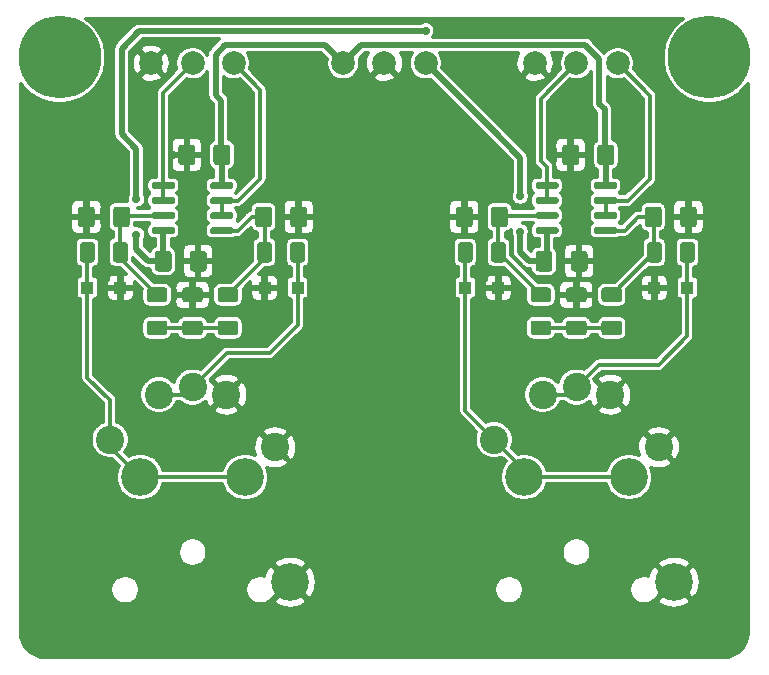
<source format=gbr>
%TF.GenerationSoftware,KiCad,Pcbnew,(5.1.6-0)*%
%TF.CreationDate,2023-05-04T14:14:28-07:00*%
%TF.ProjectId,input_buffer_bal_XLR_combo_SMD_1206,696e7075-745f-4627-9566-6665725f6261,rev?*%
%TF.SameCoordinates,Original*%
%TF.FileFunction,Copper,L1,Top*%
%TF.FilePolarity,Positive*%
%FSLAX46Y46*%
G04 Gerber Fmt 4.6, Leading zero omitted, Abs format (unit mm)*
G04 Created by KiCad (PCBNEW (5.1.6-0)) date 2023-05-04 14:14:28*
%MOMM*%
%LPD*%
G01*
G04 APERTURE LIST*
%TA.AperFunction,ComponentPad*%
%ADD10C,3.200000*%
%TD*%
%TA.AperFunction,ComponentPad*%
%ADD11C,2.400000*%
%TD*%
%TA.AperFunction,SMDPad,CuDef*%
%ADD12R,1.100000X1.100000*%
%TD*%
%TA.AperFunction,ComponentPad*%
%ADD13C,0.800000*%
%TD*%
%TA.AperFunction,ComponentPad*%
%ADD14C,7.000000*%
%TD*%
%TA.AperFunction,ComponentPad*%
%ADD15C,2.000000*%
%TD*%
%TA.AperFunction,ViaPad*%
%ADD16C,0.700000*%
%TD*%
%TA.AperFunction,Conductor*%
%ADD17C,0.500000*%
%TD*%
%TA.AperFunction,Conductor*%
%ADD18C,0.300000*%
%TD*%
G04 APERTURE END LIST*
%TO.P,C8,2*%
%TO.N,Net-(C8-Pad2)*%
%TA.AperFunction,SMDPad,CuDef*%
G36*
G01*
X144725000Y-121625000D02*
X144725000Y-122875000D01*
G75*
G02*
X144475000Y-123125000I-250000J0D01*
G01*
X143550000Y-123125000D01*
G75*
G02*
X143300000Y-122875000I0J250000D01*
G01*
X143300000Y-121625000D01*
G75*
G02*
X143550000Y-121375000I250000J0D01*
G01*
X144475000Y-121375000D01*
G75*
G02*
X144725000Y-121625000I0J-250000D01*
G01*
G37*
%TD.AperFunction*%
%TO.P,C8,1*%
%TO.N,GND*%
%TA.AperFunction,SMDPad,CuDef*%
G36*
G01*
X147700000Y-121625000D02*
X147700000Y-122875000D01*
G75*
G02*
X147450000Y-123125000I-250000J0D01*
G01*
X146525000Y-123125000D01*
G75*
G02*
X146275000Y-122875000I0J250000D01*
G01*
X146275000Y-121625000D01*
G75*
G02*
X146525000Y-121375000I250000J0D01*
G01*
X147450000Y-121375000D01*
G75*
G02*
X147700000Y-121625000I0J-250000D01*
G01*
G37*
%TD.AperFunction*%
%TD*%
%TO.P,C7,2*%
%TO.N,GND*%
%TA.AperFunction,SMDPad,CuDef*%
G36*
G01*
X128725000Y-121625000D02*
X128725000Y-122875000D01*
G75*
G02*
X128475000Y-123125000I-250000J0D01*
G01*
X127550000Y-123125000D01*
G75*
G02*
X127300000Y-122875000I0J250000D01*
G01*
X127300000Y-121625000D01*
G75*
G02*
X127550000Y-121375000I250000J0D01*
G01*
X128475000Y-121375000D01*
G75*
G02*
X128725000Y-121625000I0J-250000D01*
G01*
G37*
%TD.AperFunction*%
%TO.P,C7,1*%
%TO.N,Net-(C7-Pad1)*%
%TA.AperFunction,SMDPad,CuDef*%
G36*
G01*
X131700000Y-121625000D02*
X131700000Y-122875000D01*
G75*
G02*
X131450000Y-123125000I-250000J0D01*
G01*
X130525000Y-123125000D01*
G75*
G02*
X130275000Y-122875000I0J250000D01*
G01*
X130275000Y-121625000D01*
G75*
G02*
X130525000Y-121375000I250000J0D01*
G01*
X131450000Y-121375000D01*
G75*
G02*
X131700000Y-121625000I0J-250000D01*
G01*
G37*
%TD.AperFunction*%
%TD*%
%TO.P,C6,2*%
%TO.N,Net-(C6-Pad2)*%
%TA.AperFunction,SMDPad,CuDef*%
G36*
G01*
X111725000Y-121625000D02*
X111725000Y-122875000D01*
G75*
G02*
X111475000Y-123125000I-250000J0D01*
G01*
X110550000Y-123125000D01*
G75*
G02*
X110300000Y-122875000I0J250000D01*
G01*
X110300000Y-121625000D01*
G75*
G02*
X110550000Y-121375000I250000J0D01*
G01*
X111475000Y-121375000D01*
G75*
G02*
X111725000Y-121625000I0J-250000D01*
G01*
G37*
%TD.AperFunction*%
%TO.P,C6,1*%
%TO.N,GND*%
%TA.AperFunction,SMDPad,CuDef*%
G36*
G01*
X114700000Y-121625000D02*
X114700000Y-122875000D01*
G75*
G02*
X114450000Y-123125000I-250000J0D01*
G01*
X113525000Y-123125000D01*
G75*
G02*
X113275000Y-122875000I0J250000D01*
G01*
X113275000Y-121625000D01*
G75*
G02*
X113525000Y-121375000I250000J0D01*
G01*
X114450000Y-121375000D01*
G75*
G02*
X114700000Y-121625000I0J-250000D01*
G01*
G37*
%TD.AperFunction*%
%TD*%
%TO.P,C5,2*%
%TO.N,GND*%
%TA.AperFunction,SMDPad,CuDef*%
G36*
G01*
X96725000Y-121625000D02*
X96725000Y-122875000D01*
G75*
G02*
X96475000Y-123125000I-250000J0D01*
G01*
X95550000Y-123125000D01*
G75*
G02*
X95300000Y-122875000I0J250000D01*
G01*
X95300000Y-121625000D01*
G75*
G02*
X95550000Y-121375000I250000J0D01*
G01*
X96475000Y-121375000D01*
G75*
G02*
X96725000Y-121625000I0J-250000D01*
G01*
G37*
%TD.AperFunction*%
%TO.P,C5,1*%
%TO.N,Net-(C5-Pad1)*%
%TA.AperFunction,SMDPad,CuDef*%
G36*
G01*
X99700000Y-121625000D02*
X99700000Y-122875000D01*
G75*
G02*
X99450000Y-123125000I-250000J0D01*
G01*
X98525000Y-123125000D01*
G75*
G02*
X98275000Y-122875000I0J250000D01*
G01*
X98275000Y-121625000D01*
G75*
G02*
X98525000Y-121375000I250000J0D01*
G01*
X99450000Y-121375000D01*
G75*
G02*
X99700000Y-121625000I0J-250000D01*
G01*
G37*
%TD.AperFunction*%
%TD*%
%TO.P,C4,2*%
%TO.N,-15V*%
%TA.AperFunction,SMDPad,CuDef*%
G36*
G01*
X135475000Y-125375000D02*
X135475000Y-126625000D01*
G75*
G02*
X135225000Y-126875000I-250000J0D01*
G01*
X134300000Y-126875000D01*
G75*
G02*
X134050000Y-126625000I0J250000D01*
G01*
X134050000Y-125375000D01*
G75*
G02*
X134300000Y-125125000I250000J0D01*
G01*
X135225000Y-125125000D01*
G75*
G02*
X135475000Y-125375000I0J-250000D01*
G01*
G37*
%TD.AperFunction*%
%TO.P,C4,1*%
%TO.N,GND*%
%TA.AperFunction,SMDPad,CuDef*%
G36*
G01*
X138450000Y-125375000D02*
X138450000Y-126625000D01*
G75*
G02*
X138200000Y-126875000I-250000J0D01*
G01*
X137275000Y-126875000D01*
G75*
G02*
X137025000Y-126625000I0J250000D01*
G01*
X137025000Y-125375000D01*
G75*
G02*
X137275000Y-125125000I250000J0D01*
G01*
X138200000Y-125125000D01*
G75*
G02*
X138450000Y-125375000I0J-250000D01*
G01*
G37*
%TD.AperFunction*%
%TD*%
%TO.P,C3,2*%
%TO.N,-15V*%
%TA.AperFunction,SMDPad,CuDef*%
G36*
G01*
X103225000Y-125375000D02*
X103225000Y-126625000D01*
G75*
G02*
X102975000Y-126875000I-250000J0D01*
G01*
X102050000Y-126875000D01*
G75*
G02*
X101800000Y-126625000I0J250000D01*
G01*
X101800000Y-125375000D01*
G75*
G02*
X102050000Y-125125000I250000J0D01*
G01*
X102975000Y-125125000D01*
G75*
G02*
X103225000Y-125375000I0J-250000D01*
G01*
G37*
%TD.AperFunction*%
%TO.P,C3,1*%
%TO.N,GND*%
%TA.AperFunction,SMDPad,CuDef*%
G36*
G01*
X106200000Y-125375000D02*
X106200000Y-126625000D01*
G75*
G02*
X105950000Y-126875000I-250000J0D01*
G01*
X105025000Y-126875000D01*
G75*
G02*
X104775000Y-126625000I0J250000D01*
G01*
X104775000Y-125375000D01*
G75*
G02*
X105025000Y-125125000I250000J0D01*
G01*
X105950000Y-125125000D01*
G75*
G02*
X106200000Y-125375000I0J-250000D01*
G01*
G37*
%TD.AperFunction*%
%TD*%
%TO.P,C2,2*%
%TO.N,GND*%
%TA.AperFunction,SMDPad,CuDef*%
G36*
G01*
X137725000Y-116375000D02*
X137725000Y-117625000D01*
G75*
G02*
X137475000Y-117875000I-250000J0D01*
G01*
X136550000Y-117875000D01*
G75*
G02*
X136300000Y-117625000I0J250000D01*
G01*
X136300000Y-116375000D01*
G75*
G02*
X136550000Y-116125000I250000J0D01*
G01*
X137475000Y-116125000D01*
G75*
G02*
X137725000Y-116375000I0J-250000D01*
G01*
G37*
%TD.AperFunction*%
%TO.P,C2,1*%
%TO.N,+15V*%
%TA.AperFunction,SMDPad,CuDef*%
G36*
G01*
X140700000Y-116375000D02*
X140700000Y-117625000D01*
G75*
G02*
X140450000Y-117875000I-250000J0D01*
G01*
X139525000Y-117875000D01*
G75*
G02*
X139275000Y-117625000I0J250000D01*
G01*
X139275000Y-116375000D01*
G75*
G02*
X139525000Y-116125000I250000J0D01*
G01*
X140450000Y-116125000D01*
G75*
G02*
X140700000Y-116375000I0J-250000D01*
G01*
G37*
%TD.AperFunction*%
%TD*%
%TO.P,C1,2*%
%TO.N,GND*%
%TA.AperFunction,SMDPad,CuDef*%
G36*
G01*
X105225000Y-116375000D02*
X105225000Y-117625000D01*
G75*
G02*
X104975000Y-117875000I-250000J0D01*
G01*
X104050000Y-117875000D01*
G75*
G02*
X103800000Y-117625000I0J250000D01*
G01*
X103800000Y-116375000D01*
G75*
G02*
X104050000Y-116125000I250000J0D01*
G01*
X104975000Y-116125000D01*
G75*
G02*
X105225000Y-116375000I0J-250000D01*
G01*
G37*
%TD.AperFunction*%
%TO.P,C1,1*%
%TO.N,+15V*%
%TA.AperFunction,SMDPad,CuDef*%
G36*
G01*
X108200000Y-116375000D02*
X108200000Y-117625000D01*
G75*
G02*
X107950000Y-117875000I-250000J0D01*
G01*
X107025000Y-117875000D01*
G75*
G02*
X106775000Y-117625000I0J250000D01*
G01*
X106775000Y-116375000D01*
G75*
G02*
X107025000Y-116125000I250000J0D01*
G01*
X107950000Y-116125000D01*
G75*
G02*
X108200000Y-116375000I0J-250000D01*
G01*
G37*
%TD.AperFunction*%
%TD*%
D10*
%TO.P,J1,G*%
%TO.N,GND*%
X113270000Y-153180000D03*
%TO.P,J1,T*%
%TO.N,Net-(D1-Pad1)*%
X109460000Y-144290000D03*
X100570000Y-144290000D03*
D11*
%TO.P,J1,R*%
%TO.N,Net-(D2-Pad2)*%
X102157500Y-137305000D03*
%TO.P,J1,S*%
%TO.N,GND*%
X107872500Y-137305000D03*
%TO.P,J1,3*%
%TO.N,Net-(D2-Pad2)*%
X105015000Y-136670000D03*
%TO.P,J1,2*%
%TO.N,Net-(D1-Pad1)*%
X98030000Y-141115000D03*
%TO.P,J1,1*%
%TO.N,GND*%
X112000000Y-141750000D03*
%TD*%
D10*
%TO.P,J2,G*%
%TO.N,GND*%
X145770000Y-153180000D03*
%TO.P,J2,T*%
%TO.N,Net-(D3-Pad1)*%
X141960000Y-144290000D03*
X133070000Y-144290000D03*
D11*
%TO.P,J2,R*%
%TO.N,Net-(D4-Pad2)*%
X134657500Y-137305000D03*
%TO.P,J2,S*%
%TO.N,GND*%
X140372500Y-137305000D03*
%TO.P,J2,3*%
%TO.N,Net-(D4-Pad2)*%
X137515000Y-136670000D03*
%TO.P,J2,2*%
%TO.N,Net-(D3-Pad1)*%
X130530000Y-141115000D03*
%TO.P,J2,1*%
%TO.N,GND*%
X144500000Y-141750000D03*
%TD*%
D12*
%TO.P,D4,2*%
%TO.N,Net-(D4-Pad2)*%
X146900000Y-128250000D03*
%TO.P,D4,1*%
%TO.N,GND*%
X144100000Y-128250000D03*
%TD*%
%TO.P,D3,2*%
%TO.N,GND*%
X130900000Y-128250000D03*
%TO.P,D3,1*%
%TO.N,Net-(D3-Pad1)*%
X128100000Y-128250000D03*
%TD*%
%TO.P,D2,2*%
%TO.N,Net-(D2-Pad2)*%
X113900000Y-128250000D03*
%TO.P,D2,1*%
%TO.N,GND*%
X111100000Y-128250000D03*
%TD*%
%TO.P,D1,2*%
%TO.N,GND*%
X98900000Y-128250000D03*
%TO.P,D1,1*%
%TO.N,Net-(D1-Pad1)*%
X96100000Y-128250000D03*
%TD*%
%TO.P,U2,8*%
%TO.N,+15V*%
%TA.AperFunction,SMDPad,CuDef*%
G36*
G01*
X139000000Y-119745000D02*
X139000000Y-119445000D01*
G75*
G02*
X139150000Y-119295000I150000J0D01*
G01*
X140800000Y-119295000D01*
G75*
G02*
X140950000Y-119445000I0J-150000D01*
G01*
X140950000Y-119745000D01*
G75*
G02*
X140800000Y-119895000I-150000J0D01*
G01*
X139150000Y-119895000D01*
G75*
G02*
X139000000Y-119745000I0J150000D01*
G01*
G37*
%TD.AperFunction*%
%TO.P,U2,7*%
%TO.N,Net-(J5-Pad1)*%
%TA.AperFunction,SMDPad,CuDef*%
G36*
G01*
X139000000Y-121015000D02*
X139000000Y-120715000D01*
G75*
G02*
X139150000Y-120565000I150000J0D01*
G01*
X140800000Y-120565000D01*
G75*
G02*
X140950000Y-120715000I0J-150000D01*
G01*
X140950000Y-121015000D01*
G75*
G02*
X140800000Y-121165000I-150000J0D01*
G01*
X139150000Y-121165000D01*
G75*
G02*
X139000000Y-121015000I0J150000D01*
G01*
G37*
%TD.AperFunction*%
%TO.P,U2,6*%
%TA.AperFunction,SMDPad,CuDef*%
G36*
G01*
X139000000Y-122285000D02*
X139000000Y-121985000D01*
G75*
G02*
X139150000Y-121835000I150000J0D01*
G01*
X140800000Y-121835000D01*
G75*
G02*
X140950000Y-121985000I0J-150000D01*
G01*
X140950000Y-122285000D01*
G75*
G02*
X140800000Y-122435000I-150000J0D01*
G01*
X139150000Y-122435000D01*
G75*
G02*
X139000000Y-122285000I0J150000D01*
G01*
G37*
%TD.AperFunction*%
%TO.P,U2,5*%
%TO.N,Net-(C8-Pad2)*%
%TA.AperFunction,SMDPad,CuDef*%
G36*
G01*
X139000000Y-123555000D02*
X139000000Y-123255000D01*
G75*
G02*
X139150000Y-123105000I150000J0D01*
G01*
X140800000Y-123105000D01*
G75*
G02*
X140950000Y-123255000I0J-150000D01*
G01*
X140950000Y-123555000D01*
G75*
G02*
X140800000Y-123705000I-150000J0D01*
G01*
X139150000Y-123705000D01*
G75*
G02*
X139000000Y-123555000I0J150000D01*
G01*
G37*
%TD.AperFunction*%
%TO.P,U2,4*%
%TO.N,-15V*%
%TA.AperFunction,SMDPad,CuDef*%
G36*
G01*
X134050000Y-123555000D02*
X134050000Y-123255000D01*
G75*
G02*
X134200000Y-123105000I150000J0D01*
G01*
X135850000Y-123105000D01*
G75*
G02*
X136000000Y-123255000I0J-150000D01*
G01*
X136000000Y-123555000D01*
G75*
G02*
X135850000Y-123705000I-150000J0D01*
G01*
X134200000Y-123705000D01*
G75*
G02*
X134050000Y-123555000I0J150000D01*
G01*
G37*
%TD.AperFunction*%
%TO.P,U2,3*%
%TO.N,Net-(C7-Pad1)*%
%TA.AperFunction,SMDPad,CuDef*%
G36*
G01*
X134050000Y-122285000D02*
X134050000Y-121985000D01*
G75*
G02*
X134200000Y-121835000I150000J0D01*
G01*
X135850000Y-121835000D01*
G75*
G02*
X136000000Y-121985000I0J-150000D01*
G01*
X136000000Y-122285000D01*
G75*
G02*
X135850000Y-122435000I-150000J0D01*
G01*
X134200000Y-122435000D01*
G75*
G02*
X134050000Y-122285000I0J150000D01*
G01*
G37*
%TD.AperFunction*%
%TO.P,U2,2*%
%TO.N,Net-(J5-Pad2)*%
%TA.AperFunction,SMDPad,CuDef*%
G36*
G01*
X134050000Y-121015000D02*
X134050000Y-120715000D01*
G75*
G02*
X134200000Y-120565000I150000J0D01*
G01*
X135850000Y-120565000D01*
G75*
G02*
X136000000Y-120715000I0J-150000D01*
G01*
X136000000Y-121015000D01*
G75*
G02*
X135850000Y-121165000I-150000J0D01*
G01*
X134200000Y-121165000D01*
G75*
G02*
X134050000Y-121015000I0J150000D01*
G01*
G37*
%TD.AperFunction*%
%TO.P,U2,1*%
%TA.AperFunction,SMDPad,CuDef*%
G36*
G01*
X134050000Y-119745000D02*
X134050000Y-119445000D01*
G75*
G02*
X134200000Y-119295000I150000J0D01*
G01*
X135850000Y-119295000D01*
G75*
G02*
X136000000Y-119445000I0J-150000D01*
G01*
X136000000Y-119745000D01*
G75*
G02*
X135850000Y-119895000I-150000J0D01*
G01*
X134200000Y-119895000D01*
G75*
G02*
X134050000Y-119745000I0J150000D01*
G01*
G37*
%TD.AperFunction*%
%TD*%
%TO.P,U1,8*%
%TO.N,+15V*%
%TA.AperFunction,SMDPad,CuDef*%
G36*
G01*
X106500000Y-119745000D02*
X106500000Y-119445000D01*
G75*
G02*
X106650000Y-119295000I150000J0D01*
G01*
X108300000Y-119295000D01*
G75*
G02*
X108450000Y-119445000I0J-150000D01*
G01*
X108450000Y-119745000D01*
G75*
G02*
X108300000Y-119895000I-150000J0D01*
G01*
X106650000Y-119895000D01*
G75*
G02*
X106500000Y-119745000I0J150000D01*
G01*
G37*
%TD.AperFunction*%
%TO.P,U1,7*%
%TO.N,Net-(J4-Pad1)*%
%TA.AperFunction,SMDPad,CuDef*%
G36*
G01*
X106500000Y-121015000D02*
X106500000Y-120715000D01*
G75*
G02*
X106650000Y-120565000I150000J0D01*
G01*
X108300000Y-120565000D01*
G75*
G02*
X108450000Y-120715000I0J-150000D01*
G01*
X108450000Y-121015000D01*
G75*
G02*
X108300000Y-121165000I-150000J0D01*
G01*
X106650000Y-121165000D01*
G75*
G02*
X106500000Y-121015000I0J150000D01*
G01*
G37*
%TD.AperFunction*%
%TO.P,U1,6*%
%TA.AperFunction,SMDPad,CuDef*%
G36*
G01*
X106500000Y-122285000D02*
X106500000Y-121985000D01*
G75*
G02*
X106650000Y-121835000I150000J0D01*
G01*
X108300000Y-121835000D01*
G75*
G02*
X108450000Y-121985000I0J-150000D01*
G01*
X108450000Y-122285000D01*
G75*
G02*
X108300000Y-122435000I-150000J0D01*
G01*
X106650000Y-122435000D01*
G75*
G02*
X106500000Y-122285000I0J150000D01*
G01*
G37*
%TD.AperFunction*%
%TO.P,U1,5*%
%TO.N,Net-(C6-Pad2)*%
%TA.AperFunction,SMDPad,CuDef*%
G36*
G01*
X106500000Y-123555000D02*
X106500000Y-123255000D01*
G75*
G02*
X106650000Y-123105000I150000J0D01*
G01*
X108300000Y-123105000D01*
G75*
G02*
X108450000Y-123255000I0J-150000D01*
G01*
X108450000Y-123555000D01*
G75*
G02*
X108300000Y-123705000I-150000J0D01*
G01*
X106650000Y-123705000D01*
G75*
G02*
X106500000Y-123555000I0J150000D01*
G01*
G37*
%TD.AperFunction*%
%TO.P,U1,4*%
%TO.N,-15V*%
%TA.AperFunction,SMDPad,CuDef*%
G36*
G01*
X101550000Y-123555000D02*
X101550000Y-123255000D01*
G75*
G02*
X101700000Y-123105000I150000J0D01*
G01*
X103350000Y-123105000D01*
G75*
G02*
X103500000Y-123255000I0J-150000D01*
G01*
X103500000Y-123555000D01*
G75*
G02*
X103350000Y-123705000I-150000J0D01*
G01*
X101700000Y-123705000D01*
G75*
G02*
X101550000Y-123555000I0J150000D01*
G01*
G37*
%TD.AperFunction*%
%TO.P,U1,3*%
%TO.N,Net-(C5-Pad1)*%
%TA.AperFunction,SMDPad,CuDef*%
G36*
G01*
X101550000Y-122285000D02*
X101550000Y-121985000D01*
G75*
G02*
X101700000Y-121835000I150000J0D01*
G01*
X103350000Y-121835000D01*
G75*
G02*
X103500000Y-121985000I0J-150000D01*
G01*
X103500000Y-122285000D01*
G75*
G02*
X103350000Y-122435000I-150000J0D01*
G01*
X101700000Y-122435000D01*
G75*
G02*
X101550000Y-122285000I0J150000D01*
G01*
G37*
%TD.AperFunction*%
%TO.P,U1,2*%
%TO.N,Net-(J4-Pad2)*%
%TA.AperFunction,SMDPad,CuDef*%
G36*
G01*
X101550000Y-121015000D02*
X101550000Y-120715000D01*
G75*
G02*
X101700000Y-120565000I150000J0D01*
G01*
X103350000Y-120565000D01*
G75*
G02*
X103500000Y-120715000I0J-150000D01*
G01*
X103500000Y-121015000D01*
G75*
G02*
X103350000Y-121165000I-150000J0D01*
G01*
X101700000Y-121165000D01*
G75*
G02*
X101550000Y-121015000I0J150000D01*
G01*
G37*
%TD.AperFunction*%
%TO.P,U1,1*%
%TA.AperFunction,SMDPad,CuDef*%
G36*
G01*
X101550000Y-119745000D02*
X101550000Y-119445000D01*
G75*
G02*
X101700000Y-119295000I150000J0D01*
G01*
X103350000Y-119295000D01*
G75*
G02*
X103500000Y-119445000I0J-150000D01*
G01*
X103500000Y-119745000D01*
G75*
G02*
X103350000Y-119895000I-150000J0D01*
G01*
X101700000Y-119895000D01*
G75*
G02*
X101550000Y-119745000I0J150000D01*
G01*
G37*
%TD.AperFunction*%
%TD*%
%TO.P,R10,2*%
%TO.N,Net-(C8-Pad2)*%
%TA.AperFunction,SMDPad,CuDef*%
G36*
G01*
X141125000Y-129475000D02*
X139875000Y-129475000D01*
G75*
G02*
X139625000Y-129225000I0J250000D01*
G01*
X139625000Y-128475000D01*
G75*
G02*
X139875000Y-128225000I250000J0D01*
G01*
X141125000Y-128225000D01*
G75*
G02*
X141375000Y-128475000I0J-250000D01*
G01*
X141375000Y-129225000D01*
G75*
G02*
X141125000Y-129475000I-250000J0D01*
G01*
G37*
%TD.AperFunction*%
%TO.P,R10,1*%
%TO.N,Net-(R10-Pad1)*%
%TA.AperFunction,SMDPad,CuDef*%
G36*
G01*
X141125000Y-132275000D02*
X139875000Y-132275000D01*
G75*
G02*
X139625000Y-132025000I0J250000D01*
G01*
X139625000Y-131275000D01*
G75*
G02*
X139875000Y-131025000I250000J0D01*
G01*
X141125000Y-131025000D01*
G75*
G02*
X141375000Y-131275000I0J-250000D01*
G01*
X141375000Y-132025000D01*
G75*
G02*
X141125000Y-132275000I-250000J0D01*
G01*
G37*
%TD.AperFunction*%
%TD*%
%TO.P,R9,2*%
%TO.N,Net-(R10-Pad1)*%
%TA.AperFunction,SMDPad,CuDef*%
G36*
G01*
X133875000Y-131025000D02*
X135125000Y-131025000D01*
G75*
G02*
X135375000Y-131275000I0J-250000D01*
G01*
X135375000Y-132025000D01*
G75*
G02*
X135125000Y-132275000I-250000J0D01*
G01*
X133875000Y-132275000D01*
G75*
G02*
X133625000Y-132025000I0J250000D01*
G01*
X133625000Y-131275000D01*
G75*
G02*
X133875000Y-131025000I250000J0D01*
G01*
G37*
%TD.AperFunction*%
%TO.P,R9,1*%
%TO.N,Net-(C7-Pad1)*%
%TA.AperFunction,SMDPad,CuDef*%
G36*
G01*
X133875000Y-128225000D02*
X135125000Y-128225000D01*
G75*
G02*
X135375000Y-128475000I0J-250000D01*
G01*
X135375000Y-129225000D01*
G75*
G02*
X135125000Y-129475000I-250000J0D01*
G01*
X133875000Y-129475000D01*
G75*
G02*
X133625000Y-129225000I0J250000D01*
G01*
X133625000Y-128475000D01*
G75*
G02*
X133875000Y-128225000I250000J0D01*
G01*
G37*
%TD.AperFunction*%
%TD*%
%TO.P,R8,2*%
%TO.N,Net-(C6-Pad2)*%
%TA.AperFunction,SMDPad,CuDef*%
G36*
G01*
X108625000Y-129475000D02*
X107375000Y-129475000D01*
G75*
G02*
X107125000Y-129225000I0J250000D01*
G01*
X107125000Y-128475000D01*
G75*
G02*
X107375000Y-128225000I250000J0D01*
G01*
X108625000Y-128225000D01*
G75*
G02*
X108875000Y-128475000I0J-250000D01*
G01*
X108875000Y-129225000D01*
G75*
G02*
X108625000Y-129475000I-250000J0D01*
G01*
G37*
%TD.AperFunction*%
%TO.P,R8,1*%
%TO.N,Net-(R5-Pad1)*%
%TA.AperFunction,SMDPad,CuDef*%
G36*
G01*
X108625000Y-132275000D02*
X107375000Y-132275000D01*
G75*
G02*
X107125000Y-132025000I0J250000D01*
G01*
X107125000Y-131275000D01*
G75*
G02*
X107375000Y-131025000I250000J0D01*
G01*
X108625000Y-131025000D01*
G75*
G02*
X108875000Y-131275000I0J-250000D01*
G01*
X108875000Y-132025000D01*
G75*
G02*
X108625000Y-132275000I-250000J0D01*
G01*
G37*
%TD.AperFunction*%
%TD*%
%TO.P,R7,2*%
%TO.N,Net-(R5-Pad1)*%
%TA.AperFunction,SMDPad,CuDef*%
G36*
G01*
X101375000Y-131025000D02*
X102625000Y-131025000D01*
G75*
G02*
X102875000Y-131275000I0J-250000D01*
G01*
X102875000Y-132025000D01*
G75*
G02*
X102625000Y-132275000I-250000J0D01*
G01*
X101375000Y-132275000D01*
G75*
G02*
X101125000Y-132025000I0J250000D01*
G01*
X101125000Y-131275000D01*
G75*
G02*
X101375000Y-131025000I250000J0D01*
G01*
G37*
%TD.AperFunction*%
%TO.P,R7,1*%
%TO.N,Net-(C5-Pad1)*%
%TA.AperFunction,SMDPad,CuDef*%
G36*
G01*
X101375000Y-128225000D02*
X102625000Y-128225000D01*
G75*
G02*
X102875000Y-128475000I0J-250000D01*
G01*
X102875000Y-129225000D01*
G75*
G02*
X102625000Y-129475000I-250000J0D01*
G01*
X101375000Y-129475000D01*
G75*
G02*
X101125000Y-129225000I0J250000D01*
G01*
X101125000Y-128475000D01*
G75*
G02*
X101375000Y-128225000I250000J0D01*
G01*
G37*
%TD.AperFunction*%
%TD*%
%TO.P,R6,2*%
%TO.N,GND*%
%TA.AperFunction,SMDPad,CuDef*%
G36*
G01*
X138125000Y-129475000D02*
X136875000Y-129475000D01*
G75*
G02*
X136625000Y-129225000I0J250000D01*
G01*
X136625000Y-128475000D01*
G75*
G02*
X136875000Y-128225000I250000J0D01*
G01*
X138125000Y-128225000D01*
G75*
G02*
X138375000Y-128475000I0J-250000D01*
G01*
X138375000Y-129225000D01*
G75*
G02*
X138125000Y-129475000I-250000J0D01*
G01*
G37*
%TD.AperFunction*%
%TO.P,R6,1*%
%TO.N,Net-(R10-Pad1)*%
%TA.AperFunction,SMDPad,CuDef*%
G36*
G01*
X138125000Y-132275000D02*
X136875000Y-132275000D01*
G75*
G02*
X136625000Y-132025000I0J250000D01*
G01*
X136625000Y-131275000D01*
G75*
G02*
X136875000Y-131025000I250000J0D01*
G01*
X138125000Y-131025000D01*
G75*
G02*
X138375000Y-131275000I0J-250000D01*
G01*
X138375000Y-132025000D01*
G75*
G02*
X138125000Y-132275000I-250000J0D01*
G01*
G37*
%TD.AperFunction*%
%TD*%
%TO.P,R5,2*%
%TO.N,GND*%
%TA.AperFunction,SMDPad,CuDef*%
G36*
G01*
X105625000Y-129475000D02*
X104375000Y-129475000D01*
G75*
G02*
X104125000Y-129225000I0J250000D01*
G01*
X104125000Y-128475000D01*
G75*
G02*
X104375000Y-128225000I250000J0D01*
G01*
X105625000Y-128225000D01*
G75*
G02*
X105875000Y-128475000I0J-250000D01*
G01*
X105875000Y-129225000D01*
G75*
G02*
X105625000Y-129475000I-250000J0D01*
G01*
G37*
%TD.AperFunction*%
%TO.P,R5,1*%
%TO.N,Net-(R5-Pad1)*%
%TA.AperFunction,SMDPad,CuDef*%
G36*
G01*
X105625000Y-132275000D02*
X104375000Y-132275000D01*
G75*
G02*
X104125000Y-132025000I0J250000D01*
G01*
X104125000Y-131275000D01*
G75*
G02*
X104375000Y-131025000I250000J0D01*
G01*
X105625000Y-131025000D01*
G75*
G02*
X105875000Y-131275000I0J-250000D01*
G01*
X105875000Y-132025000D01*
G75*
G02*
X105625000Y-132275000I-250000J0D01*
G01*
G37*
%TD.AperFunction*%
%TD*%
%TO.P,R4,2*%
%TO.N,Net-(D4-Pad2)*%
%TA.AperFunction,SMDPad,CuDef*%
G36*
G01*
X146275000Y-125875000D02*
X146275000Y-124625000D01*
G75*
G02*
X146525000Y-124375000I250000J0D01*
G01*
X147275000Y-124375000D01*
G75*
G02*
X147525000Y-124625000I0J-250000D01*
G01*
X147525000Y-125875000D01*
G75*
G02*
X147275000Y-126125000I-250000J0D01*
G01*
X146525000Y-126125000D01*
G75*
G02*
X146275000Y-125875000I0J250000D01*
G01*
G37*
%TD.AperFunction*%
%TO.P,R4,1*%
%TO.N,Net-(C8-Pad2)*%
%TA.AperFunction,SMDPad,CuDef*%
G36*
G01*
X143475000Y-125875000D02*
X143475000Y-124625000D01*
G75*
G02*
X143725000Y-124375000I250000J0D01*
G01*
X144475000Y-124375000D01*
G75*
G02*
X144725000Y-124625000I0J-250000D01*
G01*
X144725000Y-125875000D01*
G75*
G02*
X144475000Y-126125000I-250000J0D01*
G01*
X143725000Y-126125000D01*
G75*
G02*
X143475000Y-125875000I0J250000D01*
G01*
G37*
%TD.AperFunction*%
%TD*%
%TO.P,R3,2*%
%TO.N,Net-(D3-Pad1)*%
%TA.AperFunction,SMDPad,CuDef*%
G36*
G01*
X128725000Y-124625000D02*
X128725000Y-125875000D01*
G75*
G02*
X128475000Y-126125000I-250000J0D01*
G01*
X127725000Y-126125000D01*
G75*
G02*
X127475000Y-125875000I0J250000D01*
G01*
X127475000Y-124625000D01*
G75*
G02*
X127725000Y-124375000I250000J0D01*
G01*
X128475000Y-124375000D01*
G75*
G02*
X128725000Y-124625000I0J-250000D01*
G01*
G37*
%TD.AperFunction*%
%TO.P,R3,1*%
%TO.N,Net-(C7-Pad1)*%
%TA.AperFunction,SMDPad,CuDef*%
G36*
G01*
X131525000Y-124625000D02*
X131525000Y-125875000D01*
G75*
G02*
X131275000Y-126125000I-250000J0D01*
G01*
X130525000Y-126125000D01*
G75*
G02*
X130275000Y-125875000I0J250000D01*
G01*
X130275000Y-124625000D01*
G75*
G02*
X130525000Y-124375000I250000J0D01*
G01*
X131275000Y-124375000D01*
G75*
G02*
X131525000Y-124625000I0J-250000D01*
G01*
G37*
%TD.AperFunction*%
%TD*%
%TO.P,R2,2*%
%TO.N,Net-(D2-Pad2)*%
%TA.AperFunction,SMDPad,CuDef*%
G36*
G01*
X113275000Y-125875000D02*
X113275000Y-124625000D01*
G75*
G02*
X113525000Y-124375000I250000J0D01*
G01*
X114275000Y-124375000D01*
G75*
G02*
X114525000Y-124625000I0J-250000D01*
G01*
X114525000Y-125875000D01*
G75*
G02*
X114275000Y-126125000I-250000J0D01*
G01*
X113525000Y-126125000D01*
G75*
G02*
X113275000Y-125875000I0J250000D01*
G01*
G37*
%TD.AperFunction*%
%TO.P,R2,1*%
%TO.N,Net-(C6-Pad2)*%
%TA.AperFunction,SMDPad,CuDef*%
G36*
G01*
X110475000Y-125875000D02*
X110475000Y-124625000D01*
G75*
G02*
X110725000Y-124375000I250000J0D01*
G01*
X111475000Y-124375000D01*
G75*
G02*
X111725000Y-124625000I0J-250000D01*
G01*
X111725000Y-125875000D01*
G75*
G02*
X111475000Y-126125000I-250000J0D01*
G01*
X110725000Y-126125000D01*
G75*
G02*
X110475000Y-125875000I0J250000D01*
G01*
G37*
%TD.AperFunction*%
%TD*%
%TO.P,R1,2*%
%TO.N,Net-(D1-Pad1)*%
%TA.AperFunction,SMDPad,CuDef*%
G36*
G01*
X96725000Y-124625000D02*
X96725000Y-125875000D01*
G75*
G02*
X96475000Y-126125000I-250000J0D01*
G01*
X95725000Y-126125000D01*
G75*
G02*
X95475000Y-125875000I0J250000D01*
G01*
X95475000Y-124625000D01*
G75*
G02*
X95725000Y-124375000I250000J0D01*
G01*
X96475000Y-124375000D01*
G75*
G02*
X96725000Y-124625000I0J-250000D01*
G01*
G37*
%TD.AperFunction*%
%TO.P,R1,1*%
%TO.N,Net-(C5-Pad1)*%
%TA.AperFunction,SMDPad,CuDef*%
G36*
G01*
X99525000Y-124625000D02*
X99525000Y-125875000D01*
G75*
G02*
X99275000Y-126125000I-250000J0D01*
G01*
X98525000Y-126125000D01*
G75*
G02*
X98275000Y-125875000I0J250000D01*
G01*
X98275000Y-124625000D01*
G75*
G02*
X98525000Y-124375000I250000J0D01*
G01*
X99275000Y-124375000D01*
G75*
G02*
X99525000Y-124625000I0J-250000D01*
G01*
G37*
%TD.AperFunction*%
%TD*%
D13*
%TO.P,H2,1*%
%TO.N,N/C*%
X150606155Y-106893845D03*
X148750000Y-106125000D03*
X146893845Y-106893845D03*
X146125000Y-108750000D03*
X146893845Y-110606155D03*
X148750000Y-111375000D03*
X150606155Y-110606155D03*
X151375000Y-108750000D03*
D14*
X148750000Y-108750000D03*
%TD*%
D13*
%TO.P,H1,1*%
%TO.N,N/C*%
X95606155Y-106893845D03*
X93750000Y-106125000D03*
X91893845Y-106893845D03*
X91125000Y-108750000D03*
X91893845Y-110606155D03*
X93750000Y-111375000D03*
X95606155Y-110606155D03*
X96375000Y-108750000D03*
D14*
X93750000Y-108750000D03*
%TD*%
D15*
%TO.P,J5,3*%
%TO.N,GND*%
X134000000Y-109250000D03*
%TO.P,J5,2*%
%TO.N,Net-(J5-Pad2)*%
X137500000Y-109250000D03*
%TO.P,J5,1*%
%TO.N,Net-(J5-Pad1)*%
X141000000Y-109250000D03*
%TD*%
%TO.P,J4,3*%
%TO.N,GND*%
X101500000Y-109250000D03*
%TO.P,J4,2*%
%TO.N,Net-(J4-Pad2)*%
X105000000Y-109250000D03*
%TO.P,J4,1*%
%TO.N,Net-(J4-Pad1)*%
X108500000Y-109250000D03*
%TD*%
%TO.P,J3,3*%
%TO.N,+15V*%
X117750000Y-109250000D03*
%TO.P,J3,2*%
%TO.N,GND*%
X121250000Y-109250000D03*
%TO.P,J3,1*%
%TO.N,-15V*%
X124750000Y-109250000D03*
%TD*%
D16*
%TO.N,GND*%
X95500000Y-158250000D03*
X100750000Y-158250000D03*
X106750000Y-158250000D03*
X114000000Y-158250000D03*
X121651191Y-158250000D03*
X129500000Y-158250000D03*
X135651191Y-158250000D03*
X142000000Y-158250000D03*
X148250000Y-158250000D03*
X103325000Y-117000000D03*
X107000000Y-126000000D03*
X109750000Y-128250000D03*
X100250000Y-128250000D03*
X94500000Y-122250000D03*
X105000000Y-130250000D03*
X115500000Y-122250000D03*
X137500000Y-130250000D03*
X142750000Y-128250000D03*
X132250000Y-128250000D03*
X139250000Y-126000000D03*
X135500000Y-117000000D03*
X148500000Y-122250000D03*
X126500000Y-122250000D03*
X91651191Y-113492500D03*
X91651191Y-117492500D03*
X91651191Y-121492500D03*
X91651191Y-125492500D03*
X91651191Y-129492500D03*
X91651191Y-133492500D03*
X91651191Y-137492500D03*
X91651191Y-141492500D03*
X91651191Y-145492500D03*
X91651191Y-149492500D03*
X91651191Y-153492500D03*
X93651191Y-115492500D03*
X93651191Y-119492500D03*
X93651191Y-127492500D03*
X93651191Y-131492500D03*
X93651191Y-135492500D03*
X93651191Y-139492500D03*
X93651191Y-143492500D03*
X93651191Y-147492500D03*
X93651191Y-151492500D03*
X93651191Y-155492500D03*
X94651191Y-124492500D03*
X95651191Y-113492500D03*
X95651191Y-117492500D03*
X95651191Y-137492500D03*
X95651191Y-141492500D03*
X95651191Y-145492500D03*
X95651191Y-149492500D03*
X95651191Y-153492500D03*
X96651191Y-120492500D03*
X97651191Y-115492500D03*
X97651191Y-127492500D03*
X97651191Y-131492500D03*
X97651191Y-135492500D03*
X97651191Y-143492500D03*
X97651191Y-147492500D03*
X97651191Y-151492500D03*
X97651191Y-155492500D03*
X98651191Y-106492500D03*
X98651191Y-118492500D03*
X99651191Y-133492500D03*
X99651191Y-137492500D03*
X99651191Y-149492500D03*
X100651191Y-112492500D03*
X101651191Y-115492500D03*
X101651191Y-135492500D03*
X101651191Y-151492500D03*
X101651191Y-155492500D03*
X102651191Y-147492500D03*
X103651191Y-113492500D03*
X103651191Y-133492500D03*
X103651191Y-143492500D03*
X103651191Y-153492500D03*
X104651191Y-119492500D03*
X104651191Y-123492500D03*
X104651191Y-140492500D03*
X105651191Y-111492500D03*
X105651191Y-145492500D03*
X105651191Y-155492500D03*
X106651191Y-127492500D03*
X106651191Y-151492500D03*
X107651191Y-124492500D03*
X107651191Y-147492500D03*
X108651191Y-112492500D03*
X108651191Y-118492500D03*
X108651191Y-153492500D03*
X109651191Y-115492500D03*
X109651191Y-130492500D03*
X109651191Y-135492500D03*
X110651191Y-109492500D03*
X110651191Y-149492500D03*
X110651191Y-155492500D03*
X111651191Y-113492500D03*
X111651191Y-117492500D03*
X111651191Y-132492500D03*
X111651191Y-137492500D03*
X112651191Y-120492500D03*
X112651191Y-127492500D03*
X112651191Y-144492500D03*
X113651191Y-110492500D03*
X113651191Y-115492500D03*
X113651191Y-135492500D03*
X114651191Y-118492500D03*
X114651191Y-138492500D03*
X114651191Y-142492500D03*
X114651191Y-150492500D03*
X115651191Y-112492500D03*
X115651191Y-124492500D03*
X115651191Y-128492500D03*
X115651191Y-132492500D03*
X115651191Y-145492500D03*
X116651191Y-116492500D03*
X116651191Y-120492500D03*
X116651191Y-136492500D03*
X116651191Y-140492500D03*
X116651191Y-148492500D03*
X116651191Y-152492500D03*
X117651191Y-126492500D03*
X117651191Y-130492500D03*
X117651191Y-143492500D03*
X117651191Y-155492500D03*
X118651191Y-111492500D03*
X118651191Y-118492500D03*
X118651191Y-122492500D03*
X118651191Y-133492500D03*
X118651191Y-138492500D03*
X118651191Y-146492500D03*
X118651191Y-150492500D03*
X119651191Y-114492500D03*
X119651191Y-128492500D03*
X119651191Y-141492500D03*
X119651191Y-153492500D03*
X120651191Y-120492500D03*
X120651191Y-124492500D03*
X120651191Y-131492500D03*
X120651191Y-135492500D03*
X120651191Y-144492500D03*
X120651191Y-148492500D03*
X121651191Y-112492500D03*
X121651191Y-116492500D03*
X121651191Y-139492500D03*
X121651191Y-151492500D03*
X121651191Y-155492500D03*
X122651191Y-122492500D03*
X122651191Y-126492500D03*
X122651191Y-133492500D03*
X122651191Y-142492500D03*
X122651191Y-146492500D03*
X123651191Y-114492500D03*
X123651191Y-118492500D03*
X123651191Y-129492500D03*
X123651191Y-136492500D03*
X123651191Y-149492500D03*
X123651191Y-153492500D03*
X124651191Y-111492500D03*
X124651191Y-124492500D03*
X124651191Y-140492500D03*
X124651191Y-144492500D03*
X125651191Y-116492500D03*
X125651191Y-120492500D03*
X125651191Y-127492500D03*
X125651191Y-131492500D03*
X125651191Y-147492500D03*
X125651191Y-151492500D03*
X125651191Y-155492500D03*
X126651191Y-106492500D03*
X126651191Y-113492500D03*
X126651191Y-134492500D03*
X126651191Y-138492500D03*
X126651191Y-142492500D03*
X127651191Y-109492500D03*
X127651191Y-118492500D03*
X127651191Y-145492500D03*
X127651191Y-149492500D03*
X127651191Y-153492500D03*
X128651191Y-115492500D03*
X128651191Y-140492500D03*
X129651191Y-111492500D03*
X129651191Y-120492500D03*
X129651191Y-127492500D03*
X129651191Y-131492500D03*
X129651191Y-135492500D03*
X129651191Y-143492500D03*
X129651191Y-147492500D03*
X129651191Y-151492500D03*
X129651191Y-155492500D03*
X130651191Y-106492500D03*
X130651191Y-117492500D03*
X131651191Y-109492500D03*
X131651191Y-113492500D03*
X131651191Y-133492500D03*
X131651191Y-137492500D03*
X131651191Y-149492500D03*
X132651191Y-130492500D03*
X133500000Y-115492500D03*
X133651191Y-135492500D03*
X133651191Y-151492500D03*
X133651191Y-155492500D03*
X134651191Y-106492500D03*
X134651191Y-148492500D03*
X135651191Y-113492500D03*
X135651191Y-133492500D03*
X135651191Y-153492500D03*
X137500000Y-119750000D03*
X137500000Y-123250000D03*
X136651191Y-140492500D03*
X137651191Y-111492500D03*
X137651191Y-146492500D03*
X137651191Y-155492500D03*
X138651191Y-106492500D03*
X138651191Y-114492500D03*
X138651191Y-152492500D03*
X139651191Y-124492500D03*
X139651191Y-148492500D03*
X140651191Y-154492500D03*
X141651191Y-112492500D03*
X141651191Y-116492500D03*
X141651191Y-133492500D03*
X142651191Y-106492500D03*
X142651191Y-130492500D03*
X142651191Y-138492500D03*
X142651191Y-147492500D03*
X143651191Y-109492500D03*
X143651191Y-150492500D03*
X143651191Y-155492500D03*
X144651191Y-113492500D03*
X144651191Y-117492500D03*
X144651191Y-132492500D03*
X145651191Y-120492500D03*
X145651191Y-127492500D03*
X145651191Y-136492500D03*
X146651191Y-115492500D03*
X146651191Y-142492500D03*
X147651191Y-118492500D03*
X147651191Y-134492500D03*
X147651191Y-138492500D03*
X147651191Y-145492500D03*
X147651191Y-150492500D03*
X148651191Y-113492500D03*
X148651191Y-124492500D03*
X148651191Y-128492500D03*
X149651191Y-116492500D03*
X149651191Y-120492500D03*
X149651191Y-131492500D03*
X149651191Y-136492500D03*
X149651191Y-140492500D03*
X149651191Y-147492500D03*
X149651191Y-152492500D03*
X150651191Y-126492500D03*
X150651191Y-143492500D03*
X150651191Y-155492500D03*
X101250000Y-124250000D03*
X99250000Y-120500000D03*
X131750000Y-120500000D03*
X133650000Y-124175000D03*
X147651191Y-154492500D03*
%TO.N,-15V*%
X132750000Y-120500000D03*
X132750000Y-123500000D03*
X124750000Y-106500000D03*
X100250000Y-120750000D03*
X100250000Y-123750000D03*
%TD*%
D17*
%TO.N,GND*%
X104600000Y-117000000D02*
X103325000Y-117000000D01*
X105400000Y-126000000D02*
X106750000Y-126000000D01*
X111100000Y-128250000D02*
X109750000Y-128250000D01*
X98900000Y-128250000D02*
X100250000Y-128250000D01*
X96100000Y-122250000D02*
X94750000Y-122250000D01*
X105000000Y-128850000D02*
X105000000Y-130250000D01*
X113900000Y-122250000D02*
X115250000Y-122250000D01*
X137500000Y-128850000D02*
X137500000Y-130250000D01*
X144100000Y-128250000D02*
X142750000Y-128250000D01*
X130900000Y-128250000D02*
X132250000Y-128250000D01*
X137650000Y-126000000D02*
X139000000Y-126000000D01*
X137100000Y-117000000D02*
X135750000Y-117000000D01*
X146900000Y-122250000D02*
X148250000Y-122250000D01*
X128100000Y-122250000D02*
X126750000Y-122250000D01*
%TO.N,+15V*%
X107475000Y-117075000D02*
X107400000Y-117000000D01*
X107475000Y-119595000D02*
X107475000Y-117075000D01*
X139975000Y-117075000D02*
X139900000Y-117000000D01*
X139975000Y-119595000D02*
X139975000Y-117075000D01*
X106949999Y-108505999D02*
X106949999Y-111949999D01*
X107755999Y-107699999D02*
X106949999Y-108505999D01*
X116199999Y-107699999D02*
X107755999Y-107699999D01*
X117750000Y-109250000D02*
X116199999Y-107699999D01*
X107400000Y-112400000D02*
X107400000Y-117000000D01*
X106949999Y-111949999D02*
X107400000Y-112400000D01*
X139449999Y-108905997D02*
X139449999Y-112699999D01*
X138244001Y-107699999D02*
X139449999Y-108905997D01*
X119300001Y-107699999D02*
X138244001Y-107699999D01*
X117750000Y-109250000D02*
X119300001Y-107699999D01*
X139900000Y-113150000D02*
X139900000Y-117000000D01*
X139449999Y-112699999D02*
X139900000Y-113150000D01*
%TO.N,-15V*%
X135025000Y-125825000D02*
X134850000Y-126000000D01*
X135025000Y-123405000D02*
X135025000Y-125825000D01*
X124750000Y-109250000D02*
X130500000Y-115000000D01*
X130500000Y-115000000D02*
X132500000Y-117000000D01*
X132750000Y-117250000D02*
X132750000Y-120500000D01*
X132500000Y-117000000D02*
X132750000Y-117250000D01*
X132750000Y-123500000D02*
X132750000Y-125250000D01*
X133500000Y-126000000D02*
X134850000Y-126000000D01*
X132750000Y-125250000D02*
X133500000Y-126000000D01*
X124750000Y-106500000D02*
X100500000Y-106500000D01*
X100500000Y-106500000D02*
X99000000Y-108000000D01*
X99000000Y-108000000D02*
X99000000Y-115250000D01*
X101250000Y-126000000D02*
X102600000Y-126000000D01*
X100250000Y-125000000D02*
X101250000Y-126000000D01*
X102525000Y-125925000D02*
X102525000Y-123405000D01*
X102600000Y-126000000D02*
X102525000Y-125925000D01*
X100250000Y-123750000D02*
X100250000Y-125000000D01*
X100250000Y-120750000D02*
X100250000Y-116500000D01*
X99000000Y-115250000D02*
X100250000Y-116500000D01*
D18*
%TO.N,Net-(C5-Pad1)*%
X98900000Y-125750000D02*
X102000000Y-128850000D01*
X98900000Y-125250000D02*
X98900000Y-125750000D01*
X98900000Y-122250000D02*
X98900000Y-125250000D01*
X99015000Y-122135000D02*
X98900000Y-122250000D01*
X102525000Y-122135000D02*
X99015000Y-122135000D01*
%TO.N,Net-(C6-Pad2)*%
X111100000Y-125750000D02*
X108000000Y-128850000D01*
X111100000Y-125250000D02*
X111100000Y-125750000D01*
X107475000Y-123405000D02*
X108845000Y-123405000D01*
X110000000Y-122250000D02*
X111100000Y-122250000D01*
X108845000Y-123405000D02*
X110000000Y-122250000D01*
X111100000Y-125250000D02*
X111100000Y-122250000D01*
%TO.N,Net-(C7-Pad1)*%
X130900000Y-122250000D02*
X130900000Y-125250000D01*
X131015000Y-122135000D02*
X130900000Y-122250000D01*
X135025000Y-122135000D02*
X131015000Y-122135000D01*
X130900000Y-125250000D02*
X134500000Y-128850000D01*
%TO.N,Net-(C8-Pad2)*%
X139975000Y-123405000D02*
X141595000Y-123405000D01*
X142750000Y-122250000D02*
X144100000Y-122250000D01*
X141595000Y-123405000D02*
X142750000Y-122250000D01*
X144100000Y-125250000D02*
X144100000Y-122250000D01*
X144100000Y-125250000D02*
X140500000Y-128850000D01*
%TO.N,Net-(D1-Pad1)*%
X96100000Y-128250000D02*
X96100000Y-125250000D01*
X100572501Y-144292501D02*
X100570000Y-144290000D01*
X109457499Y-144292501D02*
X100572501Y-144292501D01*
X109460000Y-144290000D02*
X109457499Y-144292501D01*
X98030000Y-141750000D02*
X98030000Y-141115000D01*
X100570000Y-144290000D02*
X98030000Y-141750000D01*
X98030000Y-141115000D02*
X98030000Y-137780000D01*
X96100000Y-135850000D02*
X96100000Y-128250000D01*
X98030000Y-137780000D02*
X96100000Y-135850000D01*
%TO.N,Net-(D2-Pad2)*%
X113900000Y-128250000D02*
X113900000Y-125250000D01*
X104380000Y-137305000D02*
X105015000Y-136670000D01*
X102157500Y-137305000D02*
X104380000Y-137305000D01*
X105015000Y-136670000D02*
X107935000Y-133750000D01*
X113900000Y-131427693D02*
X113900000Y-128250000D01*
X111577693Y-133750000D02*
X113900000Y-131427693D01*
X107935000Y-133750000D02*
X111577693Y-133750000D01*
%TO.N,Net-(D3-Pad1)*%
X128100000Y-128250000D02*
X128100000Y-125250000D01*
X128100000Y-138685000D02*
X130530000Y-141115000D01*
X128100000Y-128250000D02*
X128100000Y-138685000D01*
X133070000Y-143655000D02*
X133070000Y-144290000D01*
X130530000Y-141115000D02*
X133070000Y-143655000D01*
X133070000Y-144290000D02*
X141960000Y-144290000D01*
%TO.N,Net-(D4-Pad2)*%
X146900000Y-128250000D02*
X146900000Y-125250000D01*
X136880000Y-137305000D02*
X137515000Y-136670000D01*
X134657500Y-137305000D02*
X136880000Y-137305000D01*
X137515000Y-136670000D02*
X139435000Y-134750000D01*
X139435000Y-134750000D02*
X144500000Y-134750000D01*
X146900000Y-132350000D02*
X146900000Y-128250000D01*
X144500000Y-134750000D02*
X146900000Y-132350000D01*
%TO.N,Net-(J4-Pad2)*%
X102525000Y-120865000D02*
X102525000Y-119595000D01*
X102525000Y-111725000D02*
X105000000Y-109250000D01*
X102525000Y-119595000D02*
X102525000Y-111725000D01*
%TO.N,Net-(J5-Pad2)*%
X135025000Y-120865000D02*
X135025000Y-119595000D01*
X134500000Y-117500000D02*
X135025000Y-118025000D01*
X135025000Y-118025000D02*
X135025000Y-119595000D01*
X134500000Y-112250000D02*
X134500000Y-117500000D01*
X137500000Y-109250000D02*
X134500000Y-112250000D01*
%TO.N,Net-(R5-Pad1)*%
X102000000Y-131650000D02*
X105000000Y-131650000D01*
X108000000Y-131650000D02*
X105000000Y-131650000D01*
%TO.N,Net-(R10-Pad1)*%
X134500000Y-131650000D02*
X137500000Y-131650000D01*
X137500000Y-131650000D02*
X140500000Y-131650000D01*
%TO.N,Net-(J4-Pad1)*%
X107475000Y-122135000D02*
X107475000Y-120865000D01*
X107475000Y-120865000D02*
X108885000Y-120865000D01*
X108885000Y-120865000D02*
X110750000Y-119000000D01*
X110750000Y-111500000D02*
X108500000Y-109250000D01*
X110750000Y-119000000D02*
X110750000Y-111500000D01*
%TO.N,Net-(J5-Pad1)*%
X139975000Y-122135000D02*
X139975000Y-120865000D01*
X139975000Y-120865000D02*
X141885000Y-120865000D01*
X141885000Y-120865000D02*
X143750000Y-119000000D01*
X143750000Y-112000000D02*
X141000000Y-109250000D01*
X143750000Y-119000000D02*
X143750000Y-112000000D01*
%TD*%
%TO.N,GND*%
G36*
X146232022Y-105681835D02*
G01*
X145681835Y-106232022D01*
X145249556Y-106878974D01*
X144951797Y-107597828D01*
X144800000Y-108360959D01*
X144800000Y-109139041D01*
X144951797Y-109902172D01*
X145249556Y-110621026D01*
X145681835Y-111267978D01*
X146232022Y-111818165D01*
X146878974Y-112250444D01*
X147597828Y-112548203D01*
X148360959Y-112700000D01*
X149139041Y-112700000D01*
X149902172Y-112548203D01*
X150621026Y-112250444D01*
X151267978Y-111818165D01*
X151818165Y-111267978D01*
X152025001Y-110958426D01*
X152025000Y-157476769D01*
X151984200Y-157892881D01*
X151870099Y-158270801D01*
X151684769Y-158619356D01*
X151435263Y-158925281D01*
X151131093Y-159176912D01*
X150783834Y-159364674D01*
X150406727Y-159481408D01*
X149991978Y-159525000D01*
X92523231Y-159525000D01*
X92107119Y-159484200D01*
X91729199Y-159370099D01*
X91380644Y-159184769D01*
X91074719Y-158935263D01*
X90823088Y-158631093D01*
X90635326Y-158283834D01*
X90518592Y-157906727D01*
X90475000Y-157491978D01*
X90475000Y-153691886D01*
X98050000Y-153691886D01*
X98050000Y-153938114D01*
X98098037Y-154179611D01*
X98192265Y-154407097D01*
X98329062Y-154611828D01*
X98503172Y-154785938D01*
X98707903Y-154922735D01*
X98935389Y-155016963D01*
X99176886Y-155065000D01*
X99423114Y-155065000D01*
X99664611Y-155016963D01*
X99892097Y-154922735D01*
X100096828Y-154785938D01*
X100270938Y-154611828D01*
X100407735Y-154407097D01*
X100501963Y-154179611D01*
X100550000Y-153938114D01*
X100550000Y-153691886D01*
X109480000Y-153691886D01*
X109480000Y-153938114D01*
X109528037Y-154179611D01*
X109622265Y-154407097D01*
X109759062Y-154611828D01*
X109933172Y-154785938D01*
X110137903Y-154922735D01*
X110365389Y-155016963D01*
X110606886Y-155065000D01*
X110853114Y-155065000D01*
X111094611Y-155016963D01*
X111322097Y-154922735D01*
X111526828Y-154785938D01*
X111579957Y-154732809D01*
X111858613Y-154732809D01*
X112023286Y-155066084D01*
X112415198Y-155273066D01*
X112839960Y-155399612D01*
X113281247Y-155440859D01*
X113722104Y-155395223D01*
X114145585Y-155264457D01*
X114516714Y-155066084D01*
X114681387Y-154732809D01*
X113270000Y-153321421D01*
X111858613Y-154732809D01*
X111579957Y-154732809D01*
X111700938Y-154611828D01*
X111715240Y-154590423D01*
X111717191Y-154591387D01*
X113128579Y-153180000D01*
X113411421Y-153180000D01*
X114822809Y-154591387D01*
X115156084Y-154426714D01*
X115363066Y-154034802D01*
X115465228Y-153691886D01*
X130550000Y-153691886D01*
X130550000Y-153938114D01*
X130598037Y-154179611D01*
X130692265Y-154407097D01*
X130829062Y-154611828D01*
X131003172Y-154785938D01*
X131207903Y-154922735D01*
X131435389Y-155016963D01*
X131676886Y-155065000D01*
X131923114Y-155065000D01*
X132164611Y-155016963D01*
X132392097Y-154922735D01*
X132596828Y-154785938D01*
X132770938Y-154611828D01*
X132907735Y-154407097D01*
X133001963Y-154179611D01*
X133050000Y-153938114D01*
X133050000Y-153691886D01*
X141980000Y-153691886D01*
X141980000Y-153938114D01*
X142028037Y-154179611D01*
X142122265Y-154407097D01*
X142259062Y-154611828D01*
X142433172Y-154785938D01*
X142637903Y-154922735D01*
X142865389Y-155016963D01*
X143106886Y-155065000D01*
X143353114Y-155065000D01*
X143594611Y-155016963D01*
X143822097Y-154922735D01*
X144026828Y-154785938D01*
X144079957Y-154732809D01*
X144358613Y-154732809D01*
X144523286Y-155066084D01*
X144915198Y-155273066D01*
X145339960Y-155399612D01*
X145781247Y-155440859D01*
X146222104Y-155395223D01*
X146645585Y-155264457D01*
X147016714Y-155066084D01*
X147181387Y-154732809D01*
X145770000Y-153321421D01*
X144358613Y-154732809D01*
X144079957Y-154732809D01*
X144200938Y-154611828D01*
X144215240Y-154590423D01*
X144217191Y-154591387D01*
X145628579Y-153180000D01*
X145911421Y-153180000D01*
X147322809Y-154591387D01*
X147656084Y-154426714D01*
X147863066Y-154034802D01*
X147989612Y-153610040D01*
X148030859Y-153168753D01*
X147985223Y-152727896D01*
X147854457Y-152304415D01*
X147656084Y-151933286D01*
X147322809Y-151768613D01*
X145911421Y-153180000D01*
X145628579Y-153180000D01*
X144217191Y-151768613D01*
X143883916Y-151933286D01*
X143676934Y-152325198D01*
X143591372Y-152612393D01*
X143353114Y-152565000D01*
X143106886Y-152565000D01*
X142865389Y-152613037D01*
X142637903Y-152707265D01*
X142433172Y-152844062D01*
X142259062Y-153018172D01*
X142122265Y-153222903D01*
X142028037Y-153450389D01*
X141980000Y-153691886D01*
X133050000Y-153691886D01*
X133001963Y-153450389D01*
X132907735Y-153222903D01*
X132770938Y-153018172D01*
X132596828Y-152844062D01*
X132392097Y-152707265D01*
X132164611Y-152613037D01*
X131923114Y-152565000D01*
X131676886Y-152565000D01*
X131435389Y-152613037D01*
X131207903Y-152707265D01*
X131003172Y-152844062D01*
X130829062Y-153018172D01*
X130692265Y-153222903D01*
X130598037Y-153450389D01*
X130550000Y-153691886D01*
X115465228Y-153691886D01*
X115489612Y-153610040D01*
X115530859Y-153168753D01*
X115485223Y-152727896D01*
X115354457Y-152304415D01*
X115156084Y-151933286D01*
X114822809Y-151768613D01*
X113411421Y-153180000D01*
X113128579Y-153180000D01*
X111717191Y-151768613D01*
X111383916Y-151933286D01*
X111176934Y-152325198D01*
X111091372Y-152612393D01*
X110853114Y-152565000D01*
X110606886Y-152565000D01*
X110365389Y-152613037D01*
X110137903Y-152707265D01*
X109933172Y-152844062D01*
X109759062Y-153018172D01*
X109622265Y-153222903D01*
X109528037Y-153450389D01*
X109480000Y-153691886D01*
X100550000Y-153691886D01*
X100501963Y-153450389D01*
X100407735Y-153222903D01*
X100270938Y-153018172D01*
X100096828Y-152844062D01*
X99892097Y-152707265D01*
X99664611Y-152613037D01*
X99423114Y-152565000D01*
X99176886Y-152565000D01*
X98935389Y-152613037D01*
X98707903Y-152707265D01*
X98503172Y-152844062D01*
X98329062Y-153018172D01*
X98192265Y-153222903D01*
X98098037Y-153450389D01*
X98050000Y-153691886D01*
X90475000Y-153691886D01*
X90475000Y-150516886D01*
X103765000Y-150516886D01*
X103765000Y-150763114D01*
X103813037Y-151004611D01*
X103907265Y-151232097D01*
X104044062Y-151436828D01*
X104218172Y-151610938D01*
X104422903Y-151747735D01*
X104650389Y-151841963D01*
X104891886Y-151890000D01*
X105138114Y-151890000D01*
X105379611Y-151841963D01*
X105607097Y-151747735D01*
X105787503Y-151627191D01*
X111858613Y-151627191D01*
X113270000Y-153038579D01*
X114681387Y-151627191D01*
X114516714Y-151293916D01*
X114124802Y-151086934D01*
X113700040Y-150960388D01*
X113258753Y-150919141D01*
X112817896Y-150964777D01*
X112394415Y-151095543D01*
X112023286Y-151293916D01*
X111858613Y-151627191D01*
X105787503Y-151627191D01*
X105811828Y-151610938D01*
X105985938Y-151436828D01*
X106122735Y-151232097D01*
X106216963Y-151004611D01*
X106265000Y-150763114D01*
X106265000Y-150516886D01*
X136265000Y-150516886D01*
X136265000Y-150763114D01*
X136313037Y-151004611D01*
X136407265Y-151232097D01*
X136544062Y-151436828D01*
X136718172Y-151610938D01*
X136922903Y-151747735D01*
X137150389Y-151841963D01*
X137391886Y-151890000D01*
X137638114Y-151890000D01*
X137879611Y-151841963D01*
X138107097Y-151747735D01*
X138287503Y-151627191D01*
X144358613Y-151627191D01*
X145770000Y-153038579D01*
X147181387Y-151627191D01*
X147016714Y-151293916D01*
X146624802Y-151086934D01*
X146200040Y-150960388D01*
X145758753Y-150919141D01*
X145317896Y-150964777D01*
X144894415Y-151095543D01*
X144523286Y-151293916D01*
X144358613Y-151627191D01*
X138287503Y-151627191D01*
X138311828Y-151610938D01*
X138485938Y-151436828D01*
X138622735Y-151232097D01*
X138716963Y-151004611D01*
X138765000Y-150763114D01*
X138765000Y-150516886D01*
X138716963Y-150275389D01*
X138622735Y-150047903D01*
X138485938Y-149843172D01*
X138311828Y-149669062D01*
X138107097Y-149532265D01*
X137879611Y-149438037D01*
X137638114Y-149390000D01*
X137391886Y-149390000D01*
X137150389Y-149438037D01*
X136922903Y-149532265D01*
X136718172Y-149669062D01*
X136544062Y-149843172D01*
X136407265Y-150047903D01*
X136313037Y-150275389D01*
X136265000Y-150516886D01*
X106265000Y-150516886D01*
X106216963Y-150275389D01*
X106122735Y-150047903D01*
X105985938Y-149843172D01*
X105811828Y-149669062D01*
X105607097Y-149532265D01*
X105379611Y-149438037D01*
X105138114Y-149390000D01*
X104891886Y-149390000D01*
X104650389Y-149438037D01*
X104422903Y-149532265D01*
X104218172Y-149669062D01*
X104044062Y-149843172D01*
X103907265Y-150047903D01*
X103813037Y-150275389D01*
X103765000Y-150516886D01*
X90475000Y-150516886D01*
X90475000Y-124625000D01*
X95022823Y-124625000D01*
X95022823Y-125875000D01*
X95036315Y-126011988D01*
X95076273Y-126143712D01*
X95141161Y-126265109D01*
X95228486Y-126371514D01*
X95334891Y-126458839D01*
X95456288Y-126523727D01*
X95500001Y-126536987D01*
X95500000Y-127252747D01*
X95461785Y-127256511D01*
X95376959Y-127282243D01*
X95298784Y-127324029D01*
X95230263Y-127380263D01*
X95174029Y-127448784D01*
X95132243Y-127526959D01*
X95106511Y-127611785D01*
X95097823Y-127700000D01*
X95097823Y-128800000D01*
X95106511Y-128888215D01*
X95132243Y-128973041D01*
X95174029Y-129051216D01*
X95230263Y-129119737D01*
X95298784Y-129175971D01*
X95376959Y-129217757D01*
X95461785Y-129243489D01*
X95500001Y-129247253D01*
X95500000Y-135820526D01*
X95497097Y-135850000D01*
X95500000Y-135879473D01*
X95508682Y-135967620D01*
X95542990Y-136080720D01*
X95598704Y-136184954D01*
X95673683Y-136276317D01*
X95696586Y-136295113D01*
X97430001Y-138028529D01*
X97430000Y-139577581D01*
X97248432Y-139652789D01*
X96978186Y-139833361D01*
X96748361Y-140063186D01*
X96567789Y-140333432D01*
X96443408Y-140633713D01*
X96380000Y-140952489D01*
X96380000Y-141277511D01*
X96443408Y-141596287D01*
X96567789Y-141896568D01*
X96748361Y-142166814D01*
X96978186Y-142396639D01*
X97248432Y-142577211D01*
X97548713Y-142701592D01*
X97867489Y-142765000D01*
X98192511Y-142765000D01*
X98195815Y-142764343D01*
X98752470Y-143320998D01*
X98598780Y-143692037D01*
X98520000Y-144088093D01*
X98520000Y-144491907D01*
X98598780Y-144887963D01*
X98753314Y-145261039D01*
X98977661Y-145596799D01*
X99263201Y-145882339D01*
X99598961Y-146106686D01*
X99972037Y-146261220D01*
X100368093Y-146340000D01*
X100771907Y-146340000D01*
X101167963Y-146261220D01*
X101541039Y-146106686D01*
X101876799Y-145882339D01*
X102162339Y-145596799D01*
X102386686Y-145261039D01*
X102539340Y-144892501D01*
X107490660Y-144892501D01*
X107643314Y-145261039D01*
X107867661Y-145596799D01*
X108153201Y-145882339D01*
X108488961Y-146106686D01*
X108862037Y-146261220D01*
X109258093Y-146340000D01*
X109661907Y-146340000D01*
X110057963Y-146261220D01*
X110431039Y-146106686D01*
X110766799Y-145882339D01*
X111052339Y-145596799D01*
X111276686Y-145261039D01*
X111431220Y-144887963D01*
X111510000Y-144491907D01*
X111510000Y-144088093D01*
X111431220Y-143692037D01*
X111346287Y-143486992D01*
X111663902Y-143578315D01*
X112027047Y-143608755D01*
X112389152Y-143567762D01*
X112736302Y-143456915D01*
X113010180Y-143310524D01*
X113126775Y-143018197D01*
X112000000Y-141891421D01*
X111985858Y-141905564D01*
X111844436Y-141764142D01*
X111858579Y-141750000D01*
X112141421Y-141750000D01*
X113268197Y-142876775D01*
X113560524Y-142760180D01*
X113727615Y-142436326D01*
X113828315Y-142086098D01*
X113858755Y-141722953D01*
X113817762Y-141360848D01*
X113706915Y-141013698D01*
X113560524Y-140739820D01*
X113268197Y-140623225D01*
X112141421Y-141750000D01*
X111858579Y-141750000D01*
X110731803Y-140623225D01*
X110439476Y-140739820D01*
X110272385Y-141063674D01*
X110171685Y-141413902D01*
X110141245Y-141777047D01*
X110182238Y-142139152D01*
X110267279Y-142405482D01*
X110057963Y-142318780D01*
X109661907Y-142240000D01*
X109258093Y-142240000D01*
X108862037Y-142318780D01*
X108488961Y-142473314D01*
X108153201Y-142697661D01*
X107867661Y-142983201D01*
X107643314Y-143318961D01*
X107488780Y-143692037D01*
X107488688Y-143692501D01*
X102541312Y-143692501D01*
X102541220Y-143692037D01*
X102386686Y-143318961D01*
X102162339Y-142983201D01*
X101876799Y-142697661D01*
X101541039Y-142473314D01*
X101167963Y-142318780D01*
X100771907Y-142240000D01*
X100368093Y-142240000D01*
X99972037Y-142318780D01*
X99600998Y-142472470D01*
X99303490Y-142174963D01*
X99311639Y-142166814D01*
X99492211Y-141896568D01*
X99616592Y-141596287D01*
X99680000Y-141277511D01*
X99680000Y-140952489D01*
X99616592Y-140633713D01*
X99553669Y-140481803D01*
X110873225Y-140481803D01*
X112000000Y-141608579D01*
X113126775Y-140481803D01*
X113010180Y-140189476D01*
X112686326Y-140022385D01*
X112336098Y-139921685D01*
X111972953Y-139891245D01*
X111610848Y-139932238D01*
X111263698Y-140043085D01*
X110989820Y-140189476D01*
X110873225Y-140481803D01*
X99553669Y-140481803D01*
X99492211Y-140333432D01*
X99311639Y-140063186D01*
X99081814Y-139833361D01*
X98811568Y-139652789D01*
X98630000Y-139577581D01*
X98630000Y-137809473D01*
X98632903Y-137779999D01*
X98621318Y-137662379D01*
X98587010Y-137549279D01*
X98531296Y-137445045D01*
X98456317Y-137353683D01*
X98433419Y-137334891D01*
X98241017Y-137142489D01*
X100507500Y-137142489D01*
X100507500Y-137467511D01*
X100570908Y-137786287D01*
X100695289Y-138086568D01*
X100875861Y-138356814D01*
X101105686Y-138586639D01*
X101375932Y-138767211D01*
X101676213Y-138891592D01*
X101994989Y-138955000D01*
X102320011Y-138955000D01*
X102638787Y-138891592D01*
X102939068Y-138767211D01*
X103209314Y-138586639D01*
X103222756Y-138573197D01*
X106745725Y-138573197D01*
X106862320Y-138865524D01*
X107186174Y-139032615D01*
X107536402Y-139133315D01*
X107899547Y-139163755D01*
X108261652Y-139122762D01*
X108608802Y-139011915D01*
X108882680Y-138865524D01*
X108999275Y-138573197D01*
X107872500Y-137446421D01*
X106745725Y-138573197D01*
X103222756Y-138573197D01*
X103439139Y-138356814D01*
X103619711Y-138086568D01*
X103694919Y-137905000D01*
X103916547Y-137905000D01*
X103963186Y-137951639D01*
X104233432Y-138132211D01*
X104533713Y-138256592D01*
X104852489Y-138320000D01*
X105177511Y-138320000D01*
X105496287Y-138256592D01*
X105796568Y-138132211D01*
X106066814Y-137951639D01*
X106119979Y-137898474D01*
X106165585Y-138041302D01*
X106311976Y-138315180D01*
X106604303Y-138431775D01*
X107731079Y-137305000D01*
X108013921Y-137305000D01*
X109140697Y-138431775D01*
X109433024Y-138315180D01*
X109600115Y-137991326D01*
X109700815Y-137641098D01*
X109731255Y-137277953D01*
X109690262Y-136915848D01*
X109579415Y-136568698D01*
X109433024Y-136294820D01*
X109140697Y-136178225D01*
X108013921Y-137305000D01*
X107731079Y-137305000D01*
X106604303Y-136178225D01*
X106598248Y-136180640D01*
X106538669Y-136036803D01*
X106745725Y-136036803D01*
X107872500Y-137163579D01*
X108999275Y-136036803D01*
X108882680Y-135744476D01*
X108558826Y-135577385D01*
X108208598Y-135476685D01*
X107845453Y-135446245D01*
X107483348Y-135487238D01*
X107136198Y-135598085D01*
X106862320Y-135744476D01*
X106745725Y-136036803D01*
X106538669Y-136036803D01*
X106526383Y-136007144D01*
X108183528Y-134350000D01*
X111548219Y-134350000D01*
X111577693Y-134352903D01*
X111607167Y-134350000D01*
X111695314Y-134341318D01*
X111808414Y-134307010D01*
X111912648Y-134251296D01*
X112004010Y-134176317D01*
X112022806Y-134153414D01*
X114303420Y-131872801D01*
X114326317Y-131854010D01*
X114401296Y-131762648D01*
X114457010Y-131658414D01*
X114491318Y-131545314D01*
X114500000Y-131457167D01*
X114500000Y-131457166D01*
X114502903Y-131427694D01*
X114500000Y-131398220D01*
X114500000Y-129247253D01*
X114538215Y-129243489D01*
X114623041Y-129217757D01*
X114701216Y-129175971D01*
X114769737Y-129119737D01*
X114825971Y-129051216D01*
X114867757Y-128973041D01*
X114893489Y-128888215D01*
X114902177Y-128800000D01*
X114902177Y-127700000D01*
X114893489Y-127611785D01*
X114867757Y-127526959D01*
X114825971Y-127448784D01*
X114769737Y-127380263D01*
X114701216Y-127324029D01*
X114623041Y-127282243D01*
X114538215Y-127256511D01*
X114500000Y-127252747D01*
X114500000Y-126536987D01*
X114543712Y-126523727D01*
X114665109Y-126458839D01*
X114771514Y-126371514D01*
X114858839Y-126265109D01*
X114923727Y-126143712D01*
X114963685Y-126011988D01*
X114977177Y-125875000D01*
X114977177Y-124625000D01*
X127022823Y-124625000D01*
X127022823Y-125875000D01*
X127036315Y-126011988D01*
X127076273Y-126143712D01*
X127141161Y-126265109D01*
X127228486Y-126371514D01*
X127334891Y-126458839D01*
X127456288Y-126523727D01*
X127500001Y-126536987D01*
X127500000Y-127252747D01*
X127461785Y-127256511D01*
X127376959Y-127282243D01*
X127298784Y-127324029D01*
X127230263Y-127380263D01*
X127174029Y-127448784D01*
X127132243Y-127526959D01*
X127106511Y-127611785D01*
X127097823Y-127700000D01*
X127097823Y-128800000D01*
X127106511Y-128888215D01*
X127132243Y-128973041D01*
X127174029Y-129051216D01*
X127230263Y-129119737D01*
X127298784Y-129175971D01*
X127376959Y-129217757D01*
X127461785Y-129243489D01*
X127500000Y-129247253D01*
X127500001Y-138655516D01*
X127497097Y-138685000D01*
X127508682Y-138802620D01*
X127527764Y-138865524D01*
X127542991Y-138915721D01*
X127598705Y-139019955D01*
X127673684Y-139111317D01*
X127696582Y-139130109D01*
X129018617Y-140452144D01*
X128943408Y-140633713D01*
X128880000Y-140952489D01*
X128880000Y-141277511D01*
X128943408Y-141596287D01*
X129067789Y-141896568D01*
X129248361Y-142166814D01*
X129478186Y-142396639D01*
X129748432Y-142577211D01*
X130048713Y-142701592D01*
X130367489Y-142765000D01*
X130692511Y-142765000D01*
X131011287Y-142701592D01*
X131192856Y-142626383D01*
X131513667Y-142947195D01*
X131477661Y-142983201D01*
X131253314Y-143318961D01*
X131098780Y-143692037D01*
X131020000Y-144088093D01*
X131020000Y-144491907D01*
X131098780Y-144887963D01*
X131253314Y-145261039D01*
X131477661Y-145596799D01*
X131763201Y-145882339D01*
X132098961Y-146106686D01*
X132472037Y-146261220D01*
X132868093Y-146340000D01*
X133271907Y-146340000D01*
X133667963Y-146261220D01*
X134041039Y-146106686D01*
X134376799Y-145882339D01*
X134662339Y-145596799D01*
X134886686Y-145261039D01*
X135040376Y-144890000D01*
X139989624Y-144890000D01*
X140143314Y-145261039D01*
X140367661Y-145596799D01*
X140653201Y-145882339D01*
X140988961Y-146106686D01*
X141362037Y-146261220D01*
X141758093Y-146340000D01*
X142161907Y-146340000D01*
X142557963Y-146261220D01*
X142931039Y-146106686D01*
X143266799Y-145882339D01*
X143552339Y-145596799D01*
X143776686Y-145261039D01*
X143931220Y-144887963D01*
X144010000Y-144491907D01*
X144010000Y-144088093D01*
X143931220Y-143692037D01*
X143846287Y-143486992D01*
X144163902Y-143578315D01*
X144527047Y-143608755D01*
X144889152Y-143567762D01*
X145236302Y-143456915D01*
X145510180Y-143310524D01*
X145626775Y-143018197D01*
X144500000Y-141891421D01*
X144485858Y-141905564D01*
X144344436Y-141764142D01*
X144358579Y-141750000D01*
X144641421Y-141750000D01*
X145768197Y-142876775D01*
X146060524Y-142760180D01*
X146227615Y-142436326D01*
X146328315Y-142086098D01*
X146358755Y-141722953D01*
X146317762Y-141360848D01*
X146206915Y-141013698D01*
X146060524Y-140739820D01*
X145768197Y-140623225D01*
X144641421Y-141750000D01*
X144358579Y-141750000D01*
X143231803Y-140623225D01*
X142939476Y-140739820D01*
X142772385Y-141063674D01*
X142671685Y-141413902D01*
X142641245Y-141777047D01*
X142682238Y-142139152D01*
X142767279Y-142405482D01*
X142557963Y-142318780D01*
X142161907Y-142240000D01*
X141758093Y-142240000D01*
X141362037Y-142318780D01*
X140988961Y-142473314D01*
X140653201Y-142697661D01*
X140367661Y-142983201D01*
X140143314Y-143318961D01*
X139989624Y-143690000D01*
X135040376Y-143690000D01*
X134886686Y-143318961D01*
X134662339Y-142983201D01*
X134376799Y-142697661D01*
X134041039Y-142473314D01*
X133667963Y-142318780D01*
X133271907Y-142240000D01*
X132868093Y-142240000D01*
X132564013Y-142300485D01*
X132041383Y-141777856D01*
X132116592Y-141596287D01*
X132180000Y-141277511D01*
X132180000Y-140952489D01*
X132116592Y-140633713D01*
X132053669Y-140481803D01*
X143373225Y-140481803D01*
X144500000Y-141608579D01*
X145626775Y-140481803D01*
X145510180Y-140189476D01*
X145186326Y-140022385D01*
X144836098Y-139921685D01*
X144472953Y-139891245D01*
X144110848Y-139932238D01*
X143763698Y-140043085D01*
X143489820Y-140189476D01*
X143373225Y-140481803D01*
X132053669Y-140481803D01*
X131992211Y-140333432D01*
X131811639Y-140063186D01*
X131581814Y-139833361D01*
X131311568Y-139652789D01*
X131011287Y-139528408D01*
X130692511Y-139465000D01*
X130367489Y-139465000D01*
X130048713Y-139528408D01*
X129867144Y-139603617D01*
X128700000Y-138436473D01*
X128700000Y-137142489D01*
X133007500Y-137142489D01*
X133007500Y-137467511D01*
X133070908Y-137786287D01*
X133195289Y-138086568D01*
X133375861Y-138356814D01*
X133605686Y-138586639D01*
X133875932Y-138767211D01*
X134176213Y-138891592D01*
X134494989Y-138955000D01*
X134820011Y-138955000D01*
X135138787Y-138891592D01*
X135439068Y-138767211D01*
X135709314Y-138586639D01*
X135722756Y-138573197D01*
X139245725Y-138573197D01*
X139362320Y-138865524D01*
X139686174Y-139032615D01*
X140036402Y-139133315D01*
X140399547Y-139163755D01*
X140761652Y-139122762D01*
X141108802Y-139011915D01*
X141382680Y-138865524D01*
X141499275Y-138573197D01*
X140372500Y-137446421D01*
X139245725Y-138573197D01*
X135722756Y-138573197D01*
X135939139Y-138356814D01*
X136119711Y-138086568D01*
X136194919Y-137905000D01*
X136416547Y-137905000D01*
X136463186Y-137951639D01*
X136733432Y-138132211D01*
X137033713Y-138256592D01*
X137352489Y-138320000D01*
X137677511Y-138320000D01*
X137996287Y-138256592D01*
X138296568Y-138132211D01*
X138566814Y-137951639D01*
X138619979Y-137898474D01*
X138665585Y-138041302D01*
X138811976Y-138315180D01*
X139104303Y-138431775D01*
X140231079Y-137305000D01*
X140513921Y-137305000D01*
X141640697Y-138431775D01*
X141933024Y-138315180D01*
X142100115Y-137991326D01*
X142200815Y-137641098D01*
X142231255Y-137277953D01*
X142190262Y-136915848D01*
X142079415Y-136568698D01*
X141933024Y-136294820D01*
X141640697Y-136178225D01*
X140513921Y-137305000D01*
X140231079Y-137305000D01*
X139104303Y-136178225D01*
X139098248Y-136180640D01*
X139038669Y-136036803D01*
X139245725Y-136036803D01*
X140372500Y-137163579D01*
X141499275Y-136036803D01*
X141382680Y-135744476D01*
X141058826Y-135577385D01*
X140708598Y-135476685D01*
X140345453Y-135446245D01*
X139983348Y-135487238D01*
X139636198Y-135598085D01*
X139362320Y-135744476D01*
X139245725Y-136036803D01*
X139038669Y-136036803D01*
X139026383Y-136007144D01*
X139683528Y-135350000D01*
X144470526Y-135350000D01*
X144500000Y-135352903D01*
X144529474Y-135350000D01*
X144617621Y-135341318D01*
X144730721Y-135307010D01*
X144834955Y-135251296D01*
X144926317Y-135176317D01*
X144945113Y-135153414D01*
X147303420Y-132795108D01*
X147326317Y-132776317D01*
X147401296Y-132684955D01*
X147457010Y-132580721D01*
X147457010Y-132580720D01*
X147491319Y-132467621D01*
X147502903Y-132350000D01*
X147500000Y-132320524D01*
X147500000Y-129247253D01*
X147538215Y-129243489D01*
X147623041Y-129217757D01*
X147701216Y-129175971D01*
X147769737Y-129119737D01*
X147825971Y-129051216D01*
X147867757Y-128973041D01*
X147893489Y-128888215D01*
X147902177Y-128800000D01*
X147902177Y-127700000D01*
X147893489Y-127611785D01*
X147867757Y-127526959D01*
X147825971Y-127448784D01*
X147769737Y-127380263D01*
X147701216Y-127324029D01*
X147623041Y-127282243D01*
X147538215Y-127256511D01*
X147500000Y-127252747D01*
X147500000Y-126536987D01*
X147543712Y-126523727D01*
X147665109Y-126458839D01*
X147771514Y-126371514D01*
X147858839Y-126265109D01*
X147923727Y-126143712D01*
X147963685Y-126011988D01*
X147977177Y-125875000D01*
X147977177Y-124625000D01*
X147963685Y-124488012D01*
X147923727Y-124356288D01*
X147858839Y-124234891D01*
X147771514Y-124128486D01*
X147665109Y-124041161D01*
X147543712Y-123976273D01*
X147411988Y-123936315D01*
X147275000Y-123922823D01*
X146525000Y-123922823D01*
X146388012Y-123936315D01*
X146256288Y-123976273D01*
X146134891Y-124041161D01*
X146028486Y-124128486D01*
X145941161Y-124234891D01*
X145876273Y-124356288D01*
X145836315Y-124488012D01*
X145822823Y-124625000D01*
X145822823Y-125875000D01*
X145836315Y-126011988D01*
X145876273Y-126143712D01*
X145941161Y-126265109D01*
X146028486Y-126371514D01*
X146134891Y-126458839D01*
X146256288Y-126523727D01*
X146300001Y-126536987D01*
X146300000Y-127252747D01*
X146261785Y-127256511D01*
X146176959Y-127282243D01*
X146098784Y-127324029D01*
X146030263Y-127380263D01*
X145974029Y-127448784D01*
X145932243Y-127526959D01*
X145906511Y-127611785D01*
X145897823Y-127700000D01*
X145897823Y-128800000D01*
X145906511Y-128888215D01*
X145932243Y-128973041D01*
X145974029Y-129051216D01*
X146030263Y-129119737D01*
X146098784Y-129175971D01*
X146176959Y-129217757D01*
X146261785Y-129243489D01*
X146300001Y-129247253D01*
X146300000Y-132101472D01*
X144251473Y-134150000D01*
X139464473Y-134150000D01*
X139434999Y-134147097D01*
X139317379Y-134158682D01*
X139204279Y-134192990D01*
X139100045Y-134248704D01*
X139008683Y-134323683D01*
X138989894Y-134346578D01*
X138177856Y-135158617D01*
X137996287Y-135083408D01*
X137677511Y-135020000D01*
X137352489Y-135020000D01*
X137033713Y-135083408D01*
X136733432Y-135207789D01*
X136463186Y-135388361D01*
X136233361Y-135618186D01*
X136052789Y-135888432D01*
X135928408Y-136188713D01*
X135919492Y-136233539D01*
X135709314Y-136023361D01*
X135439068Y-135842789D01*
X135138787Y-135718408D01*
X134820011Y-135655000D01*
X134494989Y-135655000D01*
X134176213Y-135718408D01*
X133875932Y-135842789D01*
X133605686Y-136023361D01*
X133375861Y-136253186D01*
X133195289Y-136523432D01*
X133070908Y-136823713D01*
X133007500Y-137142489D01*
X128700000Y-137142489D01*
X128700000Y-131275000D01*
X133172823Y-131275000D01*
X133172823Y-132025000D01*
X133186315Y-132161988D01*
X133226273Y-132293712D01*
X133291161Y-132415109D01*
X133378486Y-132521514D01*
X133484891Y-132608839D01*
X133606288Y-132673727D01*
X133738012Y-132713685D01*
X133875000Y-132727177D01*
X135125000Y-132727177D01*
X135261988Y-132713685D01*
X135393712Y-132673727D01*
X135515109Y-132608839D01*
X135621514Y-132521514D01*
X135708839Y-132415109D01*
X135773727Y-132293712D01*
X135786987Y-132250000D01*
X136213013Y-132250000D01*
X136226273Y-132293712D01*
X136291161Y-132415109D01*
X136378486Y-132521514D01*
X136484891Y-132608839D01*
X136606288Y-132673727D01*
X136738012Y-132713685D01*
X136875000Y-132727177D01*
X138125000Y-132727177D01*
X138261988Y-132713685D01*
X138393712Y-132673727D01*
X138515109Y-132608839D01*
X138621514Y-132521514D01*
X138708839Y-132415109D01*
X138773727Y-132293712D01*
X138786987Y-132250000D01*
X139213013Y-132250000D01*
X139226273Y-132293712D01*
X139291161Y-132415109D01*
X139378486Y-132521514D01*
X139484891Y-132608839D01*
X139606288Y-132673727D01*
X139738012Y-132713685D01*
X139875000Y-132727177D01*
X141125000Y-132727177D01*
X141261988Y-132713685D01*
X141393712Y-132673727D01*
X141515109Y-132608839D01*
X141621514Y-132521514D01*
X141708839Y-132415109D01*
X141773727Y-132293712D01*
X141813685Y-132161988D01*
X141827177Y-132025000D01*
X141827177Y-131275000D01*
X141813685Y-131138012D01*
X141773727Y-131006288D01*
X141708839Y-130884891D01*
X141621514Y-130778486D01*
X141515109Y-130691161D01*
X141393712Y-130626273D01*
X141261988Y-130586315D01*
X141125000Y-130572823D01*
X139875000Y-130572823D01*
X139738012Y-130586315D01*
X139606288Y-130626273D01*
X139484891Y-130691161D01*
X139378486Y-130778486D01*
X139291161Y-130884891D01*
X139226273Y-131006288D01*
X139213013Y-131050000D01*
X138786987Y-131050000D01*
X138773727Y-131006288D01*
X138708839Y-130884891D01*
X138621514Y-130778486D01*
X138515109Y-130691161D01*
X138393712Y-130626273D01*
X138261988Y-130586315D01*
X138125000Y-130572823D01*
X136875000Y-130572823D01*
X136738012Y-130586315D01*
X136606288Y-130626273D01*
X136484891Y-130691161D01*
X136378486Y-130778486D01*
X136291161Y-130884891D01*
X136226273Y-131006288D01*
X136213013Y-131050000D01*
X135786987Y-131050000D01*
X135773727Y-131006288D01*
X135708839Y-130884891D01*
X135621514Y-130778486D01*
X135515109Y-130691161D01*
X135393712Y-130626273D01*
X135261988Y-130586315D01*
X135125000Y-130572823D01*
X133875000Y-130572823D01*
X133738012Y-130586315D01*
X133606288Y-130626273D01*
X133484891Y-130691161D01*
X133378486Y-130778486D01*
X133291161Y-130884891D01*
X133226273Y-131006288D01*
X133186315Y-131138012D01*
X133172823Y-131275000D01*
X128700000Y-131275000D01*
X128700000Y-129247253D01*
X128738215Y-129243489D01*
X128823041Y-129217757D01*
X128901216Y-129175971D01*
X128969737Y-129119737D01*
X129025971Y-129051216D01*
X129067757Y-128973041D01*
X129093489Y-128888215D01*
X129102177Y-128800000D01*
X129696855Y-128800000D01*
X129709405Y-128927422D01*
X129746573Y-129049948D01*
X129806930Y-129162868D01*
X129888157Y-129261843D01*
X129987132Y-129343070D01*
X130100052Y-129403427D01*
X130222578Y-129440595D01*
X130350000Y-129453145D01*
X130637500Y-129450000D01*
X130800000Y-129287500D01*
X130800000Y-128350000D01*
X131000000Y-128350000D01*
X131000000Y-129287500D01*
X131162500Y-129450000D01*
X131450000Y-129453145D01*
X131577422Y-129440595D01*
X131699948Y-129403427D01*
X131812868Y-129343070D01*
X131911843Y-129261843D01*
X131993070Y-129162868D01*
X132053427Y-129049948D01*
X132090595Y-128927422D01*
X132103145Y-128800000D01*
X132100000Y-128512500D01*
X131937500Y-128350000D01*
X131000000Y-128350000D01*
X130800000Y-128350000D01*
X129862500Y-128350000D01*
X129700000Y-128512500D01*
X129696855Y-128800000D01*
X129102177Y-128800000D01*
X129102177Y-127700000D01*
X129696855Y-127700000D01*
X129700000Y-127987500D01*
X129862500Y-128150000D01*
X130800000Y-128150000D01*
X130800000Y-127212500D01*
X131000000Y-127212500D01*
X131000000Y-128150000D01*
X131937500Y-128150000D01*
X132100000Y-127987500D01*
X132103145Y-127700000D01*
X132090595Y-127572578D01*
X132053427Y-127450052D01*
X131993070Y-127337132D01*
X131911843Y-127238157D01*
X131812868Y-127156930D01*
X131699948Y-127096573D01*
X131577422Y-127059405D01*
X131450000Y-127046855D01*
X131162500Y-127050000D01*
X131000000Y-127212500D01*
X130800000Y-127212500D01*
X130637500Y-127050000D01*
X130350000Y-127046855D01*
X130222578Y-127059405D01*
X130100052Y-127096573D01*
X129987132Y-127156930D01*
X129888157Y-127238157D01*
X129806930Y-127337132D01*
X129746573Y-127450052D01*
X129709405Y-127572578D01*
X129696855Y-127700000D01*
X129102177Y-127700000D01*
X129093489Y-127611785D01*
X129067757Y-127526959D01*
X129025971Y-127448784D01*
X128969737Y-127380263D01*
X128901216Y-127324029D01*
X128823041Y-127282243D01*
X128738215Y-127256511D01*
X128700000Y-127252747D01*
X128700000Y-126536987D01*
X128743712Y-126523727D01*
X128865109Y-126458839D01*
X128971514Y-126371514D01*
X129058839Y-126265109D01*
X129123727Y-126143712D01*
X129163685Y-126011988D01*
X129177177Y-125875000D01*
X129177177Y-124625000D01*
X129163685Y-124488012D01*
X129123727Y-124356288D01*
X129058839Y-124234891D01*
X128971514Y-124128486D01*
X128865109Y-124041161D01*
X128743712Y-123976273D01*
X128611988Y-123936315D01*
X128475000Y-123922823D01*
X127725000Y-123922823D01*
X127588012Y-123936315D01*
X127456288Y-123976273D01*
X127334891Y-124041161D01*
X127228486Y-124128486D01*
X127141161Y-124234891D01*
X127076273Y-124356288D01*
X127036315Y-124488012D01*
X127022823Y-124625000D01*
X114977177Y-124625000D01*
X114963685Y-124488012D01*
X114923727Y-124356288D01*
X114858839Y-124234891D01*
X114771514Y-124128486D01*
X114665109Y-124041161D01*
X114543712Y-123976273D01*
X114411988Y-123936315D01*
X114275000Y-123922823D01*
X113525000Y-123922823D01*
X113388012Y-123936315D01*
X113256288Y-123976273D01*
X113134891Y-124041161D01*
X113028486Y-124128486D01*
X112941161Y-124234891D01*
X112876273Y-124356288D01*
X112836315Y-124488012D01*
X112822823Y-124625000D01*
X112822823Y-125875000D01*
X112836315Y-126011988D01*
X112876273Y-126143712D01*
X112941161Y-126265109D01*
X113028486Y-126371514D01*
X113134891Y-126458839D01*
X113256288Y-126523727D01*
X113300001Y-126536987D01*
X113300000Y-127252747D01*
X113261785Y-127256511D01*
X113176959Y-127282243D01*
X113098784Y-127324029D01*
X113030263Y-127380263D01*
X112974029Y-127448784D01*
X112932243Y-127526959D01*
X112906511Y-127611785D01*
X112897823Y-127700000D01*
X112897823Y-128800000D01*
X112906511Y-128888215D01*
X112932243Y-128973041D01*
X112974029Y-129051216D01*
X113030263Y-129119737D01*
X113098784Y-129175971D01*
X113176959Y-129217757D01*
X113261785Y-129243489D01*
X113300001Y-129247253D01*
X113300000Y-131179165D01*
X111329166Y-133150000D01*
X107964476Y-133150000D01*
X107935000Y-133147097D01*
X107817379Y-133158681D01*
X107704279Y-133192990D01*
X107600045Y-133248704D01*
X107508683Y-133323683D01*
X107489894Y-133346578D01*
X105677856Y-135158617D01*
X105496287Y-135083408D01*
X105177511Y-135020000D01*
X104852489Y-135020000D01*
X104533713Y-135083408D01*
X104233432Y-135207789D01*
X103963186Y-135388361D01*
X103733361Y-135618186D01*
X103552789Y-135888432D01*
X103428408Y-136188713D01*
X103419492Y-136233539D01*
X103209314Y-136023361D01*
X102939068Y-135842789D01*
X102638787Y-135718408D01*
X102320011Y-135655000D01*
X101994989Y-135655000D01*
X101676213Y-135718408D01*
X101375932Y-135842789D01*
X101105686Y-136023361D01*
X100875861Y-136253186D01*
X100695289Y-136523432D01*
X100570908Y-136823713D01*
X100507500Y-137142489D01*
X98241017Y-137142489D01*
X96700000Y-135601473D01*
X96700000Y-131275000D01*
X100672823Y-131275000D01*
X100672823Y-132025000D01*
X100686315Y-132161988D01*
X100726273Y-132293712D01*
X100791161Y-132415109D01*
X100878486Y-132521514D01*
X100984891Y-132608839D01*
X101106288Y-132673727D01*
X101238012Y-132713685D01*
X101375000Y-132727177D01*
X102625000Y-132727177D01*
X102761988Y-132713685D01*
X102893712Y-132673727D01*
X103015109Y-132608839D01*
X103121514Y-132521514D01*
X103208839Y-132415109D01*
X103273727Y-132293712D01*
X103286987Y-132250000D01*
X103713013Y-132250000D01*
X103726273Y-132293712D01*
X103791161Y-132415109D01*
X103878486Y-132521514D01*
X103984891Y-132608839D01*
X104106288Y-132673727D01*
X104238012Y-132713685D01*
X104375000Y-132727177D01*
X105625000Y-132727177D01*
X105761988Y-132713685D01*
X105893712Y-132673727D01*
X106015109Y-132608839D01*
X106121514Y-132521514D01*
X106208839Y-132415109D01*
X106273727Y-132293712D01*
X106286987Y-132250000D01*
X106713013Y-132250000D01*
X106726273Y-132293712D01*
X106791161Y-132415109D01*
X106878486Y-132521514D01*
X106984891Y-132608839D01*
X107106288Y-132673727D01*
X107238012Y-132713685D01*
X107375000Y-132727177D01*
X108625000Y-132727177D01*
X108761988Y-132713685D01*
X108893712Y-132673727D01*
X109015109Y-132608839D01*
X109121514Y-132521514D01*
X109208839Y-132415109D01*
X109273727Y-132293712D01*
X109313685Y-132161988D01*
X109327177Y-132025000D01*
X109327177Y-131275000D01*
X109313685Y-131138012D01*
X109273727Y-131006288D01*
X109208839Y-130884891D01*
X109121514Y-130778486D01*
X109015109Y-130691161D01*
X108893712Y-130626273D01*
X108761988Y-130586315D01*
X108625000Y-130572823D01*
X107375000Y-130572823D01*
X107238012Y-130586315D01*
X107106288Y-130626273D01*
X106984891Y-130691161D01*
X106878486Y-130778486D01*
X106791161Y-130884891D01*
X106726273Y-131006288D01*
X106713013Y-131050000D01*
X106286987Y-131050000D01*
X106273727Y-131006288D01*
X106208839Y-130884891D01*
X106121514Y-130778486D01*
X106015109Y-130691161D01*
X105893712Y-130626273D01*
X105761988Y-130586315D01*
X105625000Y-130572823D01*
X104375000Y-130572823D01*
X104238012Y-130586315D01*
X104106288Y-130626273D01*
X103984891Y-130691161D01*
X103878486Y-130778486D01*
X103791161Y-130884891D01*
X103726273Y-131006288D01*
X103713013Y-131050000D01*
X103286987Y-131050000D01*
X103273727Y-131006288D01*
X103208839Y-130884891D01*
X103121514Y-130778486D01*
X103015109Y-130691161D01*
X102893712Y-130626273D01*
X102761988Y-130586315D01*
X102625000Y-130572823D01*
X101375000Y-130572823D01*
X101238012Y-130586315D01*
X101106288Y-130626273D01*
X100984891Y-130691161D01*
X100878486Y-130778486D01*
X100791161Y-130884891D01*
X100726273Y-131006288D01*
X100686315Y-131138012D01*
X100672823Y-131275000D01*
X96700000Y-131275000D01*
X96700000Y-129247253D01*
X96738215Y-129243489D01*
X96823041Y-129217757D01*
X96901216Y-129175971D01*
X96969737Y-129119737D01*
X97025971Y-129051216D01*
X97067757Y-128973041D01*
X97093489Y-128888215D01*
X97102177Y-128800000D01*
X97696855Y-128800000D01*
X97709405Y-128927422D01*
X97746573Y-129049948D01*
X97806930Y-129162868D01*
X97888157Y-129261843D01*
X97987132Y-129343070D01*
X98100052Y-129403427D01*
X98222578Y-129440595D01*
X98350000Y-129453145D01*
X98637500Y-129450000D01*
X98800000Y-129287500D01*
X98800000Y-128350000D01*
X99000000Y-128350000D01*
X99000000Y-129287500D01*
X99162500Y-129450000D01*
X99450000Y-129453145D01*
X99577422Y-129440595D01*
X99699948Y-129403427D01*
X99812868Y-129343070D01*
X99911843Y-129261843D01*
X99993070Y-129162868D01*
X100053427Y-129049948D01*
X100090595Y-128927422D01*
X100103145Y-128800000D01*
X100100000Y-128512500D01*
X99937500Y-128350000D01*
X99000000Y-128350000D01*
X98800000Y-128350000D01*
X97862500Y-128350000D01*
X97700000Y-128512500D01*
X97696855Y-128800000D01*
X97102177Y-128800000D01*
X97102177Y-127700000D01*
X97696855Y-127700000D01*
X97700000Y-127987500D01*
X97862500Y-128150000D01*
X98800000Y-128150000D01*
X98800000Y-127212500D01*
X98637500Y-127050000D01*
X98350000Y-127046855D01*
X98222578Y-127059405D01*
X98100052Y-127096573D01*
X97987132Y-127156930D01*
X97888157Y-127238157D01*
X97806930Y-127337132D01*
X97746573Y-127450052D01*
X97709405Y-127572578D01*
X97696855Y-127700000D01*
X97102177Y-127700000D01*
X97093489Y-127611785D01*
X97067757Y-127526959D01*
X97025971Y-127448784D01*
X96969737Y-127380263D01*
X96901216Y-127324029D01*
X96823041Y-127282243D01*
X96738215Y-127256511D01*
X96700000Y-127252747D01*
X96700000Y-126536987D01*
X96743712Y-126523727D01*
X96865109Y-126458839D01*
X96971514Y-126371514D01*
X97058839Y-126265109D01*
X97123727Y-126143712D01*
X97163685Y-126011988D01*
X97177177Y-125875000D01*
X97177177Y-124625000D01*
X97163685Y-124488012D01*
X97123727Y-124356288D01*
X97058839Y-124234891D01*
X96971514Y-124128486D01*
X96865109Y-124041161D01*
X96743712Y-123976273D01*
X96611988Y-123936315D01*
X96475000Y-123922823D01*
X95725000Y-123922823D01*
X95588012Y-123936315D01*
X95456288Y-123976273D01*
X95334891Y-124041161D01*
X95228486Y-124128486D01*
X95141161Y-124234891D01*
X95076273Y-124356288D01*
X95036315Y-124488012D01*
X95022823Y-124625000D01*
X90475000Y-124625000D01*
X90475000Y-123125000D01*
X94646855Y-123125000D01*
X94659405Y-123252422D01*
X94696573Y-123374948D01*
X94756930Y-123487868D01*
X94838157Y-123586843D01*
X94937132Y-123668070D01*
X95050052Y-123728427D01*
X95172578Y-123765595D01*
X95300000Y-123778145D01*
X95750000Y-123775000D01*
X95912500Y-123612500D01*
X95912500Y-122350000D01*
X96112500Y-122350000D01*
X96112500Y-123612500D01*
X96275000Y-123775000D01*
X96725000Y-123778145D01*
X96852422Y-123765595D01*
X96974948Y-123728427D01*
X97087868Y-123668070D01*
X97186843Y-123586843D01*
X97268070Y-123487868D01*
X97328427Y-123374948D01*
X97365595Y-123252422D01*
X97378145Y-123125000D01*
X97375000Y-122512500D01*
X97212500Y-122350000D01*
X96112500Y-122350000D01*
X95912500Y-122350000D01*
X94812500Y-122350000D01*
X94650000Y-122512500D01*
X94646855Y-123125000D01*
X90475000Y-123125000D01*
X90475000Y-121375000D01*
X94646855Y-121375000D01*
X94650000Y-121987500D01*
X94812500Y-122150000D01*
X95912500Y-122150000D01*
X95912500Y-120887500D01*
X96112500Y-120887500D01*
X96112500Y-122150000D01*
X97212500Y-122150000D01*
X97375000Y-121987500D01*
X97376861Y-121625000D01*
X97822823Y-121625000D01*
X97822823Y-122875000D01*
X97836315Y-123011988D01*
X97876273Y-123143712D01*
X97941161Y-123265109D01*
X98028486Y-123371514D01*
X98134891Y-123458839D01*
X98256288Y-123523727D01*
X98300000Y-123536987D01*
X98300001Y-123963013D01*
X98256288Y-123976273D01*
X98134891Y-124041161D01*
X98028486Y-124128486D01*
X97941161Y-124234891D01*
X97876273Y-124356288D01*
X97836315Y-124488012D01*
X97822823Y-124625000D01*
X97822823Y-125875000D01*
X97836315Y-126011988D01*
X97876273Y-126143712D01*
X97941161Y-126265109D01*
X98028486Y-126371514D01*
X98134891Y-126458839D01*
X98256288Y-126523727D01*
X98388012Y-126563685D01*
X98525000Y-126577177D01*
X98878650Y-126577177D01*
X99349428Y-127047955D01*
X99162500Y-127050000D01*
X99000000Y-127212500D01*
X99000000Y-128150000D01*
X99937500Y-128150000D01*
X100100000Y-127987500D01*
X100102045Y-127800572D01*
X100682116Y-128380644D01*
X100672823Y-128475000D01*
X100672823Y-129225000D01*
X100686315Y-129361988D01*
X100726273Y-129493712D01*
X100791161Y-129615109D01*
X100878486Y-129721514D01*
X100984891Y-129808839D01*
X101106288Y-129873727D01*
X101238012Y-129913685D01*
X101375000Y-129927177D01*
X102625000Y-129927177D01*
X102761988Y-129913685D01*
X102893712Y-129873727D01*
X103015109Y-129808839D01*
X103121514Y-129721514D01*
X103208839Y-129615109D01*
X103273727Y-129493712D01*
X103279403Y-129475000D01*
X103471855Y-129475000D01*
X103484405Y-129602422D01*
X103521573Y-129724948D01*
X103581930Y-129837868D01*
X103663157Y-129936843D01*
X103762132Y-130018070D01*
X103875052Y-130078427D01*
X103997578Y-130115595D01*
X104125000Y-130128145D01*
X104737500Y-130125000D01*
X104900000Y-129962500D01*
X104900000Y-128950000D01*
X105100000Y-128950000D01*
X105100000Y-129962500D01*
X105262500Y-130125000D01*
X105875000Y-130128145D01*
X106002422Y-130115595D01*
X106124948Y-130078427D01*
X106237868Y-130018070D01*
X106336843Y-129936843D01*
X106418070Y-129837868D01*
X106478427Y-129724948D01*
X106515595Y-129602422D01*
X106528145Y-129475000D01*
X106525000Y-129112500D01*
X106362500Y-128950000D01*
X105100000Y-128950000D01*
X104900000Y-128950000D01*
X103637500Y-128950000D01*
X103475000Y-129112500D01*
X103471855Y-129475000D01*
X103279403Y-129475000D01*
X103313685Y-129361988D01*
X103327177Y-129225000D01*
X103327177Y-128475000D01*
X103313685Y-128338012D01*
X103279404Y-128225000D01*
X103471855Y-128225000D01*
X103475000Y-128587500D01*
X103637500Y-128750000D01*
X104900000Y-128750000D01*
X104900000Y-127737500D01*
X105100000Y-127737500D01*
X105100000Y-128750000D01*
X106362500Y-128750000D01*
X106525000Y-128587500D01*
X106528145Y-128225000D01*
X106515595Y-128097578D01*
X106478427Y-127975052D01*
X106418070Y-127862132D01*
X106336843Y-127763157D01*
X106237868Y-127681930D01*
X106124948Y-127621573D01*
X106002422Y-127584405D01*
X105875000Y-127571855D01*
X105262500Y-127575000D01*
X105100000Y-127737500D01*
X104900000Y-127737500D01*
X104737500Y-127575000D01*
X104125000Y-127571855D01*
X103997578Y-127584405D01*
X103875052Y-127621573D01*
X103762132Y-127681930D01*
X103663157Y-127763157D01*
X103581930Y-127862132D01*
X103521573Y-127975052D01*
X103484405Y-128097578D01*
X103471855Y-128225000D01*
X103279404Y-128225000D01*
X103273727Y-128206288D01*
X103208839Y-128084891D01*
X103121514Y-127978486D01*
X103015109Y-127891161D01*
X102893712Y-127826273D01*
X102761988Y-127786315D01*
X102625000Y-127772823D01*
X101771351Y-127772823D01*
X99967884Y-125969357D01*
X99977177Y-125875000D01*
X99977177Y-125717126D01*
X100730708Y-126470658D01*
X100752630Y-126497370D01*
X100779341Y-126519291D01*
X100779342Y-126519292D01*
X100859219Y-126584845D01*
X100980825Y-126649845D01*
X101112776Y-126689872D01*
X101250000Y-126703387D01*
X101284390Y-126700000D01*
X101355210Y-126700000D01*
X101361315Y-126761988D01*
X101401273Y-126893712D01*
X101466161Y-127015109D01*
X101553486Y-127121514D01*
X101659891Y-127208839D01*
X101781288Y-127273727D01*
X101913012Y-127313685D01*
X102050000Y-127327177D01*
X102975000Y-127327177D01*
X103111988Y-127313685D01*
X103243712Y-127273727D01*
X103365109Y-127208839D01*
X103471514Y-127121514D01*
X103558839Y-127015109D01*
X103623727Y-126893712D01*
X103629403Y-126875000D01*
X104121855Y-126875000D01*
X104134405Y-127002422D01*
X104171573Y-127124948D01*
X104231930Y-127237868D01*
X104313157Y-127336843D01*
X104412132Y-127418070D01*
X104525052Y-127478427D01*
X104647578Y-127515595D01*
X104775000Y-127528145D01*
X105225000Y-127525000D01*
X105387500Y-127362500D01*
X105387500Y-126100000D01*
X105587500Y-126100000D01*
X105587500Y-127362500D01*
X105750000Y-127525000D01*
X106200000Y-127528145D01*
X106327422Y-127515595D01*
X106449948Y-127478427D01*
X106562868Y-127418070D01*
X106661843Y-127336843D01*
X106743070Y-127237868D01*
X106803427Y-127124948D01*
X106840595Y-127002422D01*
X106853145Y-126875000D01*
X106850000Y-126262500D01*
X106687500Y-126100000D01*
X105587500Y-126100000D01*
X105387500Y-126100000D01*
X104287500Y-126100000D01*
X104125000Y-126262500D01*
X104121855Y-126875000D01*
X103629403Y-126875000D01*
X103663685Y-126761988D01*
X103677177Y-126625000D01*
X103677177Y-125375000D01*
X103663685Y-125238012D01*
X103629404Y-125125000D01*
X104121855Y-125125000D01*
X104125000Y-125737500D01*
X104287500Y-125900000D01*
X105387500Y-125900000D01*
X105387500Y-124637500D01*
X105587500Y-124637500D01*
X105587500Y-125900000D01*
X106687500Y-125900000D01*
X106850000Y-125737500D01*
X106853145Y-125125000D01*
X106840595Y-124997578D01*
X106803427Y-124875052D01*
X106743070Y-124762132D01*
X106661843Y-124663157D01*
X106562868Y-124581930D01*
X106449948Y-124521573D01*
X106327422Y-124484405D01*
X106200000Y-124471855D01*
X105750000Y-124475000D01*
X105587500Y-124637500D01*
X105387500Y-124637500D01*
X105225000Y-124475000D01*
X104775000Y-124471855D01*
X104647578Y-124484405D01*
X104525052Y-124521573D01*
X104412132Y-124581930D01*
X104313157Y-124663157D01*
X104231930Y-124762132D01*
X104171573Y-124875052D01*
X104134405Y-124997578D01*
X104121855Y-125125000D01*
X103629404Y-125125000D01*
X103623727Y-125106288D01*
X103558839Y-124984891D01*
X103471514Y-124878486D01*
X103365109Y-124791161D01*
X103243712Y-124726273D01*
X103225000Y-124720597D01*
X103225000Y-124157177D01*
X103350000Y-124157177D01*
X103467479Y-124145606D01*
X103580443Y-124111339D01*
X103684552Y-124055692D01*
X103775803Y-123980803D01*
X103850692Y-123889552D01*
X103906339Y-123785443D01*
X103940606Y-123672479D01*
X103952177Y-123555000D01*
X103952177Y-123255000D01*
X103940606Y-123137521D01*
X103906339Y-123024557D01*
X103850692Y-122920448D01*
X103775803Y-122829197D01*
X103703672Y-122770000D01*
X103775803Y-122710803D01*
X103850692Y-122619552D01*
X103906339Y-122515443D01*
X103940606Y-122402479D01*
X103952177Y-122285000D01*
X103952177Y-121985000D01*
X103940606Y-121867521D01*
X103906339Y-121754557D01*
X103850692Y-121650448D01*
X103775803Y-121559197D01*
X103703672Y-121500000D01*
X103775803Y-121440803D01*
X103850692Y-121349552D01*
X103906339Y-121245443D01*
X103940606Y-121132479D01*
X103952177Y-121015000D01*
X103952177Y-120715000D01*
X103940606Y-120597521D01*
X103906339Y-120484557D01*
X103850692Y-120380448D01*
X103775803Y-120289197D01*
X103703672Y-120230000D01*
X103775803Y-120170803D01*
X103850692Y-120079552D01*
X103906339Y-119975443D01*
X103940606Y-119862479D01*
X103952177Y-119745000D01*
X103952177Y-119445000D01*
X103940606Y-119327521D01*
X103906339Y-119214557D01*
X103850692Y-119110448D01*
X103775803Y-119019197D01*
X103684552Y-118944308D01*
X103580443Y-118888661D01*
X103467479Y-118854394D01*
X103350000Y-118842823D01*
X103125000Y-118842823D01*
X103125000Y-117875000D01*
X103146855Y-117875000D01*
X103159405Y-118002422D01*
X103196573Y-118124948D01*
X103256930Y-118237868D01*
X103338157Y-118336843D01*
X103437132Y-118418070D01*
X103550052Y-118478427D01*
X103672578Y-118515595D01*
X103800000Y-118528145D01*
X104250000Y-118525000D01*
X104412500Y-118362500D01*
X104412500Y-117100000D01*
X104612500Y-117100000D01*
X104612500Y-118362500D01*
X104775000Y-118525000D01*
X105225000Y-118528145D01*
X105352422Y-118515595D01*
X105474948Y-118478427D01*
X105587868Y-118418070D01*
X105686843Y-118336843D01*
X105768070Y-118237868D01*
X105828427Y-118124948D01*
X105865595Y-118002422D01*
X105878145Y-117875000D01*
X105875000Y-117262500D01*
X105712500Y-117100000D01*
X104612500Y-117100000D01*
X104412500Y-117100000D01*
X103312500Y-117100000D01*
X103150000Y-117262500D01*
X103146855Y-117875000D01*
X103125000Y-117875000D01*
X103125000Y-116125000D01*
X103146855Y-116125000D01*
X103150000Y-116737500D01*
X103312500Y-116900000D01*
X104412500Y-116900000D01*
X104412500Y-115637500D01*
X104612500Y-115637500D01*
X104612500Y-116900000D01*
X105712500Y-116900000D01*
X105875000Y-116737500D01*
X105878145Y-116125000D01*
X105865595Y-115997578D01*
X105828427Y-115875052D01*
X105768070Y-115762132D01*
X105686843Y-115663157D01*
X105587868Y-115581930D01*
X105474948Y-115521573D01*
X105352422Y-115484405D01*
X105225000Y-115471855D01*
X104775000Y-115475000D01*
X104612500Y-115637500D01*
X104412500Y-115637500D01*
X104250000Y-115475000D01*
X103800000Y-115471855D01*
X103672578Y-115484405D01*
X103550052Y-115521573D01*
X103437132Y-115581930D01*
X103338157Y-115663157D01*
X103256930Y-115762132D01*
X103196573Y-115875052D01*
X103159405Y-115997578D01*
X103146855Y-116125000D01*
X103125000Y-116125000D01*
X103125000Y-111973527D01*
X104490218Y-110608310D01*
X104577051Y-110644277D01*
X104857187Y-110700000D01*
X105142813Y-110700000D01*
X105422949Y-110644277D01*
X105686833Y-110534973D01*
X105924321Y-110376289D01*
X106126289Y-110174321D01*
X106249999Y-109989175D01*
X106250000Y-111915602D01*
X106246612Y-111949999D01*
X106252535Y-112010128D01*
X106260128Y-112087223D01*
X106268601Y-112115154D01*
X106300154Y-112219173D01*
X106365154Y-112340780D01*
X106413755Y-112400000D01*
X106452630Y-112447369D01*
X106479341Y-112469290D01*
X106700000Y-112689949D01*
X106700001Y-115756359D01*
X106634891Y-115791161D01*
X106528486Y-115878486D01*
X106441161Y-115984891D01*
X106376273Y-116106288D01*
X106336315Y-116238012D01*
X106322823Y-116375000D01*
X106322823Y-117625000D01*
X106336315Y-117761988D01*
X106376273Y-117893712D01*
X106441161Y-118015109D01*
X106528486Y-118121514D01*
X106634891Y-118208839D01*
X106756288Y-118273727D01*
X106775001Y-118279403D01*
X106775000Y-118842823D01*
X106650000Y-118842823D01*
X106532521Y-118854394D01*
X106419557Y-118888661D01*
X106315448Y-118944308D01*
X106224197Y-119019197D01*
X106149308Y-119110448D01*
X106093661Y-119214557D01*
X106059394Y-119327521D01*
X106047823Y-119445000D01*
X106047823Y-119745000D01*
X106059394Y-119862479D01*
X106093661Y-119975443D01*
X106149308Y-120079552D01*
X106224197Y-120170803D01*
X106296328Y-120230000D01*
X106224197Y-120289197D01*
X106149308Y-120380448D01*
X106093661Y-120484557D01*
X106059394Y-120597521D01*
X106047823Y-120715000D01*
X106047823Y-121015000D01*
X106059394Y-121132479D01*
X106093661Y-121245443D01*
X106149308Y-121349552D01*
X106224197Y-121440803D01*
X106296328Y-121500000D01*
X106224197Y-121559197D01*
X106149308Y-121650448D01*
X106093661Y-121754557D01*
X106059394Y-121867521D01*
X106047823Y-121985000D01*
X106047823Y-122285000D01*
X106059394Y-122402479D01*
X106093661Y-122515443D01*
X106149308Y-122619552D01*
X106224197Y-122710803D01*
X106296328Y-122770000D01*
X106224197Y-122829197D01*
X106149308Y-122920448D01*
X106093661Y-123024557D01*
X106059394Y-123137521D01*
X106047823Y-123255000D01*
X106047823Y-123555000D01*
X106059394Y-123672479D01*
X106093661Y-123785443D01*
X106149308Y-123889552D01*
X106224197Y-123980803D01*
X106315448Y-124055692D01*
X106419557Y-124111339D01*
X106532521Y-124145606D01*
X106650000Y-124157177D01*
X108300000Y-124157177D01*
X108417479Y-124145606D01*
X108530443Y-124111339D01*
X108634552Y-124055692D01*
X108696319Y-124005000D01*
X108815526Y-124005000D01*
X108845000Y-124007903D01*
X108874474Y-124005000D01*
X108962621Y-123996318D01*
X109075721Y-123962010D01*
X109179955Y-123906296D01*
X109271317Y-123831317D01*
X109290113Y-123808414D01*
X109919923Y-123178604D01*
X109966161Y-123265109D01*
X110053486Y-123371514D01*
X110159891Y-123458839D01*
X110281288Y-123523727D01*
X110413012Y-123563685D01*
X110500001Y-123572253D01*
X110500000Y-123963013D01*
X110456288Y-123976273D01*
X110334891Y-124041161D01*
X110228486Y-124128486D01*
X110141161Y-124234891D01*
X110076273Y-124356288D01*
X110036315Y-124488012D01*
X110022823Y-124625000D01*
X110022823Y-125875000D01*
X110032116Y-125969356D01*
X108228650Y-127772823D01*
X107375000Y-127772823D01*
X107238012Y-127786315D01*
X107106288Y-127826273D01*
X106984891Y-127891161D01*
X106878486Y-127978486D01*
X106791161Y-128084891D01*
X106726273Y-128206288D01*
X106686315Y-128338012D01*
X106672823Y-128475000D01*
X106672823Y-129225000D01*
X106686315Y-129361988D01*
X106726273Y-129493712D01*
X106791161Y-129615109D01*
X106878486Y-129721514D01*
X106984891Y-129808839D01*
X107106288Y-129873727D01*
X107238012Y-129913685D01*
X107375000Y-129927177D01*
X108625000Y-129927177D01*
X108761988Y-129913685D01*
X108893712Y-129873727D01*
X109015109Y-129808839D01*
X109121514Y-129721514D01*
X109208839Y-129615109D01*
X109273727Y-129493712D01*
X109313685Y-129361988D01*
X109327177Y-129225000D01*
X109327177Y-128800000D01*
X109896855Y-128800000D01*
X109909405Y-128927422D01*
X109946573Y-129049948D01*
X110006930Y-129162868D01*
X110088157Y-129261843D01*
X110187132Y-129343070D01*
X110300052Y-129403427D01*
X110422578Y-129440595D01*
X110550000Y-129453145D01*
X110837500Y-129450000D01*
X111000000Y-129287500D01*
X111000000Y-128350000D01*
X111200000Y-128350000D01*
X111200000Y-129287500D01*
X111362500Y-129450000D01*
X111650000Y-129453145D01*
X111777422Y-129440595D01*
X111899948Y-129403427D01*
X112012868Y-129343070D01*
X112111843Y-129261843D01*
X112193070Y-129162868D01*
X112253427Y-129049948D01*
X112290595Y-128927422D01*
X112303145Y-128800000D01*
X112300000Y-128512500D01*
X112137500Y-128350000D01*
X111200000Y-128350000D01*
X111000000Y-128350000D01*
X110062500Y-128350000D01*
X109900000Y-128512500D01*
X109896855Y-128800000D01*
X109327177Y-128800000D01*
X109327177Y-128475000D01*
X109317884Y-128380643D01*
X109897955Y-127800572D01*
X109900000Y-127987500D01*
X110062500Y-128150000D01*
X111000000Y-128150000D01*
X111000000Y-127212500D01*
X111200000Y-127212500D01*
X111200000Y-128150000D01*
X112137500Y-128150000D01*
X112300000Y-127987500D01*
X112303145Y-127700000D01*
X112290595Y-127572578D01*
X112253427Y-127450052D01*
X112193070Y-127337132D01*
X112111843Y-127238157D01*
X112012868Y-127156930D01*
X111899948Y-127096573D01*
X111777422Y-127059405D01*
X111650000Y-127046855D01*
X111362500Y-127050000D01*
X111200000Y-127212500D01*
X111000000Y-127212500D01*
X110837500Y-127050000D01*
X110650573Y-127047955D01*
X111121351Y-126577177D01*
X111475000Y-126577177D01*
X111611988Y-126563685D01*
X111743712Y-126523727D01*
X111865109Y-126458839D01*
X111971514Y-126371514D01*
X112058839Y-126265109D01*
X112123727Y-126143712D01*
X112163685Y-126011988D01*
X112177177Y-125875000D01*
X112177177Y-124625000D01*
X112163685Y-124488012D01*
X112123727Y-124356288D01*
X112058839Y-124234891D01*
X111971514Y-124128486D01*
X111865109Y-124041161D01*
X111743712Y-123976273D01*
X111700000Y-123963013D01*
X111700000Y-123536987D01*
X111743712Y-123523727D01*
X111865109Y-123458839D01*
X111971514Y-123371514D01*
X112058839Y-123265109D01*
X112123727Y-123143712D01*
X112129403Y-123125000D01*
X112621855Y-123125000D01*
X112634405Y-123252422D01*
X112671573Y-123374948D01*
X112731930Y-123487868D01*
X112813157Y-123586843D01*
X112912132Y-123668070D01*
X113025052Y-123728427D01*
X113147578Y-123765595D01*
X113275000Y-123778145D01*
X113725000Y-123775000D01*
X113887500Y-123612500D01*
X113887500Y-122350000D01*
X114087500Y-122350000D01*
X114087500Y-123612500D01*
X114250000Y-123775000D01*
X114700000Y-123778145D01*
X114827422Y-123765595D01*
X114949948Y-123728427D01*
X115062868Y-123668070D01*
X115161843Y-123586843D01*
X115243070Y-123487868D01*
X115303427Y-123374948D01*
X115340595Y-123252422D01*
X115353145Y-123125000D01*
X126646855Y-123125000D01*
X126659405Y-123252422D01*
X126696573Y-123374948D01*
X126756930Y-123487868D01*
X126838157Y-123586843D01*
X126937132Y-123668070D01*
X127050052Y-123728427D01*
X127172578Y-123765595D01*
X127300000Y-123778145D01*
X127750000Y-123775000D01*
X127912500Y-123612500D01*
X127912500Y-122350000D01*
X128112500Y-122350000D01*
X128112500Y-123612500D01*
X128275000Y-123775000D01*
X128725000Y-123778145D01*
X128852422Y-123765595D01*
X128974948Y-123728427D01*
X129087868Y-123668070D01*
X129186843Y-123586843D01*
X129268070Y-123487868D01*
X129328427Y-123374948D01*
X129365595Y-123252422D01*
X129378145Y-123125000D01*
X129375000Y-122512500D01*
X129212500Y-122350000D01*
X128112500Y-122350000D01*
X127912500Y-122350000D01*
X126812500Y-122350000D01*
X126650000Y-122512500D01*
X126646855Y-123125000D01*
X115353145Y-123125000D01*
X115350000Y-122512500D01*
X115187500Y-122350000D01*
X114087500Y-122350000D01*
X113887500Y-122350000D01*
X112787500Y-122350000D01*
X112625000Y-122512500D01*
X112621855Y-123125000D01*
X112129403Y-123125000D01*
X112163685Y-123011988D01*
X112177177Y-122875000D01*
X112177177Y-121625000D01*
X112163685Y-121488012D01*
X112129404Y-121375000D01*
X112621855Y-121375000D01*
X112625000Y-121987500D01*
X112787500Y-122150000D01*
X113887500Y-122150000D01*
X113887500Y-120887500D01*
X114087500Y-120887500D01*
X114087500Y-122150000D01*
X115187500Y-122150000D01*
X115350000Y-121987500D01*
X115353145Y-121375000D01*
X126646855Y-121375000D01*
X126650000Y-121987500D01*
X126812500Y-122150000D01*
X127912500Y-122150000D01*
X127912500Y-120887500D01*
X128112500Y-120887500D01*
X128112500Y-122150000D01*
X129212500Y-122150000D01*
X129375000Y-121987500D01*
X129378145Y-121375000D01*
X129365595Y-121247578D01*
X129328427Y-121125052D01*
X129268070Y-121012132D01*
X129186843Y-120913157D01*
X129087868Y-120831930D01*
X128974948Y-120771573D01*
X128852422Y-120734405D01*
X128725000Y-120721855D01*
X128275000Y-120725000D01*
X128112500Y-120887500D01*
X127912500Y-120887500D01*
X127750000Y-120725000D01*
X127300000Y-120721855D01*
X127172578Y-120734405D01*
X127050052Y-120771573D01*
X126937132Y-120831930D01*
X126838157Y-120913157D01*
X126756930Y-121012132D01*
X126696573Y-121125052D01*
X126659405Y-121247578D01*
X126646855Y-121375000D01*
X115353145Y-121375000D01*
X115340595Y-121247578D01*
X115303427Y-121125052D01*
X115243070Y-121012132D01*
X115161843Y-120913157D01*
X115062868Y-120831930D01*
X114949948Y-120771573D01*
X114827422Y-120734405D01*
X114700000Y-120721855D01*
X114250000Y-120725000D01*
X114087500Y-120887500D01*
X113887500Y-120887500D01*
X113725000Y-120725000D01*
X113275000Y-120721855D01*
X113147578Y-120734405D01*
X113025052Y-120771573D01*
X112912132Y-120831930D01*
X112813157Y-120913157D01*
X112731930Y-121012132D01*
X112671573Y-121125052D01*
X112634405Y-121247578D01*
X112621855Y-121375000D01*
X112129404Y-121375000D01*
X112123727Y-121356288D01*
X112058839Y-121234891D01*
X111971514Y-121128486D01*
X111865109Y-121041161D01*
X111743712Y-120976273D01*
X111611988Y-120936315D01*
X111475000Y-120922823D01*
X110550000Y-120922823D01*
X110413012Y-120936315D01*
X110281288Y-120976273D01*
X110159891Y-121041161D01*
X110053486Y-121128486D01*
X109966161Y-121234891D01*
X109901273Y-121356288D01*
X109861315Y-121488012D01*
X109847823Y-121625000D01*
X109847823Y-121669164D01*
X109769279Y-121692990D01*
X109665045Y-121748704D01*
X109573683Y-121823683D01*
X109554894Y-121846578D01*
X108822246Y-122579226D01*
X108856339Y-122515443D01*
X108890606Y-122402479D01*
X108902177Y-122285000D01*
X108902177Y-121985000D01*
X108890606Y-121867521D01*
X108856339Y-121754557D01*
X108800692Y-121650448D01*
X108725803Y-121559197D01*
X108653672Y-121500000D01*
X108696319Y-121465000D01*
X108855526Y-121465000D01*
X108885000Y-121467903D01*
X108914474Y-121465000D01*
X109002621Y-121456318D01*
X109115721Y-121422010D01*
X109219955Y-121366296D01*
X109311317Y-121291317D01*
X109330113Y-121268414D01*
X111153426Y-119445103D01*
X111176317Y-119426317D01*
X111251296Y-119334955D01*
X111307010Y-119230721D01*
X111341318Y-119117621D01*
X111350000Y-119029474D01*
X111350000Y-119029473D01*
X111352903Y-119000001D01*
X111350000Y-118970527D01*
X111350000Y-111529476D01*
X111352903Y-111500000D01*
X111341319Y-111382379D01*
X111307010Y-111269279D01*
X111294894Y-111246612D01*
X111251296Y-111165045D01*
X111176317Y-111073683D01*
X111153419Y-111054891D01*
X109858310Y-109759782D01*
X109894277Y-109672949D01*
X109950000Y-109392813D01*
X109950000Y-109107187D01*
X109894277Y-108827051D01*
X109784973Y-108563167D01*
X109675948Y-108399999D01*
X115910050Y-108399999D01*
X116352634Y-108842583D01*
X116300000Y-109107187D01*
X116300000Y-109392813D01*
X116355723Y-109672949D01*
X116465027Y-109936833D01*
X116623711Y-110174321D01*
X116825679Y-110376289D01*
X117063167Y-110534973D01*
X117327051Y-110644277D01*
X117607187Y-110700000D01*
X117892813Y-110700000D01*
X118172949Y-110644277D01*
X118436833Y-110534973D01*
X118674321Y-110376289D01*
X118674799Y-110375811D01*
X120265610Y-110375811D01*
X120358138Y-110647674D01*
X120647947Y-110794812D01*
X120960892Y-110882584D01*
X121284949Y-110907616D01*
X121607662Y-110868947D01*
X121916631Y-110768063D01*
X122141862Y-110647674D01*
X122234390Y-110375811D01*
X121250000Y-109391421D01*
X120265610Y-110375811D01*
X118674799Y-110375811D01*
X118876289Y-110174321D01*
X119034973Y-109936833D01*
X119144277Y-109672949D01*
X119200000Y-109392813D01*
X119200000Y-109107187D01*
X119147366Y-108842583D01*
X119589950Y-108399999D01*
X119831073Y-108399999D01*
X119705188Y-108647947D01*
X119617416Y-108960892D01*
X119592384Y-109284949D01*
X119631053Y-109607662D01*
X119731937Y-109916631D01*
X119852326Y-110141862D01*
X120124189Y-110234390D01*
X121108579Y-109250000D01*
X121094437Y-109235858D01*
X121235858Y-109094437D01*
X121250000Y-109108579D01*
X121264143Y-109094437D01*
X121405564Y-109235858D01*
X121391421Y-109250000D01*
X122375811Y-110234390D01*
X122647674Y-110141862D01*
X122794812Y-109852053D01*
X122882584Y-109539108D01*
X122907616Y-109215051D01*
X122868947Y-108892338D01*
X122768063Y-108583369D01*
X122670049Y-108399999D01*
X123574052Y-108399999D01*
X123465027Y-108563167D01*
X123355723Y-108827051D01*
X123300000Y-109107187D01*
X123300000Y-109392813D01*
X123355723Y-109672949D01*
X123465027Y-109936833D01*
X123623711Y-110174321D01*
X123825679Y-110376289D01*
X124063167Y-110534973D01*
X124327051Y-110644277D01*
X124607187Y-110700000D01*
X124892813Y-110700000D01*
X125157417Y-110647366D01*
X130029342Y-115519292D01*
X130029347Y-115519296D01*
X132029342Y-117519292D01*
X132029348Y-117519297D01*
X132050000Y-117539949D01*
X132050001Y-120107661D01*
X132041049Y-120121058D01*
X131980743Y-120266649D01*
X131950000Y-120421207D01*
X131950000Y-120578793D01*
X131980743Y-120733351D01*
X132041049Y-120878942D01*
X132128599Y-121009970D01*
X132240030Y-121121401D01*
X132371058Y-121208951D01*
X132516649Y-121269257D01*
X132671207Y-121300000D01*
X132828793Y-121300000D01*
X132983351Y-121269257D01*
X133128942Y-121208951D01*
X133259970Y-121121401D01*
X133371401Y-121009970D01*
X133458951Y-120878942D01*
X133519257Y-120733351D01*
X133550000Y-120578793D01*
X133550000Y-120421207D01*
X133519257Y-120266649D01*
X133458951Y-120121058D01*
X133450000Y-120107662D01*
X133450000Y-117284386D01*
X133453387Y-117249999D01*
X133447465Y-117189871D01*
X133439872Y-117112776D01*
X133399845Y-116980825D01*
X133334845Y-116859219D01*
X133247369Y-116752630D01*
X133220653Y-116730705D01*
X133019297Y-116529348D01*
X133019292Y-116529342D01*
X131019296Y-114529347D01*
X131019292Y-114529342D01*
X126865761Y-110375811D01*
X133015610Y-110375811D01*
X133108138Y-110647674D01*
X133397947Y-110794812D01*
X133710892Y-110882584D01*
X134034949Y-110907616D01*
X134357662Y-110868947D01*
X134666631Y-110768063D01*
X134891862Y-110647674D01*
X134984390Y-110375811D01*
X134000000Y-109391421D01*
X133015610Y-110375811D01*
X126865761Y-110375811D01*
X126147366Y-109657417D01*
X126200000Y-109392813D01*
X126200000Y-109107187D01*
X126144277Y-108827051D01*
X126034973Y-108563167D01*
X125925948Y-108399999D01*
X132581073Y-108399999D01*
X132455188Y-108647947D01*
X132367416Y-108960892D01*
X132342384Y-109284949D01*
X132381053Y-109607662D01*
X132481937Y-109916631D01*
X132602326Y-110141862D01*
X132874189Y-110234390D01*
X133858579Y-109250000D01*
X133844437Y-109235858D01*
X133985858Y-109094437D01*
X134000000Y-109108579D01*
X134014143Y-109094437D01*
X134155564Y-109235858D01*
X134141421Y-109250000D01*
X135125811Y-110234390D01*
X135397674Y-110141862D01*
X135544812Y-109852053D01*
X135632584Y-109539108D01*
X135657616Y-109215051D01*
X135618947Y-108892338D01*
X135518063Y-108583369D01*
X135420049Y-108399999D01*
X136324052Y-108399999D01*
X136215027Y-108563167D01*
X136105723Y-108827051D01*
X136050000Y-109107187D01*
X136050000Y-109392813D01*
X136105723Y-109672949D01*
X136141690Y-109759782D01*
X134096586Y-111804887D01*
X134073683Y-111823683D01*
X133998704Y-111915046D01*
X133942990Y-112019280D01*
X133922380Y-112087223D01*
X133908682Y-112132380D01*
X133897097Y-112250000D01*
X133900000Y-112279474D01*
X133900001Y-117470516D01*
X133897097Y-117500000D01*
X133908682Y-117617620D01*
X133934699Y-117703387D01*
X133942991Y-117730721D01*
X133998705Y-117834955D01*
X134073684Y-117926317D01*
X134096581Y-117945108D01*
X134425000Y-118273528D01*
X134425001Y-118842823D01*
X134200000Y-118842823D01*
X134082521Y-118854394D01*
X133969557Y-118888661D01*
X133865448Y-118944308D01*
X133774197Y-119019197D01*
X133699308Y-119110448D01*
X133643661Y-119214557D01*
X133609394Y-119327521D01*
X133597823Y-119445000D01*
X133597823Y-119745000D01*
X133609394Y-119862479D01*
X133643661Y-119975443D01*
X133699308Y-120079552D01*
X133774197Y-120170803D01*
X133846328Y-120230000D01*
X133774197Y-120289197D01*
X133699308Y-120380448D01*
X133643661Y-120484557D01*
X133609394Y-120597521D01*
X133597823Y-120715000D01*
X133597823Y-121015000D01*
X133609394Y-121132479D01*
X133643661Y-121245443D01*
X133699308Y-121349552D01*
X133774197Y-121440803D01*
X133846328Y-121500000D01*
X133803681Y-121535000D01*
X132143313Y-121535000D01*
X132138685Y-121488012D01*
X132098727Y-121356288D01*
X132033839Y-121234891D01*
X131946514Y-121128486D01*
X131840109Y-121041161D01*
X131718712Y-120976273D01*
X131586988Y-120936315D01*
X131450000Y-120922823D01*
X130525000Y-120922823D01*
X130388012Y-120936315D01*
X130256288Y-120976273D01*
X130134891Y-121041161D01*
X130028486Y-121128486D01*
X129941161Y-121234891D01*
X129876273Y-121356288D01*
X129836315Y-121488012D01*
X129822823Y-121625000D01*
X129822823Y-122875000D01*
X129836315Y-123011988D01*
X129876273Y-123143712D01*
X129941161Y-123265109D01*
X130028486Y-123371514D01*
X130134891Y-123458839D01*
X130256288Y-123523727D01*
X130300000Y-123536987D01*
X130300001Y-123963013D01*
X130256288Y-123976273D01*
X130134891Y-124041161D01*
X130028486Y-124128486D01*
X129941161Y-124234891D01*
X129876273Y-124356288D01*
X129836315Y-124488012D01*
X129822823Y-124625000D01*
X129822823Y-125875000D01*
X129836315Y-126011988D01*
X129876273Y-126143712D01*
X129941161Y-126265109D01*
X130028486Y-126371514D01*
X130134891Y-126458839D01*
X130256288Y-126523727D01*
X130388012Y-126563685D01*
X130525000Y-126577177D01*
X131275000Y-126577177D01*
X131369357Y-126567884D01*
X133182116Y-128380644D01*
X133172823Y-128475000D01*
X133172823Y-129225000D01*
X133186315Y-129361988D01*
X133226273Y-129493712D01*
X133291161Y-129615109D01*
X133378486Y-129721514D01*
X133484891Y-129808839D01*
X133606288Y-129873727D01*
X133738012Y-129913685D01*
X133875000Y-129927177D01*
X135125000Y-129927177D01*
X135261988Y-129913685D01*
X135393712Y-129873727D01*
X135515109Y-129808839D01*
X135621514Y-129721514D01*
X135708839Y-129615109D01*
X135773727Y-129493712D01*
X135779403Y-129475000D01*
X135971855Y-129475000D01*
X135984405Y-129602422D01*
X136021573Y-129724948D01*
X136081930Y-129837868D01*
X136163157Y-129936843D01*
X136262132Y-130018070D01*
X136375052Y-130078427D01*
X136497578Y-130115595D01*
X136625000Y-130128145D01*
X137237500Y-130125000D01*
X137400000Y-129962500D01*
X137400000Y-128950000D01*
X137600000Y-128950000D01*
X137600000Y-129962500D01*
X137762500Y-130125000D01*
X138375000Y-130128145D01*
X138502422Y-130115595D01*
X138624948Y-130078427D01*
X138737868Y-130018070D01*
X138836843Y-129936843D01*
X138918070Y-129837868D01*
X138978427Y-129724948D01*
X139015595Y-129602422D01*
X139028145Y-129475000D01*
X139025000Y-129112500D01*
X138862500Y-128950000D01*
X137600000Y-128950000D01*
X137400000Y-128950000D01*
X136137500Y-128950000D01*
X135975000Y-129112500D01*
X135971855Y-129475000D01*
X135779403Y-129475000D01*
X135813685Y-129361988D01*
X135827177Y-129225000D01*
X135827177Y-128475000D01*
X135813685Y-128338012D01*
X135779404Y-128225000D01*
X135971855Y-128225000D01*
X135975000Y-128587500D01*
X136137500Y-128750000D01*
X137400000Y-128750000D01*
X137400000Y-127737500D01*
X137600000Y-127737500D01*
X137600000Y-128750000D01*
X138862500Y-128750000D01*
X139025000Y-128587500D01*
X139028145Y-128225000D01*
X139015595Y-128097578D01*
X138978427Y-127975052D01*
X138918070Y-127862132D01*
X138836843Y-127763157D01*
X138737868Y-127681930D01*
X138624948Y-127621573D01*
X138502422Y-127584405D01*
X138375000Y-127571855D01*
X137762500Y-127575000D01*
X137600000Y-127737500D01*
X137400000Y-127737500D01*
X137237500Y-127575000D01*
X136625000Y-127571855D01*
X136497578Y-127584405D01*
X136375052Y-127621573D01*
X136262132Y-127681930D01*
X136163157Y-127763157D01*
X136081930Y-127862132D01*
X136021573Y-127975052D01*
X135984405Y-128097578D01*
X135971855Y-128225000D01*
X135779404Y-128225000D01*
X135773727Y-128206288D01*
X135708839Y-128084891D01*
X135621514Y-127978486D01*
X135515109Y-127891161D01*
X135393712Y-127826273D01*
X135261988Y-127786315D01*
X135125000Y-127772823D01*
X134271351Y-127772823D01*
X131977177Y-125478650D01*
X131977177Y-124625000D01*
X131963685Y-124488012D01*
X131923727Y-124356288D01*
X131858839Y-124234891D01*
X131771514Y-124128486D01*
X131665109Y-124041161D01*
X131543712Y-123976273D01*
X131500000Y-123963013D01*
X131500000Y-123572252D01*
X131586988Y-123563685D01*
X131718712Y-123523727D01*
X131840109Y-123458839D01*
X131946514Y-123371514D01*
X131964162Y-123350010D01*
X131950000Y-123421207D01*
X131950000Y-123578793D01*
X131980743Y-123733351D01*
X132041049Y-123878942D01*
X132050000Y-123892338D01*
X132050001Y-125215603D01*
X132046613Y-125250000D01*
X132060129Y-125387223D01*
X132100155Y-125519174D01*
X132165155Y-125640781D01*
X132216535Y-125703387D01*
X132252631Y-125747370D01*
X132279342Y-125769291D01*
X132980708Y-126470658D01*
X133002630Y-126497370D01*
X133029341Y-126519291D01*
X133029342Y-126519292D01*
X133109218Y-126584845D01*
X133165395Y-126614872D01*
X133230825Y-126649845D01*
X133362776Y-126689872D01*
X133465610Y-126700000D01*
X133465612Y-126700000D01*
X133499999Y-126703387D01*
X133534386Y-126700000D01*
X133605210Y-126700000D01*
X133611315Y-126761988D01*
X133651273Y-126893712D01*
X133716161Y-127015109D01*
X133803486Y-127121514D01*
X133909891Y-127208839D01*
X134031288Y-127273727D01*
X134163012Y-127313685D01*
X134300000Y-127327177D01*
X135225000Y-127327177D01*
X135361988Y-127313685D01*
X135493712Y-127273727D01*
X135615109Y-127208839D01*
X135721514Y-127121514D01*
X135808839Y-127015109D01*
X135873727Y-126893712D01*
X135879403Y-126875000D01*
X136371855Y-126875000D01*
X136384405Y-127002422D01*
X136421573Y-127124948D01*
X136481930Y-127237868D01*
X136563157Y-127336843D01*
X136662132Y-127418070D01*
X136775052Y-127478427D01*
X136897578Y-127515595D01*
X137025000Y-127528145D01*
X137475000Y-127525000D01*
X137637500Y-127362500D01*
X137637500Y-126100000D01*
X137837500Y-126100000D01*
X137837500Y-127362500D01*
X138000000Y-127525000D01*
X138450000Y-127528145D01*
X138577422Y-127515595D01*
X138699948Y-127478427D01*
X138812868Y-127418070D01*
X138911843Y-127336843D01*
X138993070Y-127237868D01*
X139053427Y-127124948D01*
X139090595Y-127002422D01*
X139103145Y-126875000D01*
X139100000Y-126262500D01*
X138937500Y-126100000D01*
X137837500Y-126100000D01*
X137637500Y-126100000D01*
X136537500Y-126100000D01*
X136375000Y-126262500D01*
X136371855Y-126875000D01*
X135879403Y-126875000D01*
X135913685Y-126761988D01*
X135927177Y-126625000D01*
X135927177Y-125375000D01*
X135913685Y-125238012D01*
X135879404Y-125125000D01*
X136371855Y-125125000D01*
X136375000Y-125737500D01*
X136537500Y-125900000D01*
X137637500Y-125900000D01*
X137637500Y-124637500D01*
X137837500Y-124637500D01*
X137837500Y-125900000D01*
X138937500Y-125900000D01*
X139100000Y-125737500D01*
X139103145Y-125125000D01*
X139090595Y-124997578D01*
X139053427Y-124875052D01*
X138993070Y-124762132D01*
X138911843Y-124663157D01*
X138812868Y-124581930D01*
X138699948Y-124521573D01*
X138577422Y-124484405D01*
X138450000Y-124471855D01*
X138000000Y-124475000D01*
X137837500Y-124637500D01*
X137637500Y-124637500D01*
X137475000Y-124475000D01*
X137025000Y-124471855D01*
X136897578Y-124484405D01*
X136775052Y-124521573D01*
X136662132Y-124581930D01*
X136563157Y-124663157D01*
X136481930Y-124762132D01*
X136421573Y-124875052D01*
X136384405Y-124997578D01*
X136371855Y-125125000D01*
X135879404Y-125125000D01*
X135873727Y-125106288D01*
X135808839Y-124984891D01*
X135725000Y-124882734D01*
X135725000Y-124157177D01*
X135850000Y-124157177D01*
X135967479Y-124145606D01*
X136080443Y-124111339D01*
X136184552Y-124055692D01*
X136275803Y-123980803D01*
X136350692Y-123889552D01*
X136406339Y-123785443D01*
X136440606Y-123672479D01*
X136452177Y-123555000D01*
X136452177Y-123255000D01*
X136440606Y-123137521D01*
X136406339Y-123024557D01*
X136350692Y-122920448D01*
X136275803Y-122829197D01*
X136203672Y-122770000D01*
X136275803Y-122710803D01*
X136350692Y-122619552D01*
X136406339Y-122515443D01*
X136440606Y-122402479D01*
X136452177Y-122285000D01*
X136452177Y-121985000D01*
X136440606Y-121867521D01*
X136406339Y-121754557D01*
X136350692Y-121650448D01*
X136275803Y-121559197D01*
X136203672Y-121500000D01*
X136275803Y-121440803D01*
X136350692Y-121349552D01*
X136406339Y-121245443D01*
X136440606Y-121132479D01*
X136452177Y-121015000D01*
X136452177Y-120715000D01*
X136440606Y-120597521D01*
X136406339Y-120484557D01*
X136350692Y-120380448D01*
X136275803Y-120289197D01*
X136203672Y-120230000D01*
X136275803Y-120170803D01*
X136350692Y-120079552D01*
X136406339Y-119975443D01*
X136440606Y-119862479D01*
X136452177Y-119745000D01*
X136452177Y-119445000D01*
X136440606Y-119327521D01*
X136406339Y-119214557D01*
X136350692Y-119110448D01*
X136275803Y-119019197D01*
X136184552Y-118944308D01*
X136080443Y-118888661D01*
X135967479Y-118854394D01*
X135850000Y-118842823D01*
X135625000Y-118842823D01*
X135625000Y-118054473D01*
X135627903Y-118024999D01*
X135616318Y-117907379D01*
X135606496Y-117875000D01*
X135646855Y-117875000D01*
X135659405Y-118002422D01*
X135696573Y-118124948D01*
X135756930Y-118237868D01*
X135838157Y-118336843D01*
X135937132Y-118418070D01*
X136050052Y-118478427D01*
X136172578Y-118515595D01*
X136300000Y-118528145D01*
X136750000Y-118525000D01*
X136912500Y-118362500D01*
X136912500Y-117100000D01*
X137112500Y-117100000D01*
X137112500Y-118362500D01*
X137275000Y-118525000D01*
X137725000Y-118528145D01*
X137852422Y-118515595D01*
X137974948Y-118478427D01*
X138087868Y-118418070D01*
X138186843Y-118336843D01*
X138268070Y-118237868D01*
X138328427Y-118124948D01*
X138365595Y-118002422D01*
X138378145Y-117875000D01*
X138375000Y-117262500D01*
X138212500Y-117100000D01*
X137112500Y-117100000D01*
X136912500Y-117100000D01*
X135812500Y-117100000D01*
X135650000Y-117262500D01*
X135646855Y-117875000D01*
X135606496Y-117875000D01*
X135582010Y-117794279D01*
X135526296Y-117690045D01*
X135451317Y-117598683D01*
X135428420Y-117579892D01*
X135100000Y-117251473D01*
X135100000Y-116125000D01*
X135646855Y-116125000D01*
X135650000Y-116737500D01*
X135812500Y-116900000D01*
X136912500Y-116900000D01*
X136912500Y-115637500D01*
X137112500Y-115637500D01*
X137112500Y-116900000D01*
X138212500Y-116900000D01*
X138375000Y-116737500D01*
X138378145Y-116125000D01*
X138365595Y-115997578D01*
X138328427Y-115875052D01*
X138268070Y-115762132D01*
X138186843Y-115663157D01*
X138087868Y-115581930D01*
X137974948Y-115521573D01*
X137852422Y-115484405D01*
X137725000Y-115471855D01*
X137275000Y-115475000D01*
X137112500Y-115637500D01*
X136912500Y-115637500D01*
X136750000Y-115475000D01*
X136300000Y-115471855D01*
X136172578Y-115484405D01*
X136050052Y-115521573D01*
X135937132Y-115581930D01*
X135838157Y-115663157D01*
X135756930Y-115762132D01*
X135696573Y-115875052D01*
X135659405Y-115997578D01*
X135646855Y-116125000D01*
X135100000Y-116125000D01*
X135100000Y-112498527D01*
X136990218Y-110608310D01*
X137077051Y-110644277D01*
X137357187Y-110700000D01*
X137642813Y-110700000D01*
X137922949Y-110644277D01*
X138186833Y-110534973D01*
X138424321Y-110376289D01*
X138626289Y-110174321D01*
X138749999Y-109989175D01*
X138750000Y-112665602D01*
X138746612Y-112699999D01*
X138755554Y-112790781D01*
X138760128Y-112837223D01*
X138772270Y-112877249D01*
X138800154Y-112969173D01*
X138865154Y-113090780D01*
X138913755Y-113150000D01*
X138952630Y-113197369D01*
X138979341Y-113219290D01*
X139200000Y-113439949D01*
X139200001Y-115756359D01*
X139134891Y-115791161D01*
X139028486Y-115878486D01*
X138941161Y-115984891D01*
X138876273Y-116106288D01*
X138836315Y-116238012D01*
X138822823Y-116375000D01*
X138822823Y-117625000D01*
X138836315Y-117761988D01*
X138876273Y-117893712D01*
X138941161Y-118015109D01*
X139028486Y-118121514D01*
X139134891Y-118208839D01*
X139256288Y-118273727D01*
X139275001Y-118279403D01*
X139275000Y-118842823D01*
X139150000Y-118842823D01*
X139032521Y-118854394D01*
X138919557Y-118888661D01*
X138815448Y-118944308D01*
X138724197Y-119019197D01*
X138649308Y-119110448D01*
X138593661Y-119214557D01*
X138559394Y-119327521D01*
X138547823Y-119445000D01*
X138547823Y-119745000D01*
X138559394Y-119862479D01*
X138593661Y-119975443D01*
X138649308Y-120079552D01*
X138724197Y-120170803D01*
X138796328Y-120230000D01*
X138724197Y-120289197D01*
X138649308Y-120380448D01*
X138593661Y-120484557D01*
X138559394Y-120597521D01*
X138547823Y-120715000D01*
X138547823Y-121015000D01*
X138559394Y-121132479D01*
X138593661Y-121245443D01*
X138649308Y-121349552D01*
X138724197Y-121440803D01*
X138796328Y-121500000D01*
X138724197Y-121559197D01*
X138649308Y-121650448D01*
X138593661Y-121754557D01*
X138559394Y-121867521D01*
X138547823Y-121985000D01*
X138547823Y-122285000D01*
X138559394Y-122402479D01*
X138593661Y-122515443D01*
X138649308Y-122619552D01*
X138724197Y-122710803D01*
X138796328Y-122770000D01*
X138724197Y-122829197D01*
X138649308Y-122920448D01*
X138593661Y-123024557D01*
X138559394Y-123137521D01*
X138547823Y-123255000D01*
X138547823Y-123555000D01*
X138559394Y-123672479D01*
X138593661Y-123785443D01*
X138649308Y-123889552D01*
X138724197Y-123980803D01*
X138815448Y-124055692D01*
X138919557Y-124111339D01*
X139032521Y-124145606D01*
X139150000Y-124157177D01*
X140800000Y-124157177D01*
X140917479Y-124145606D01*
X141030443Y-124111339D01*
X141134552Y-124055692D01*
X141196319Y-124005000D01*
X141565526Y-124005000D01*
X141595000Y-124007903D01*
X141624474Y-124005000D01*
X141712621Y-123996318D01*
X141825721Y-123962010D01*
X141929955Y-123906296D01*
X142021317Y-123831317D01*
X142040113Y-123808414D01*
X142859094Y-122989434D01*
X142861315Y-123011988D01*
X142901273Y-123143712D01*
X142966161Y-123265109D01*
X143053486Y-123371514D01*
X143159891Y-123458839D01*
X143281288Y-123523727D01*
X143413012Y-123563685D01*
X143500001Y-123572253D01*
X143500000Y-123963013D01*
X143456288Y-123976273D01*
X143334891Y-124041161D01*
X143228486Y-124128486D01*
X143141161Y-124234891D01*
X143076273Y-124356288D01*
X143036315Y-124488012D01*
X143022823Y-124625000D01*
X143022823Y-125478649D01*
X140728650Y-127772823D01*
X139875000Y-127772823D01*
X139738012Y-127786315D01*
X139606288Y-127826273D01*
X139484891Y-127891161D01*
X139378486Y-127978486D01*
X139291161Y-128084891D01*
X139226273Y-128206288D01*
X139186315Y-128338012D01*
X139172823Y-128475000D01*
X139172823Y-129225000D01*
X139186315Y-129361988D01*
X139226273Y-129493712D01*
X139291161Y-129615109D01*
X139378486Y-129721514D01*
X139484891Y-129808839D01*
X139606288Y-129873727D01*
X139738012Y-129913685D01*
X139875000Y-129927177D01*
X141125000Y-129927177D01*
X141261988Y-129913685D01*
X141393712Y-129873727D01*
X141515109Y-129808839D01*
X141621514Y-129721514D01*
X141708839Y-129615109D01*
X141773727Y-129493712D01*
X141813685Y-129361988D01*
X141827177Y-129225000D01*
X141827177Y-128800000D01*
X142896855Y-128800000D01*
X142909405Y-128927422D01*
X142946573Y-129049948D01*
X143006930Y-129162868D01*
X143088157Y-129261843D01*
X143187132Y-129343070D01*
X143300052Y-129403427D01*
X143422578Y-129440595D01*
X143550000Y-129453145D01*
X143837500Y-129450000D01*
X144000000Y-129287500D01*
X144000000Y-128350000D01*
X144200000Y-128350000D01*
X144200000Y-129287500D01*
X144362500Y-129450000D01*
X144650000Y-129453145D01*
X144777422Y-129440595D01*
X144899948Y-129403427D01*
X145012868Y-129343070D01*
X145111843Y-129261843D01*
X145193070Y-129162868D01*
X145253427Y-129049948D01*
X145290595Y-128927422D01*
X145303145Y-128800000D01*
X145300000Y-128512500D01*
X145137500Y-128350000D01*
X144200000Y-128350000D01*
X144000000Y-128350000D01*
X143062500Y-128350000D01*
X142900000Y-128512500D01*
X142896855Y-128800000D01*
X141827177Y-128800000D01*
X141827177Y-128475000D01*
X141817884Y-128380643D01*
X142498527Y-127700000D01*
X142896855Y-127700000D01*
X142900000Y-127987500D01*
X143062500Y-128150000D01*
X144000000Y-128150000D01*
X144000000Y-127212500D01*
X144200000Y-127212500D01*
X144200000Y-128150000D01*
X145137500Y-128150000D01*
X145300000Y-127987500D01*
X145303145Y-127700000D01*
X145290595Y-127572578D01*
X145253427Y-127450052D01*
X145193070Y-127337132D01*
X145111843Y-127238157D01*
X145012868Y-127156930D01*
X144899948Y-127096573D01*
X144777422Y-127059405D01*
X144650000Y-127046855D01*
X144362500Y-127050000D01*
X144200000Y-127212500D01*
X144000000Y-127212500D01*
X143837500Y-127050000D01*
X143550000Y-127046855D01*
X143422578Y-127059405D01*
X143300052Y-127096573D01*
X143187132Y-127156930D01*
X143088157Y-127238157D01*
X143006930Y-127337132D01*
X142946573Y-127450052D01*
X142909405Y-127572578D01*
X142896855Y-127700000D01*
X142498527Y-127700000D01*
X143630644Y-126567884D01*
X143725000Y-126577177D01*
X144475000Y-126577177D01*
X144611988Y-126563685D01*
X144743712Y-126523727D01*
X144865109Y-126458839D01*
X144971514Y-126371514D01*
X145058839Y-126265109D01*
X145123727Y-126143712D01*
X145163685Y-126011988D01*
X145177177Y-125875000D01*
X145177177Y-124625000D01*
X145163685Y-124488012D01*
X145123727Y-124356288D01*
X145058839Y-124234891D01*
X144971514Y-124128486D01*
X144865109Y-124041161D01*
X144743712Y-123976273D01*
X144700000Y-123963013D01*
X144700000Y-123536987D01*
X144743712Y-123523727D01*
X144865109Y-123458839D01*
X144971514Y-123371514D01*
X145058839Y-123265109D01*
X145123727Y-123143712D01*
X145129403Y-123125000D01*
X145621855Y-123125000D01*
X145634405Y-123252422D01*
X145671573Y-123374948D01*
X145731930Y-123487868D01*
X145813157Y-123586843D01*
X145912132Y-123668070D01*
X146025052Y-123728427D01*
X146147578Y-123765595D01*
X146275000Y-123778145D01*
X146725000Y-123775000D01*
X146887500Y-123612500D01*
X146887500Y-122350000D01*
X147087500Y-122350000D01*
X147087500Y-123612500D01*
X147250000Y-123775000D01*
X147700000Y-123778145D01*
X147827422Y-123765595D01*
X147949948Y-123728427D01*
X148062868Y-123668070D01*
X148161843Y-123586843D01*
X148243070Y-123487868D01*
X148303427Y-123374948D01*
X148340595Y-123252422D01*
X148353145Y-123125000D01*
X148350000Y-122512500D01*
X148187500Y-122350000D01*
X147087500Y-122350000D01*
X146887500Y-122350000D01*
X145787500Y-122350000D01*
X145625000Y-122512500D01*
X145621855Y-123125000D01*
X145129403Y-123125000D01*
X145163685Y-123011988D01*
X145177177Y-122875000D01*
X145177177Y-121625000D01*
X145163685Y-121488012D01*
X145129404Y-121375000D01*
X145621855Y-121375000D01*
X145625000Y-121987500D01*
X145787500Y-122150000D01*
X146887500Y-122150000D01*
X146887500Y-120887500D01*
X147087500Y-120887500D01*
X147087500Y-122150000D01*
X148187500Y-122150000D01*
X148350000Y-121987500D01*
X148353145Y-121375000D01*
X148340595Y-121247578D01*
X148303427Y-121125052D01*
X148243070Y-121012132D01*
X148161843Y-120913157D01*
X148062868Y-120831930D01*
X147949948Y-120771573D01*
X147827422Y-120734405D01*
X147700000Y-120721855D01*
X147250000Y-120725000D01*
X147087500Y-120887500D01*
X146887500Y-120887500D01*
X146725000Y-120725000D01*
X146275000Y-120721855D01*
X146147578Y-120734405D01*
X146025052Y-120771573D01*
X145912132Y-120831930D01*
X145813157Y-120913157D01*
X145731930Y-121012132D01*
X145671573Y-121125052D01*
X145634405Y-121247578D01*
X145621855Y-121375000D01*
X145129404Y-121375000D01*
X145123727Y-121356288D01*
X145058839Y-121234891D01*
X144971514Y-121128486D01*
X144865109Y-121041161D01*
X144743712Y-120976273D01*
X144611988Y-120936315D01*
X144475000Y-120922823D01*
X143550000Y-120922823D01*
X143413012Y-120936315D01*
X143281288Y-120976273D01*
X143159891Y-121041161D01*
X143053486Y-121128486D01*
X142966161Y-121234891D01*
X142901273Y-121356288D01*
X142861315Y-121488012D01*
X142847823Y-121625000D01*
X142847823Y-121650000D01*
X142779474Y-121650000D01*
X142750000Y-121647097D01*
X142720526Y-121650000D01*
X142632379Y-121658682D01*
X142519279Y-121692990D01*
X142415045Y-121748704D01*
X142323683Y-121823683D01*
X142304894Y-121846578D01*
X141346473Y-122805000D01*
X141196319Y-122805000D01*
X141153672Y-122770000D01*
X141225803Y-122710803D01*
X141300692Y-122619552D01*
X141356339Y-122515443D01*
X141390606Y-122402479D01*
X141402177Y-122285000D01*
X141402177Y-121985000D01*
X141390606Y-121867521D01*
X141356339Y-121754557D01*
X141300692Y-121650448D01*
X141225803Y-121559197D01*
X141153672Y-121500000D01*
X141196319Y-121465000D01*
X141855526Y-121465000D01*
X141885000Y-121467903D01*
X141914474Y-121465000D01*
X142002621Y-121456318D01*
X142115721Y-121422010D01*
X142219955Y-121366296D01*
X142311317Y-121291317D01*
X142330113Y-121268414D01*
X144153426Y-119445103D01*
X144176317Y-119426317D01*
X144251296Y-119334955D01*
X144307010Y-119230721D01*
X144341318Y-119117621D01*
X144350000Y-119029474D01*
X144350000Y-119029473D01*
X144352903Y-119000001D01*
X144350000Y-118970527D01*
X144350000Y-112029473D01*
X144352903Y-111999999D01*
X144341318Y-111882378D01*
X144320204Y-111812776D01*
X144307010Y-111769279D01*
X144251296Y-111665045D01*
X144176317Y-111573683D01*
X144153425Y-111554896D01*
X142358310Y-109759782D01*
X142394277Y-109672949D01*
X142450000Y-109392813D01*
X142450000Y-109107187D01*
X142394277Y-108827051D01*
X142284973Y-108563167D01*
X142126289Y-108325679D01*
X141924321Y-108123711D01*
X141686833Y-107965027D01*
X141422949Y-107855723D01*
X141142813Y-107800000D01*
X140857187Y-107800000D01*
X140577051Y-107855723D01*
X140313167Y-107965027D01*
X140075679Y-108123711D01*
X139873711Y-108325679D01*
X139868071Y-108334119D01*
X138763297Y-107229346D01*
X138741371Y-107202629D01*
X138634782Y-107115154D01*
X138513176Y-107050154D01*
X138381225Y-107010127D01*
X138278391Y-106999999D01*
X138278388Y-106999999D01*
X138244001Y-106996612D01*
X138209614Y-106999999D01*
X125378063Y-106999999D01*
X125458951Y-106878942D01*
X125519257Y-106733351D01*
X125550000Y-106578793D01*
X125550000Y-106421207D01*
X125519257Y-106266649D01*
X125458951Y-106121058D01*
X125371401Y-105990030D01*
X125259970Y-105878599D01*
X125128942Y-105791049D01*
X124983351Y-105730743D01*
X124828793Y-105700000D01*
X124671207Y-105700000D01*
X124516649Y-105730743D01*
X124371058Y-105791049D01*
X124357662Y-105800000D01*
X100534386Y-105800000D01*
X100499999Y-105796613D01*
X100465612Y-105800000D01*
X100465610Y-105800000D01*
X100362776Y-105810128D01*
X100230825Y-105850155D01*
X100109219Y-105915155D01*
X100002630Y-106002630D01*
X99980704Y-106029347D01*
X98529343Y-107480708D01*
X98502630Y-107502631D01*
X98480709Y-107529342D01*
X98480708Y-107529343D01*
X98415155Y-107609219D01*
X98390350Y-107655627D01*
X98350155Y-107730826D01*
X98310128Y-107862777D01*
X98300058Y-107965027D01*
X98296613Y-108000000D01*
X98300000Y-108034387D01*
X98300001Y-115215603D01*
X98296613Y-115250000D01*
X98310129Y-115387223D01*
X98350155Y-115519174D01*
X98415155Y-115640781D01*
X98466535Y-115703387D01*
X98502631Y-115747370D01*
X98529342Y-115769291D01*
X99550001Y-116789951D01*
X99550000Y-120357662D01*
X99541049Y-120371058D01*
X99480743Y-120516649D01*
X99450000Y-120671207D01*
X99450000Y-120828793D01*
X99469077Y-120924702D01*
X99450000Y-120922823D01*
X98525000Y-120922823D01*
X98388012Y-120936315D01*
X98256288Y-120976273D01*
X98134891Y-121041161D01*
X98028486Y-121128486D01*
X97941161Y-121234891D01*
X97876273Y-121356288D01*
X97836315Y-121488012D01*
X97822823Y-121625000D01*
X97376861Y-121625000D01*
X97378145Y-121375000D01*
X97365595Y-121247578D01*
X97328427Y-121125052D01*
X97268070Y-121012132D01*
X97186843Y-120913157D01*
X97087868Y-120831930D01*
X96974948Y-120771573D01*
X96852422Y-120734405D01*
X96725000Y-120721855D01*
X96275000Y-120725000D01*
X96112500Y-120887500D01*
X95912500Y-120887500D01*
X95750000Y-120725000D01*
X95300000Y-120721855D01*
X95172578Y-120734405D01*
X95050052Y-120771573D01*
X94937132Y-120831930D01*
X94838157Y-120913157D01*
X94756930Y-121012132D01*
X94696573Y-121125052D01*
X94659405Y-121247578D01*
X94646855Y-121375000D01*
X90475000Y-121375000D01*
X90475000Y-110958427D01*
X90681835Y-111267978D01*
X91232022Y-111818165D01*
X91878974Y-112250444D01*
X92597828Y-112548203D01*
X93360959Y-112700000D01*
X94139041Y-112700000D01*
X94902172Y-112548203D01*
X95621026Y-112250444D01*
X96267978Y-111818165D01*
X96818165Y-111267978D01*
X97250444Y-110621026D01*
X97548203Y-109902172D01*
X97700000Y-109139041D01*
X97700000Y-108360959D01*
X97548203Y-107597828D01*
X97250444Y-106878974D01*
X96818165Y-106232022D01*
X96267978Y-105681835D01*
X95958427Y-105475000D01*
X146541573Y-105475000D01*
X146232022Y-105681835D01*
G37*
X146232022Y-105681835D02*
X145681835Y-106232022D01*
X145249556Y-106878974D01*
X144951797Y-107597828D01*
X144800000Y-108360959D01*
X144800000Y-109139041D01*
X144951797Y-109902172D01*
X145249556Y-110621026D01*
X145681835Y-111267978D01*
X146232022Y-111818165D01*
X146878974Y-112250444D01*
X147597828Y-112548203D01*
X148360959Y-112700000D01*
X149139041Y-112700000D01*
X149902172Y-112548203D01*
X150621026Y-112250444D01*
X151267978Y-111818165D01*
X151818165Y-111267978D01*
X152025001Y-110958426D01*
X152025000Y-157476769D01*
X151984200Y-157892881D01*
X151870099Y-158270801D01*
X151684769Y-158619356D01*
X151435263Y-158925281D01*
X151131093Y-159176912D01*
X150783834Y-159364674D01*
X150406727Y-159481408D01*
X149991978Y-159525000D01*
X92523231Y-159525000D01*
X92107119Y-159484200D01*
X91729199Y-159370099D01*
X91380644Y-159184769D01*
X91074719Y-158935263D01*
X90823088Y-158631093D01*
X90635326Y-158283834D01*
X90518592Y-157906727D01*
X90475000Y-157491978D01*
X90475000Y-153691886D01*
X98050000Y-153691886D01*
X98050000Y-153938114D01*
X98098037Y-154179611D01*
X98192265Y-154407097D01*
X98329062Y-154611828D01*
X98503172Y-154785938D01*
X98707903Y-154922735D01*
X98935389Y-155016963D01*
X99176886Y-155065000D01*
X99423114Y-155065000D01*
X99664611Y-155016963D01*
X99892097Y-154922735D01*
X100096828Y-154785938D01*
X100270938Y-154611828D01*
X100407735Y-154407097D01*
X100501963Y-154179611D01*
X100550000Y-153938114D01*
X100550000Y-153691886D01*
X109480000Y-153691886D01*
X109480000Y-153938114D01*
X109528037Y-154179611D01*
X109622265Y-154407097D01*
X109759062Y-154611828D01*
X109933172Y-154785938D01*
X110137903Y-154922735D01*
X110365389Y-155016963D01*
X110606886Y-155065000D01*
X110853114Y-155065000D01*
X111094611Y-155016963D01*
X111322097Y-154922735D01*
X111526828Y-154785938D01*
X111579957Y-154732809D01*
X111858613Y-154732809D01*
X112023286Y-155066084D01*
X112415198Y-155273066D01*
X112839960Y-155399612D01*
X113281247Y-155440859D01*
X113722104Y-155395223D01*
X114145585Y-155264457D01*
X114516714Y-155066084D01*
X114681387Y-154732809D01*
X113270000Y-153321421D01*
X111858613Y-154732809D01*
X111579957Y-154732809D01*
X111700938Y-154611828D01*
X111715240Y-154590423D01*
X111717191Y-154591387D01*
X113128579Y-153180000D01*
X113411421Y-153180000D01*
X114822809Y-154591387D01*
X115156084Y-154426714D01*
X115363066Y-154034802D01*
X115465228Y-153691886D01*
X130550000Y-153691886D01*
X130550000Y-153938114D01*
X130598037Y-154179611D01*
X130692265Y-154407097D01*
X130829062Y-154611828D01*
X131003172Y-154785938D01*
X131207903Y-154922735D01*
X131435389Y-155016963D01*
X131676886Y-155065000D01*
X131923114Y-155065000D01*
X132164611Y-155016963D01*
X132392097Y-154922735D01*
X132596828Y-154785938D01*
X132770938Y-154611828D01*
X132907735Y-154407097D01*
X133001963Y-154179611D01*
X133050000Y-153938114D01*
X133050000Y-153691886D01*
X141980000Y-153691886D01*
X141980000Y-153938114D01*
X142028037Y-154179611D01*
X142122265Y-154407097D01*
X142259062Y-154611828D01*
X142433172Y-154785938D01*
X142637903Y-154922735D01*
X142865389Y-155016963D01*
X143106886Y-155065000D01*
X143353114Y-155065000D01*
X143594611Y-155016963D01*
X143822097Y-154922735D01*
X144026828Y-154785938D01*
X144079957Y-154732809D01*
X144358613Y-154732809D01*
X144523286Y-155066084D01*
X144915198Y-155273066D01*
X145339960Y-155399612D01*
X145781247Y-155440859D01*
X146222104Y-155395223D01*
X146645585Y-155264457D01*
X147016714Y-155066084D01*
X147181387Y-154732809D01*
X145770000Y-153321421D01*
X144358613Y-154732809D01*
X144079957Y-154732809D01*
X144200938Y-154611828D01*
X144215240Y-154590423D01*
X144217191Y-154591387D01*
X145628579Y-153180000D01*
X145911421Y-153180000D01*
X147322809Y-154591387D01*
X147656084Y-154426714D01*
X147863066Y-154034802D01*
X147989612Y-153610040D01*
X148030859Y-153168753D01*
X147985223Y-152727896D01*
X147854457Y-152304415D01*
X147656084Y-151933286D01*
X147322809Y-151768613D01*
X145911421Y-153180000D01*
X145628579Y-153180000D01*
X144217191Y-151768613D01*
X143883916Y-151933286D01*
X143676934Y-152325198D01*
X143591372Y-152612393D01*
X143353114Y-152565000D01*
X143106886Y-152565000D01*
X142865389Y-152613037D01*
X142637903Y-152707265D01*
X142433172Y-152844062D01*
X142259062Y-153018172D01*
X142122265Y-153222903D01*
X142028037Y-153450389D01*
X141980000Y-153691886D01*
X133050000Y-153691886D01*
X133001963Y-153450389D01*
X132907735Y-153222903D01*
X132770938Y-153018172D01*
X132596828Y-152844062D01*
X132392097Y-152707265D01*
X132164611Y-152613037D01*
X131923114Y-152565000D01*
X131676886Y-152565000D01*
X131435389Y-152613037D01*
X131207903Y-152707265D01*
X131003172Y-152844062D01*
X130829062Y-153018172D01*
X130692265Y-153222903D01*
X130598037Y-153450389D01*
X130550000Y-153691886D01*
X115465228Y-153691886D01*
X115489612Y-153610040D01*
X115530859Y-153168753D01*
X115485223Y-152727896D01*
X115354457Y-152304415D01*
X115156084Y-151933286D01*
X114822809Y-151768613D01*
X113411421Y-153180000D01*
X113128579Y-153180000D01*
X111717191Y-151768613D01*
X111383916Y-151933286D01*
X111176934Y-152325198D01*
X111091372Y-152612393D01*
X110853114Y-152565000D01*
X110606886Y-152565000D01*
X110365389Y-152613037D01*
X110137903Y-152707265D01*
X109933172Y-152844062D01*
X109759062Y-153018172D01*
X109622265Y-153222903D01*
X109528037Y-153450389D01*
X109480000Y-153691886D01*
X100550000Y-153691886D01*
X100501963Y-153450389D01*
X100407735Y-153222903D01*
X100270938Y-153018172D01*
X100096828Y-152844062D01*
X99892097Y-152707265D01*
X99664611Y-152613037D01*
X99423114Y-152565000D01*
X99176886Y-152565000D01*
X98935389Y-152613037D01*
X98707903Y-152707265D01*
X98503172Y-152844062D01*
X98329062Y-153018172D01*
X98192265Y-153222903D01*
X98098037Y-153450389D01*
X98050000Y-153691886D01*
X90475000Y-153691886D01*
X90475000Y-150516886D01*
X103765000Y-150516886D01*
X103765000Y-150763114D01*
X103813037Y-151004611D01*
X103907265Y-151232097D01*
X104044062Y-151436828D01*
X104218172Y-151610938D01*
X104422903Y-151747735D01*
X104650389Y-151841963D01*
X104891886Y-151890000D01*
X105138114Y-151890000D01*
X105379611Y-151841963D01*
X105607097Y-151747735D01*
X105787503Y-151627191D01*
X111858613Y-151627191D01*
X113270000Y-153038579D01*
X114681387Y-151627191D01*
X114516714Y-151293916D01*
X114124802Y-151086934D01*
X113700040Y-150960388D01*
X113258753Y-150919141D01*
X112817896Y-150964777D01*
X112394415Y-151095543D01*
X112023286Y-151293916D01*
X111858613Y-151627191D01*
X105787503Y-151627191D01*
X105811828Y-151610938D01*
X105985938Y-151436828D01*
X106122735Y-151232097D01*
X106216963Y-151004611D01*
X106265000Y-150763114D01*
X106265000Y-150516886D01*
X136265000Y-150516886D01*
X136265000Y-150763114D01*
X136313037Y-151004611D01*
X136407265Y-151232097D01*
X136544062Y-151436828D01*
X136718172Y-151610938D01*
X136922903Y-151747735D01*
X137150389Y-151841963D01*
X137391886Y-151890000D01*
X137638114Y-151890000D01*
X137879611Y-151841963D01*
X138107097Y-151747735D01*
X138287503Y-151627191D01*
X144358613Y-151627191D01*
X145770000Y-153038579D01*
X147181387Y-151627191D01*
X147016714Y-151293916D01*
X146624802Y-151086934D01*
X146200040Y-150960388D01*
X145758753Y-150919141D01*
X145317896Y-150964777D01*
X144894415Y-151095543D01*
X144523286Y-151293916D01*
X144358613Y-151627191D01*
X138287503Y-151627191D01*
X138311828Y-151610938D01*
X138485938Y-151436828D01*
X138622735Y-151232097D01*
X138716963Y-151004611D01*
X138765000Y-150763114D01*
X138765000Y-150516886D01*
X138716963Y-150275389D01*
X138622735Y-150047903D01*
X138485938Y-149843172D01*
X138311828Y-149669062D01*
X138107097Y-149532265D01*
X137879611Y-149438037D01*
X137638114Y-149390000D01*
X137391886Y-149390000D01*
X137150389Y-149438037D01*
X136922903Y-149532265D01*
X136718172Y-149669062D01*
X136544062Y-149843172D01*
X136407265Y-150047903D01*
X136313037Y-150275389D01*
X136265000Y-150516886D01*
X106265000Y-150516886D01*
X106216963Y-150275389D01*
X106122735Y-150047903D01*
X105985938Y-149843172D01*
X105811828Y-149669062D01*
X105607097Y-149532265D01*
X105379611Y-149438037D01*
X105138114Y-149390000D01*
X104891886Y-149390000D01*
X104650389Y-149438037D01*
X104422903Y-149532265D01*
X104218172Y-149669062D01*
X104044062Y-149843172D01*
X103907265Y-150047903D01*
X103813037Y-150275389D01*
X103765000Y-150516886D01*
X90475000Y-150516886D01*
X90475000Y-124625000D01*
X95022823Y-124625000D01*
X95022823Y-125875000D01*
X95036315Y-126011988D01*
X95076273Y-126143712D01*
X95141161Y-126265109D01*
X95228486Y-126371514D01*
X95334891Y-126458839D01*
X95456288Y-126523727D01*
X95500001Y-126536987D01*
X95500000Y-127252747D01*
X95461785Y-127256511D01*
X95376959Y-127282243D01*
X95298784Y-127324029D01*
X95230263Y-127380263D01*
X95174029Y-127448784D01*
X95132243Y-127526959D01*
X95106511Y-127611785D01*
X95097823Y-127700000D01*
X95097823Y-128800000D01*
X95106511Y-128888215D01*
X95132243Y-128973041D01*
X95174029Y-129051216D01*
X95230263Y-129119737D01*
X95298784Y-129175971D01*
X95376959Y-129217757D01*
X95461785Y-129243489D01*
X95500001Y-129247253D01*
X95500000Y-135820526D01*
X95497097Y-135850000D01*
X95500000Y-135879473D01*
X95508682Y-135967620D01*
X95542990Y-136080720D01*
X95598704Y-136184954D01*
X95673683Y-136276317D01*
X95696586Y-136295113D01*
X97430001Y-138028529D01*
X97430000Y-139577581D01*
X97248432Y-139652789D01*
X96978186Y-139833361D01*
X96748361Y-140063186D01*
X96567789Y-140333432D01*
X96443408Y-140633713D01*
X96380000Y-140952489D01*
X96380000Y-141277511D01*
X96443408Y-141596287D01*
X96567789Y-141896568D01*
X96748361Y-142166814D01*
X96978186Y-142396639D01*
X97248432Y-142577211D01*
X97548713Y-142701592D01*
X97867489Y-142765000D01*
X98192511Y-142765000D01*
X98195815Y-142764343D01*
X98752470Y-143320998D01*
X98598780Y-143692037D01*
X98520000Y-144088093D01*
X98520000Y-144491907D01*
X98598780Y-144887963D01*
X98753314Y-145261039D01*
X98977661Y-145596799D01*
X99263201Y-145882339D01*
X99598961Y-146106686D01*
X99972037Y-146261220D01*
X100368093Y-146340000D01*
X100771907Y-146340000D01*
X101167963Y-146261220D01*
X101541039Y-146106686D01*
X101876799Y-145882339D01*
X102162339Y-145596799D01*
X102386686Y-145261039D01*
X102539340Y-144892501D01*
X107490660Y-144892501D01*
X107643314Y-145261039D01*
X107867661Y-145596799D01*
X108153201Y-145882339D01*
X108488961Y-146106686D01*
X108862037Y-146261220D01*
X109258093Y-146340000D01*
X109661907Y-146340000D01*
X110057963Y-146261220D01*
X110431039Y-146106686D01*
X110766799Y-145882339D01*
X111052339Y-145596799D01*
X111276686Y-145261039D01*
X111431220Y-144887963D01*
X111510000Y-144491907D01*
X111510000Y-144088093D01*
X111431220Y-143692037D01*
X111346287Y-143486992D01*
X111663902Y-143578315D01*
X112027047Y-143608755D01*
X112389152Y-143567762D01*
X112736302Y-143456915D01*
X113010180Y-143310524D01*
X113126775Y-143018197D01*
X112000000Y-141891421D01*
X111985858Y-141905564D01*
X111844436Y-141764142D01*
X111858579Y-141750000D01*
X112141421Y-141750000D01*
X113268197Y-142876775D01*
X113560524Y-142760180D01*
X113727615Y-142436326D01*
X113828315Y-142086098D01*
X113858755Y-141722953D01*
X113817762Y-141360848D01*
X113706915Y-141013698D01*
X113560524Y-140739820D01*
X113268197Y-140623225D01*
X112141421Y-141750000D01*
X111858579Y-141750000D01*
X110731803Y-140623225D01*
X110439476Y-140739820D01*
X110272385Y-141063674D01*
X110171685Y-141413902D01*
X110141245Y-141777047D01*
X110182238Y-142139152D01*
X110267279Y-142405482D01*
X110057963Y-142318780D01*
X109661907Y-142240000D01*
X109258093Y-142240000D01*
X108862037Y-142318780D01*
X108488961Y-142473314D01*
X108153201Y-142697661D01*
X107867661Y-142983201D01*
X107643314Y-143318961D01*
X107488780Y-143692037D01*
X107488688Y-143692501D01*
X102541312Y-143692501D01*
X102541220Y-143692037D01*
X102386686Y-143318961D01*
X102162339Y-142983201D01*
X101876799Y-142697661D01*
X101541039Y-142473314D01*
X101167963Y-142318780D01*
X100771907Y-142240000D01*
X100368093Y-142240000D01*
X99972037Y-142318780D01*
X99600998Y-142472470D01*
X99303490Y-142174963D01*
X99311639Y-142166814D01*
X99492211Y-141896568D01*
X99616592Y-141596287D01*
X99680000Y-141277511D01*
X99680000Y-140952489D01*
X99616592Y-140633713D01*
X99553669Y-140481803D01*
X110873225Y-140481803D01*
X112000000Y-141608579D01*
X113126775Y-140481803D01*
X113010180Y-140189476D01*
X112686326Y-140022385D01*
X112336098Y-139921685D01*
X111972953Y-139891245D01*
X111610848Y-139932238D01*
X111263698Y-140043085D01*
X110989820Y-140189476D01*
X110873225Y-140481803D01*
X99553669Y-140481803D01*
X99492211Y-140333432D01*
X99311639Y-140063186D01*
X99081814Y-139833361D01*
X98811568Y-139652789D01*
X98630000Y-139577581D01*
X98630000Y-137809473D01*
X98632903Y-137779999D01*
X98621318Y-137662379D01*
X98587010Y-137549279D01*
X98531296Y-137445045D01*
X98456317Y-137353683D01*
X98433419Y-137334891D01*
X98241017Y-137142489D01*
X100507500Y-137142489D01*
X100507500Y-137467511D01*
X100570908Y-137786287D01*
X100695289Y-138086568D01*
X100875861Y-138356814D01*
X101105686Y-138586639D01*
X101375932Y-138767211D01*
X101676213Y-138891592D01*
X101994989Y-138955000D01*
X102320011Y-138955000D01*
X102638787Y-138891592D01*
X102939068Y-138767211D01*
X103209314Y-138586639D01*
X103222756Y-138573197D01*
X106745725Y-138573197D01*
X106862320Y-138865524D01*
X107186174Y-139032615D01*
X107536402Y-139133315D01*
X107899547Y-139163755D01*
X108261652Y-139122762D01*
X108608802Y-139011915D01*
X108882680Y-138865524D01*
X108999275Y-138573197D01*
X107872500Y-137446421D01*
X106745725Y-138573197D01*
X103222756Y-138573197D01*
X103439139Y-138356814D01*
X103619711Y-138086568D01*
X103694919Y-137905000D01*
X103916547Y-137905000D01*
X103963186Y-137951639D01*
X104233432Y-138132211D01*
X104533713Y-138256592D01*
X104852489Y-138320000D01*
X105177511Y-138320000D01*
X105496287Y-138256592D01*
X105796568Y-138132211D01*
X106066814Y-137951639D01*
X106119979Y-137898474D01*
X106165585Y-138041302D01*
X106311976Y-138315180D01*
X106604303Y-138431775D01*
X107731079Y-137305000D01*
X108013921Y-137305000D01*
X109140697Y-138431775D01*
X109433024Y-138315180D01*
X109600115Y-137991326D01*
X109700815Y-137641098D01*
X109731255Y-137277953D01*
X109690262Y-136915848D01*
X109579415Y-136568698D01*
X109433024Y-136294820D01*
X109140697Y-136178225D01*
X108013921Y-137305000D01*
X107731079Y-137305000D01*
X106604303Y-136178225D01*
X106598248Y-136180640D01*
X106538669Y-136036803D01*
X106745725Y-136036803D01*
X107872500Y-137163579D01*
X108999275Y-136036803D01*
X108882680Y-135744476D01*
X108558826Y-135577385D01*
X108208598Y-135476685D01*
X107845453Y-135446245D01*
X107483348Y-135487238D01*
X107136198Y-135598085D01*
X106862320Y-135744476D01*
X106745725Y-136036803D01*
X106538669Y-136036803D01*
X106526383Y-136007144D01*
X108183528Y-134350000D01*
X111548219Y-134350000D01*
X111577693Y-134352903D01*
X111607167Y-134350000D01*
X111695314Y-134341318D01*
X111808414Y-134307010D01*
X111912648Y-134251296D01*
X112004010Y-134176317D01*
X112022806Y-134153414D01*
X114303420Y-131872801D01*
X114326317Y-131854010D01*
X114401296Y-131762648D01*
X114457010Y-131658414D01*
X114491318Y-131545314D01*
X114500000Y-131457167D01*
X114500000Y-131457166D01*
X114502903Y-131427694D01*
X114500000Y-131398220D01*
X114500000Y-129247253D01*
X114538215Y-129243489D01*
X114623041Y-129217757D01*
X114701216Y-129175971D01*
X114769737Y-129119737D01*
X114825971Y-129051216D01*
X114867757Y-128973041D01*
X114893489Y-128888215D01*
X114902177Y-128800000D01*
X114902177Y-127700000D01*
X114893489Y-127611785D01*
X114867757Y-127526959D01*
X114825971Y-127448784D01*
X114769737Y-127380263D01*
X114701216Y-127324029D01*
X114623041Y-127282243D01*
X114538215Y-127256511D01*
X114500000Y-127252747D01*
X114500000Y-126536987D01*
X114543712Y-126523727D01*
X114665109Y-126458839D01*
X114771514Y-126371514D01*
X114858839Y-126265109D01*
X114923727Y-126143712D01*
X114963685Y-126011988D01*
X114977177Y-125875000D01*
X114977177Y-124625000D01*
X127022823Y-124625000D01*
X127022823Y-125875000D01*
X127036315Y-126011988D01*
X127076273Y-126143712D01*
X127141161Y-126265109D01*
X127228486Y-126371514D01*
X127334891Y-126458839D01*
X127456288Y-126523727D01*
X127500001Y-126536987D01*
X127500000Y-127252747D01*
X127461785Y-127256511D01*
X127376959Y-127282243D01*
X127298784Y-127324029D01*
X127230263Y-127380263D01*
X127174029Y-127448784D01*
X127132243Y-127526959D01*
X127106511Y-127611785D01*
X127097823Y-127700000D01*
X127097823Y-128800000D01*
X127106511Y-128888215D01*
X127132243Y-128973041D01*
X127174029Y-129051216D01*
X127230263Y-129119737D01*
X127298784Y-129175971D01*
X127376959Y-129217757D01*
X127461785Y-129243489D01*
X127500000Y-129247253D01*
X127500001Y-138655516D01*
X127497097Y-138685000D01*
X127508682Y-138802620D01*
X127527764Y-138865524D01*
X127542991Y-138915721D01*
X127598705Y-139019955D01*
X127673684Y-139111317D01*
X127696582Y-139130109D01*
X129018617Y-140452144D01*
X128943408Y-140633713D01*
X128880000Y-140952489D01*
X128880000Y-141277511D01*
X128943408Y-141596287D01*
X129067789Y-141896568D01*
X129248361Y-142166814D01*
X129478186Y-142396639D01*
X129748432Y-142577211D01*
X130048713Y-142701592D01*
X130367489Y-142765000D01*
X130692511Y-142765000D01*
X131011287Y-142701592D01*
X131192856Y-142626383D01*
X131513667Y-142947195D01*
X131477661Y-142983201D01*
X131253314Y-143318961D01*
X131098780Y-143692037D01*
X131020000Y-144088093D01*
X131020000Y-144491907D01*
X131098780Y-144887963D01*
X131253314Y-145261039D01*
X131477661Y-145596799D01*
X131763201Y-145882339D01*
X132098961Y-146106686D01*
X132472037Y-146261220D01*
X132868093Y-146340000D01*
X133271907Y-146340000D01*
X133667963Y-146261220D01*
X134041039Y-146106686D01*
X134376799Y-145882339D01*
X134662339Y-145596799D01*
X134886686Y-145261039D01*
X135040376Y-144890000D01*
X139989624Y-144890000D01*
X140143314Y-145261039D01*
X140367661Y-145596799D01*
X140653201Y-145882339D01*
X140988961Y-146106686D01*
X141362037Y-146261220D01*
X141758093Y-146340000D01*
X142161907Y-146340000D01*
X142557963Y-146261220D01*
X142931039Y-146106686D01*
X143266799Y-145882339D01*
X143552339Y-145596799D01*
X143776686Y-145261039D01*
X143931220Y-144887963D01*
X144010000Y-144491907D01*
X144010000Y-144088093D01*
X143931220Y-143692037D01*
X143846287Y-143486992D01*
X144163902Y-143578315D01*
X144527047Y-143608755D01*
X144889152Y-143567762D01*
X145236302Y-143456915D01*
X145510180Y-143310524D01*
X145626775Y-143018197D01*
X144500000Y-141891421D01*
X144485858Y-141905564D01*
X144344436Y-141764142D01*
X144358579Y-141750000D01*
X144641421Y-141750000D01*
X145768197Y-142876775D01*
X146060524Y-142760180D01*
X146227615Y-142436326D01*
X146328315Y-142086098D01*
X146358755Y-141722953D01*
X146317762Y-141360848D01*
X146206915Y-141013698D01*
X146060524Y-140739820D01*
X145768197Y-140623225D01*
X144641421Y-141750000D01*
X144358579Y-141750000D01*
X143231803Y-140623225D01*
X142939476Y-140739820D01*
X142772385Y-141063674D01*
X142671685Y-141413902D01*
X142641245Y-141777047D01*
X142682238Y-142139152D01*
X142767279Y-142405482D01*
X142557963Y-142318780D01*
X142161907Y-142240000D01*
X141758093Y-142240000D01*
X141362037Y-142318780D01*
X140988961Y-142473314D01*
X140653201Y-142697661D01*
X140367661Y-142983201D01*
X140143314Y-143318961D01*
X139989624Y-143690000D01*
X135040376Y-143690000D01*
X134886686Y-143318961D01*
X134662339Y-142983201D01*
X134376799Y-142697661D01*
X134041039Y-142473314D01*
X133667963Y-142318780D01*
X133271907Y-142240000D01*
X132868093Y-142240000D01*
X132564013Y-142300485D01*
X132041383Y-141777856D01*
X132116592Y-141596287D01*
X132180000Y-141277511D01*
X132180000Y-140952489D01*
X132116592Y-140633713D01*
X132053669Y-140481803D01*
X143373225Y-140481803D01*
X144500000Y-141608579D01*
X145626775Y-140481803D01*
X145510180Y-140189476D01*
X145186326Y-140022385D01*
X144836098Y-139921685D01*
X144472953Y-139891245D01*
X144110848Y-139932238D01*
X143763698Y-140043085D01*
X143489820Y-140189476D01*
X143373225Y-140481803D01*
X132053669Y-140481803D01*
X131992211Y-140333432D01*
X131811639Y-140063186D01*
X131581814Y-139833361D01*
X131311568Y-139652789D01*
X131011287Y-139528408D01*
X130692511Y-139465000D01*
X130367489Y-139465000D01*
X130048713Y-139528408D01*
X129867144Y-139603617D01*
X128700000Y-138436473D01*
X128700000Y-137142489D01*
X133007500Y-137142489D01*
X133007500Y-137467511D01*
X133070908Y-137786287D01*
X133195289Y-138086568D01*
X133375861Y-138356814D01*
X133605686Y-138586639D01*
X133875932Y-138767211D01*
X134176213Y-138891592D01*
X134494989Y-138955000D01*
X134820011Y-138955000D01*
X135138787Y-138891592D01*
X135439068Y-138767211D01*
X135709314Y-138586639D01*
X135722756Y-138573197D01*
X139245725Y-138573197D01*
X139362320Y-138865524D01*
X139686174Y-139032615D01*
X140036402Y-139133315D01*
X140399547Y-139163755D01*
X140761652Y-139122762D01*
X141108802Y-139011915D01*
X141382680Y-138865524D01*
X141499275Y-138573197D01*
X140372500Y-137446421D01*
X139245725Y-138573197D01*
X135722756Y-138573197D01*
X135939139Y-138356814D01*
X136119711Y-138086568D01*
X136194919Y-137905000D01*
X136416547Y-137905000D01*
X136463186Y-137951639D01*
X136733432Y-138132211D01*
X137033713Y-138256592D01*
X137352489Y-138320000D01*
X137677511Y-138320000D01*
X137996287Y-138256592D01*
X138296568Y-138132211D01*
X138566814Y-137951639D01*
X138619979Y-137898474D01*
X138665585Y-138041302D01*
X138811976Y-138315180D01*
X139104303Y-138431775D01*
X140231079Y-137305000D01*
X140513921Y-137305000D01*
X141640697Y-138431775D01*
X141933024Y-138315180D01*
X142100115Y-137991326D01*
X142200815Y-137641098D01*
X142231255Y-137277953D01*
X142190262Y-136915848D01*
X142079415Y-136568698D01*
X141933024Y-136294820D01*
X141640697Y-136178225D01*
X140513921Y-137305000D01*
X140231079Y-137305000D01*
X139104303Y-136178225D01*
X139098248Y-136180640D01*
X139038669Y-136036803D01*
X139245725Y-136036803D01*
X140372500Y-137163579D01*
X141499275Y-136036803D01*
X141382680Y-135744476D01*
X141058826Y-135577385D01*
X140708598Y-135476685D01*
X140345453Y-135446245D01*
X139983348Y-135487238D01*
X139636198Y-135598085D01*
X139362320Y-135744476D01*
X139245725Y-136036803D01*
X139038669Y-136036803D01*
X139026383Y-136007144D01*
X139683528Y-135350000D01*
X144470526Y-135350000D01*
X144500000Y-135352903D01*
X144529474Y-135350000D01*
X144617621Y-135341318D01*
X144730721Y-135307010D01*
X144834955Y-135251296D01*
X144926317Y-135176317D01*
X144945113Y-135153414D01*
X147303420Y-132795108D01*
X147326317Y-132776317D01*
X147401296Y-132684955D01*
X147457010Y-132580721D01*
X147457010Y-132580720D01*
X147491319Y-132467621D01*
X147502903Y-132350000D01*
X147500000Y-132320524D01*
X147500000Y-129247253D01*
X147538215Y-129243489D01*
X147623041Y-129217757D01*
X147701216Y-129175971D01*
X147769737Y-129119737D01*
X147825971Y-129051216D01*
X147867757Y-128973041D01*
X147893489Y-128888215D01*
X147902177Y-128800000D01*
X147902177Y-127700000D01*
X147893489Y-127611785D01*
X147867757Y-127526959D01*
X147825971Y-127448784D01*
X147769737Y-127380263D01*
X147701216Y-127324029D01*
X147623041Y-127282243D01*
X147538215Y-127256511D01*
X147500000Y-127252747D01*
X147500000Y-126536987D01*
X147543712Y-126523727D01*
X147665109Y-126458839D01*
X147771514Y-126371514D01*
X147858839Y-126265109D01*
X147923727Y-126143712D01*
X147963685Y-126011988D01*
X147977177Y-125875000D01*
X147977177Y-124625000D01*
X147963685Y-124488012D01*
X147923727Y-124356288D01*
X147858839Y-124234891D01*
X147771514Y-124128486D01*
X147665109Y-124041161D01*
X147543712Y-123976273D01*
X147411988Y-123936315D01*
X147275000Y-123922823D01*
X146525000Y-123922823D01*
X146388012Y-123936315D01*
X146256288Y-123976273D01*
X146134891Y-124041161D01*
X146028486Y-124128486D01*
X145941161Y-124234891D01*
X145876273Y-124356288D01*
X145836315Y-124488012D01*
X145822823Y-124625000D01*
X145822823Y-125875000D01*
X145836315Y-126011988D01*
X145876273Y-126143712D01*
X145941161Y-126265109D01*
X146028486Y-126371514D01*
X146134891Y-126458839D01*
X146256288Y-126523727D01*
X146300001Y-126536987D01*
X146300000Y-127252747D01*
X146261785Y-127256511D01*
X146176959Y-127282243D01*
X146098784Y-127324029D01*
X146030263Y-127380263D01*
X145974029Y-127448784D01*
X145932243Y-127526959D01*
X145906511Y-127611785D01*
X145897823Y-127700000D01*
X145897823Y-128800000D01*
X145906511Y-128888215D01*
X145932243Y-128973041D01*
X145974029Y-129051216D01*
X146030263Y-129119737D01*
X146098784Y-129175971D01*
X146176959Y-129217757D01*
X146261785Y-129243489D01*
X146300001Y-129247253D01*
X146300000Y-132101472D01*
X144251473Y-134150000D01*
X139464473Y-134150000D01*
X139434999Y-134147097D01*
X139317379Y-134158682D01*
X139204279Y-134192990D01*
X139100045Y-134248704D01*
X139008683Y-134323683D01*
X138989894Y-134346578D01*
X138177856Y-135158617D01*
X137996287Y-135083408D01*
X137677511Y-135020000D01*
X137352489Y-135020000D01*
X137033713Y-135083408D01*
X136733432Y-135207789D01*
X136463186Y-135388361D01*
X136233361Y-135618186D01*
X136052789Y-135888432D01*
X135928408Y-136188713D01*
X135919492Y-136233539D01*
X135709314Y-136023361D01*
X135439068Y-135842789D01*
X135138787Y-135718408D01*
X134820011Y-135655000D01*
X134494989Y-135655000D01*
X134176213Y-135718408D01*
X133875932Y-135842789D01*
X133605686Y-136023361D01*
X133375861Y-136253186D01*
X133195289Y-136523432D01*
X133070908Y-136823713D01*
X133007500Y-137142489D01*
X128700000Y-137142489D01*
X128700000Y-131275000D01*
X133172823Y-131275000D01*
X133172823Y-132025000D01*
X133186315Y-132161988D01*
X133226273Y-132293712D01*
X133291161Y-132415109D01*
X133378486Y-132521514D01*
X133484891Y-132608839D01*
X133606288Y-132673727D01*
X133738012Y-132713685D01*
X133875000Y-132727177D01*
X135125000Y-132727177D01*
X135261988Y-132713685D01*
X135393712Y-132673727D01*
X135515109Y-132608839D01*
X135621514Y-132521514D01*
X135708839Y-132415109D01*
X135773727Y-132293712D01*
X135786987Y-132250000D01*
X136213013Y-132250000D01*
X136226273Y-132293712D01*
X136291161Y-132415109D01*
X136378486Y-132521514D01*
X136484891Y-132608839D01*
X136606288Y-132673727D01*
X136738012Y-132713685D01*
X136875000Y-132727177D01*
X138125000Y-132727177D01*
X138261988Y-132713685D01*
X138393712Y-132673727D01*
X138515109Y-132608839D01*
X138621514Y-132521514D01*
X138708839Y-132415109D01*
X138773727Y-132293712D01*
X138786987Y-132250000D01*
X139213013Y-132250000D01*
X139226273Y-132293712D01*
X139291161Y-132415109D01*
X139378486Y-132521514D01*
X139484891Y-132608839D01*
X139606288Y-132673727D01*
X139738012Y-132713685D01*
X139875000Y-132727177D01*
X141125000Y-132727177D01*
X141261988Y-132713685D01*
X141393712Y-132673727D01*
X141515109Y-132608839D01*
X141621514Y-132521514D01*
X141708839Y-132415109D01*
X141773727Y-132293712D01*
X141813685Y-132161988D01*
X141827177Y-132025000D01*
X141827177Y-131275000D01*
X141813685Y-131138012D01*
X141773727Y-131006288D01*
X141708839Y-130884891D01*
X141621514Y-130778486D01*
X141515109Y-130691161D01*
X141393712Y-130626273D01*
X141261988Y-130586315D01*
X141125000Y-130572823D01*
X139875000Y-130572823D01*
X139738012Y-130586315D01*
X139606288Y-130626273D01*
X139484891Y-130691161D01*
X139378486Y-130778486D01*
X139291161Y-130884891D01*
X139226273Y-131006288D01*
X139213013Y-131050000D01*
X138786987Y-131050000D01*
X138773727Y-131006288D01*
X138708839Y-130884891D01*
X138621514Y-130778486D01*
X138515109Y-130691161D01*
X138393712Y-130626273D01*
X138261988Y-130586315D01*
X138125000Y-130572823D01*
X136875000Y-130572823D01*
X136738012Y-130586315D01*
X136606288Y-130626273D01*
X136484891Y-130691161D01*
X136378486Y-130778486D01*
X136291161Y-130884891D01*
X136226273Y-131006288D01*
X136213013Y-131050000D01*
X135786987Y-131050000D01*
X135773727Y-131006288D01*
X135708839Y-130884891D01*
X135621514Y-130778486D01*
X135515109Y-130691161D01*
X135393712Y-130626273D01*
X135261988Y-130586315D01*
X135125000Y-130572823D01*
X133875000Y-130572823D01*
X133738012Y-130586315D01*
X133606288Y-130626273D01*
X133484891Y-130691161D01*
X133378486Y-130778486D01*
X133291161Y-130884891D01*
X133226273Y-131006288D01*
X133186315Y-131138012D01*
X133172823Y-131275000D01*
X128700000Y-131275000D01*
X128700000Y-129247253D01*
X128738215Y-129243489D01*
X128823041Y-129217757D01*
X128901216Y-129175971D01*
X128969737Y-129119737D01*
X129025971Y-129051216D01*
X129067757Y-128973041D01*
X129093489Y-128888215D01*
X129102177Y-128800000D01*
X129696855Y-128800000D01*
X129709405Y-128927422D01*
X129746573Y-129049948D01*
X129806930Y-129162868D01*
X129888157Y-129261843D01*
X129987132Y-129343070D01*
X130100052Y-129403427D01*
X130222578Y-129440595D01*
X130350000Y-129453145D01*
X130637500Y-129450000D01*
X130800000Y-129287500D01*
X130800000Y-128350000D01*
X131000000Y-128350000D01*
X131000000Y-129287500D01*
X131162500Y-129450000D01*
X131450000Y-129453145D01*
X131577422Y-129440595D01*
X131699948Y-129403427D01*
X131812868Y-129343070D01*
X131911843Y-129261843D01*
X131993070Y-129162868D01*
X132053427Y-129049948D01*
X132090595Y-128927422D01*
X132103145Y-128800000D01*
X132100000Y-128512500D01*
X131937500Y-128350000D01*
X131000000Y-128350000D01*
X130800000Y-128350000D01*
X129862500Y-128350000D01*
X129700000Y-128512500D01*
X129696855Y-128800000D01*
X129102177Y-128800000D01*
X129102177Y-127700000D01*
X129696855Y-127700000D01*
X129700000Y-127987500D01*
X129862500Y-128150000D01*
X130800000Y-128150000D01*
X130800000Y-127212500D01*
X131000000Y-127212500D01*
X131000000Y-128150000D01*
X131937500Y-128150000D01*
X132100000Y-127987500D01*
X132103145Y-127700000D01*
X132090595Y-127572578D01*
X132053427Y-127450052D01*
X131993070Y-127337132D01*
X131911843Y-127238157D01*
X131812868Y-127156930D01*
X131699948Y-127096573D01*
X131577422Y-127059405D01*
X131450000Y-127046855D01*
X131162500Y-127050000D01*
X131000000Y-127212500D01*
X130800000Y-127212500D01*
X130637500Y-127050000D01*
X130350000Y-127046855D01*
X130222578Y-127059405D01*
X130100052Y-127096573D01*
X129987132Y-127156930D01*
X129888157Y-127238157D01*
X129806930Y-127337132D01*
X129746573Y-127450052D01*
X129709405Y-127572578D01*
X129696855Y-127700000D01*
X129102177Y-127700000D01*
X129093489Y-127611785D01*
X129067757Y-127526959D01*
X129025971Y-127448784D01*
X128969737Y-127380263D01*
X128901216Y-127324029D01*
X128823041Y-127282243D01*
X128738215Y-127256511D01*
X128700000Y-127252747D01*
X128700000Y-126536987D01*
X128743712Y-126523727D01*
X128865109Y-126458839D01*
X128971514Y-126371514D01*
X129058839Y-126265109D01*
X129123727Y-126143712D01*
X129163685Y-126011988D01*
X129177177Y-125875000D01*
X129177177Y-124625000D01*
X129163685Y-124488012D01*
X129123727Y-124356288D01*
X129058839Y-124234891D01*
X128971514Y-124128486D01*
X128865109Y-124041161D01*
X128743712Y-123976273D01*
X128611988Y-123936315D01*
X128475000Y-123922823D01*
X127725000Y-123922823D01*
X127588012Y-123936315D01*
X127456288Y-123976273D01*
X127334891Y-124041161D01*
X127228486Y-124128486D01*
X127141161Y-124234891D01*
X127076273Y-124356288D01*
X127036315Y-124488012D01*
X127022823Y-124625000D01*
X114977177Y-124625000D01*
X114963685Y-124488012D01*
X114923727Y-124356288D01*
X114858839Y-124234891D01*
X114771514Y-124128486D01*
X114665109Y-124041161D01*
X114543712Y-123976273D01*
X114411988Y-123936315D01*
X114275000Y-123922823D01*
X113525000Y-123922823D01*
X113388012Y-123936315D01*
X113256288Y-123976273D01*
X113134891Y-124041161D01*
X113028486Y-124128486D01*
X112941161Y-124234891D01*
X112876273Y-124356288D01*
X112836315Y-124488012D01*
X112822823Y-124625000D01*
X112822823Y-125875000D01*
X112836315Y-126011988D01*
X112876273Y-126143712D01*
X112941161Y-126265109D01*
X113028486Y-126371514D01*
X113134891Y-126458839D01*
X113256288Y-126523727D01*
X113300001Y-126536987D01*
X113300000Y-127252747D01*
X113261785Y-127256511D01*
X113176959Y-127282243D01*
X113098784Y-127324029D01*
X113030263Y-127380263D01*
X112974029Y-127448784D01*
X112932243Y-127526959D01*
X112906511Y-127611785D01*
X112897823Y-127700000D01*
X112897823Y-128800000D01*
X112906511Y-128888215D01*
X112932243Y-128973041D01*
X112974029Y-129051216D01*
X113030263Y-129119737D01*
X113098784Y-129175971D01*
X113176959Y-129217757D01*
X113261785Y-129243489D01*
X113300001Y-129247253D01*
X113300000Y-131179165D01*
X111329166Y-133150000D01*
X107964476Y-133150000D01*
X107935000Y-133147097D01*
X107817379Y-133158681D01*
X107704279Y-133192990D01*
X107600045Y-133248704D01*
X107508683Y-133323683D01*
X107489894Y-133346578D01*
X105677856Y-135158617D01*
X105496287Y-135083408D01*
X105177511Y-135020000D01*
X104852489Y-135020000D01*
X104533713Y-135083408D01*
X104233432Y-135207789D01*
X103963186Y-135388361D01*
X103733361Y-135618186D01*
X103552789Y-135888432D01*
X103428408Y-136188713D01*
X103419492Y-136233539D01*
X103209314Y-136023361D01*
X102939068Y-135842789D01*
X102638787Y-135718408D01*
X102320011Y-135655000D01*
X101994989Y-135655000D01*
X101676213Y-135718408D01*
X101375932Y-135842789D01*
X101105686Y-136023361D01*
X100875861Y-136253186D01*
X100695289Y-136523432D01*
X100570908Y-136823713D01*
X100507500Y-137142489D01*
X98241017Y-137142489D01*
X96700000Y-135601473D01*
X96700000Y-131275000D01*
X100672823Y-131275000D01*
X100672823Y-132025000D01*
X100686315Y-132161988D01*
X100726273Y-132293712D01*
X100791161Y-132415109D01*
X100878486Y-132521514D01*
X100984891Y-132608839D01*
X101106288Y-132673727D01*
X101238012Y-132713685D01*
X101375000Y-132727177D01*
X102625000Y-132727177D01*
X102761988Y-132713685D01*
X102893712Y-132673727D01*
X103015109Y-132608839D01*
X103121514Y-132521514D01*
X103208839Y-132415109D01*
X103273727Y-132293712D01*
X103286987Y-132250000D01*
X103713013Y-132250000D01*
X103726273Y-132293712D01*
X103791161Y-132415109D01*
X103878486Y-132521514D01*
X103984891Y-132608839D01*
X104106288Y-132673727D01*
X104238012Y-132713685D01*
X104375000Y-132727177D01*
X105625000Y-132727177D01*
X105761988Y-132713685D01*
X105893712Y-132673727D01*
X106015109Y-132608839D01*
X106121514Y-132521514D01*
X106208839Y-132415109D01*
X106273727Y-132293712D01*
X106286987Y-132250000D01*
X106713013Y-132250000D01*
X106726273Y-132293712D01*
X106791161Y-132415109D01*
X106878486Y-132521514D01*
X106984891Y-132608839D01*
X107106288Y-132673727D01*
X107238012Y-132713685D01*
X107375000Y-132727177D01*
X108625000Y-132727177D01*
X108761988Y-132713685D01*
X108893712Y-132673727D01*
X109015109Y-132608839D01*
X109121514Y-132521514D01*
X109208839Y-132415109D01*
X109273727Y-132293712D01*
X109313685Y-132161988D01*
X109327177Y-132025000D01*
X109327177Y-131275000D01*
X109313685Y-131138012D01*
X109273727Y-131006288D01*
X109208839Y-130884891D01*
X109121514Y-130778486D01*
X109015109Y-130691161D01*
X108893712Y-130626273D01*
X108761988Y-130586315D01*
X108625000Y-130572823D01*
X107375000Y-130572823D01*
X107238012Y-130586315D01*
X107106288Y-130626273D01*
X106984891Y-130691161D01*
X106878486Y-130778486D01*
X106791161Y-130884891D01*
X106726273Y-131006288D01*
X106713013Y-131050000D01*
X106286987Y-131050000D01*
X106273727Y-131006288D01*
X106208839Y-130884891D01*
X106121514Y-130778486D01*
X106015109Y-130691161D01*
X105893712Y-130626273D01*
X105761988Y-130586315D01*
X105625000Y-130572823D01*
X104375000Y-130572823D01*
X104238012Y-130586315D01*
X104106288Y-130626273D01*
X103984891Y-130691161D01*
X103878486Y-130778486D01*
X103791161Y-130884891D01*
X103726273Y-131006288D01*
X103713013Y-131050000D01*
X103286987Y-131050000D01*
X103273727Y-131006288D01*
X103208839Y-130884891D01*
X103121514Y-130778486D01*
X103015109Y-130691161D01*
X102893712Y-130626273D01*
X102761988Y-130586315D01*
X102625000Y-130572823D01*
X101375000Y-130572823D01*
X101238012Y-130586315D01*
X101106288Y-130626273D01*
X100984891Y-130691161D01*
X100878486Y-130778486D01*
X100791161Y-130884891D01*
X100726273Y-131006288D01*
X100686315Y-131138012D01*
X100672823Y-131275000D01*
X96700000Y-131275000D01*
X96700000Y-129247253D01*
X96738215Y-129243489D01*
X96823041Y-129217757D01*
X96901216Y-129175971D01*
X96969737Y-129119737D01*
X97025971Y-129051216D01*
X97067757Y-128973041D01*
X97093489Y-128888215D01*
X97102177Y-128800000D01*
X97696855Y-128800000D01*
X97709405Y-128927422D01*
X97746573Y-129049948D01*
X97806930Y-129162868D01*
X97888157Y-129261843D01*
X97987132Y-129343070D01*
X98100052Y-129403427D01*
X98222578Y-129440595D01*
X98350000Y-129453145D01*
X98637500Y-129450000D01*
X98800000Y-129287500D01*
X98800000Y-128350000D01*
X99000000Y-128350000D01*
X99000000Y-129287500D01*
X99162500Y-129450000D01*
X99450000Y-129453145D01*
X99577422Y-129440595D01*
X99699948Y-129403427D01*
X99812868Y-129343070D01*
X99911843Y-129261843D01*
X99993070Y-129162868D01*
X100053427Y-129049948D01*
X100090595Y-128927422D01*
X100103145Y-128800000D01*
X100100000Y-128512500D01*
X99937500Y-128350000D01*
X99000000Y-128350000D01*
X98800000Y-128350000D01*
X97862500Y-128350000D01*
X97700000Y-128512500D01*
X97696855Y-128800000D01*
X97102177Y-128800000D01*
X97102177Y-127700000D01*
X97696855Y-127700000D01*
X97700000Y-127987500D01*
X97862500Y-128150000D01*
X98800000Y-128150000D01*
X98800000Y-127212500D01*
X98637500Y-127050000D01*
X98350000Y-127046855D01*
X98222578Y-127059405D01*
X98100052Y-127096573D01*
X97987132Y-127156930D01*
X97888157Y-127238157D01*
X97806930Y-127337132D01*
X97746573Y-127450052D01*
X97709405Y-127572578D01*
X97696855Y-127700000D01*
X97102177Y-127700000D01*
X97093489Y-127611785D01*
X97067757Y-127526959D01*
X97025971Y-127448784D01*
X96969737Y-127380263D01*
X96901216Y-127324029D01*
X96823041Y-127282243D01*
X96738215Y-127256511D01*
X96700000Y-127252747D01*
X96700000Y-126536987D01*
X96743712Y-126523727D01*
X96865109Y-126458839D01*
X96971514Y-126371514D01*
X97058839Y-126265109D01*
X97123727Y-126143712D01*
X97163685Y-126011988D01*
X97177177Y-125875000D01*
X97177177Y-124625000D01*
X97163685Y-124488012D01*
X97123727Y-124356288D01*
X97058839Y-124234891D01*
X96971514Y-124128486D01*
X96865109Y-124041161D01*
X96743712Y-123976273D01*
X96611988Y-123936315D01*
X96475000Y-123922823D01*
X95725000Y-123922823D01*
X95588012Y-123936315D01*
X95456288Y-123976273D01*
X95334891Y-124041161D01*
X95228486Y-124128486D01*
X95141161Y-124234891D01*
X95076273Y-124356288D01*
X95036315Y-124488012D01*
X95022823Y-124625000D01*
X90475000Y-124625000D01*
X90475000Y-123125000D01*
X94646855Y-123125000D01*
X94659405Y-123252422D01*
X94696573Y-123374948D01*
X94756930Y-123487868D01*
X94838157Y-123586843D01*
X94937132Y-123668070D01*
X95050052Y-123728427D01*
X95172578Y-123765595D01*
X95300000Y-123778145D01*
X95750000Y-123775000D01*
X95912500Y-123612500D01*
X95912500Y-122350000D01*
X96112500Y-122350000D01*
X96112500Y-123612500D01*
X96275000Y-123775000D01*
X96725000Y-123778145D01*
X96852422Y-123765595D01*
X96974948Y-123728427D01*
X97087868Y-123668070D01*
X97186843Y-123586843D01*
X97268070Y-123487868D01*
X97328427Y-123374948D01*
X97365595Y-123252422D01*
X97378145Y-123125000D01*
X97375000Y-122512500D01*
X97212500Y-122350000D01*
X96112500Y-122350000D01*
X95912500Y-122350000D01*
X94812500Y-122350000D01*
X94650000Y-122512500D01*
X94646855Y-123125000D01*
X90475000Y-123125000D01*
X90475000Y-121375000D01*
X94646855Y-121375000D01*
X94650000Y-121987500D01*
X94812500Y-122150000D01*
X95912500Y-122150000D01*
X95912500Y-120887500D01*
X96112500Y-120887500D01*
X96112500Y-122150000D01*
X97212500Y-122150000D01*
X97375000Y-121987500D01*
X97376861Y-121625000D01*
X97822823Y-121625000D01*
X97822823Y-122875000D01*
X97836315Y-123011988D01*
X97876273Y-123143712D01*
X97941161Y-123265109D01*
X98028486Y-123371514D01*
X98134891Y-123458839D01*
X98256288Y-123523727D01*
X98300000Y-123536987D01*
X98300001Y-123963013D01*
X98256288Y-123976273D01*
X98134891Y-124041161D01*
X98028486Y-124128486D01*
X97941161Y-124234891D01*
X97876273Y-124356288D01*
X97836315Y-124488012D01*
X97822823Y-124625000D01*
X97822823Y-125875000D01*
X97836315Y-126011988D01*
X97876273Y-126143712D01*
X97941161Y-126265109D01*
X98028486Y-126371514D01*
X98134891Y-126458839D01*
X98256288Y-126523727D01*
X98388012Y-126563685D01*
X98525000Y-126577177D01*
X98878650Y-126577177D01*
X99349428Y-127047955D01*
X99162500Y-127050000D01*
X99000000Y-127212500D01*
X99000000Y-128150000D01*
X99937500Y-128150000D01*
X100100000Y-127987500D01*
X100102045Y-127800572D01*
X100682116Y-128380644D01*
X100672823Y-128475000D01*
X100672823Y-129225000D01*
X100686315Y-129361988D01*
X100726273Y-129493712D01*
X100791161Y-129615109D01*
X100878486Y-129721514D01*
X100984891Y-129808839D01*
X101106288Y-129873727D01*
X101238012Y-129913685D01*
X101375000Y-129927177D01*
X102625000Y-129927177D01*
X102761988Y-129913685D01*
X102893712Y-129873727D01*
X103015109Y-129808839D01*
X103121514Y-129721514D01*
X103208839Y-129615109D01*
X103273727Y-129493712D01*
X103279403Y-129475000D01*
X103471855Y-129475000D01*
X103484405Y-129602422D01*
X103521573Y-129724948D01*
X103581930Y-129837868D01*
X103663157Y-129936843D01*
X103762132Y-130018070D01*
X103875052Y-130078427D01*
X103997578Y-130115595D01*
X104125000Y-130128145D01*
X104737500Y-130125000D01*
X104900000Y-129962500D01*
X104900000Y-128950000D01*
X105100000Y-128950000D01*
X105100000Y-129962500D01*
X105262500Y-130125000D01*
X105875000Y-130128145D01*
X106002422Y-130115595D01*
X106124948Y-130078427D01*
X106237868Y-130018070D01*
X106336843Y-129936843D01*
X106418070Y-129837868D01*
X106478427Y-129724948D01*
X106515595Y-129602422D01*
X106528145Y-129475000D01*
X106525000Y-129112500D01*
X106362500Y-128950000D01*
X105100000Y-128950000D01*
X104900000Y-128950000D01*
X103637500Y-128950000D01*
X103475000Y-129112500D01*
X103471855Y-129475000D01*
X103279403Y-129475000D01*
X103313685Y-129361988D01*
X103327177Y-129225000D01*
X103327177Y-128475000D01*
X103313685Y-128338012D01*
X103279404Y-128225000D01*
X103471855Y-128225000D01*
X103475000Y-128587500D01*
X103637500Y-128750000D01*
X104900000Y-128750000D01*
X104900000Y-127737500D01*
X105100000Y-127737500D01*
X105100000Y-128750000D01*
X106362500Y-128750000D01*
X106525000Y-128587500D01*
X106528145Y-128225000D01*
X106515595Y-128097578D01*
X106478427Y-127975052D01*
X106418070Y-127862132D01*
X106336843Y-127763157D01*
X106237868Y-127681930D01*
X106124948Y-127621573D01*
X106002422Y-127584405D01*
X105875000Y-127571855D01*
X105262500Y-127575000D01*
X105100000Y-127737500D01*
X104900000Y-127737500D01*
X104737500Y-127575000D01*
X104125000Y-127571855D01*
X103997578Y-127584405D01*
X103875052Y-127621573D01*
X103762132Y-127681930D01*
X103663157Y-127763157D01*
X103581930Y-127862132D01*
X103521573Y-127975052D01*
X103484405Y-128097578D01*
X103471855Y-128225000D01*
X103279404Y-128225000D01*
X103273727Y-128206288D01*
X103208839Y-128084891D01*
X103121514Y-127978486D01*
X103015109Y-127891161D01*
X102893712Y-127826273D01*
X102761988Y-127786315D01*
X102625000Y-127772823D01*
X101771351Y-127772823D01*
X99967884Y-125969357D01*
X99977177Y-125875000D01*
X99977177Y-125717126D01*
X100730708Y-126470658D01*
X100752630Y-126497370D01*
X100779341Y-126519291D01*
X100779342Y-126519292D01*
X100859219Y-126584845D01*
X100980825Y-126649845D01*
X101112776Y-126689872D01*
X101250000Y-126703387D01*
X101284390Y-126700000D01*
X101355210Y-126700000D01*
X101361315Y-126761988D01*
X101401273Y-126893712D01*
X101466161Y-127015109D01*
X101553486Y-127121514D01*
X101659891Y-127208839D01*
X101781288Y-127273727D01*
X101913012Y-127313685D01*
X102050000Y-127327177D01*
X102975000Y-127327177D01*
X103111988Y-127313685D01*
X103243712Y-127273727D01*
X103365109Y-127208839D01*
X103471514Y-127121514D01*
X103558839Y-127015109D01*
X103623727Y-126893712D01*
X103629403Y-126875000D01*
X104121855Y-126875000D01*
X104134405Y-127002422D01*
X104171573Y-127124948D01*
X104231930Y-127237868D01*
X104313157Y-127336843D01*
X104412132Y-127418070D01*
X104525052Y-127478427D01*
X104647578Y-127515595D01*
X104775000Y-127528145D01*
X105225000Y-127525000D01*
X105387500Y-127362500D01*
X105387500Y-126100000D01*
X105587500Y-126100000D01*
X105587500Y-127362500D01*
X105750000Y-127525000D01*
X106200000Y-127528145D01*
X106327422Y-127515595D01*
X106449948Y-127478427D01*
X106562868Y-127418070D01*
X106661843Y-127336843D01*
X106743070Y-127237868D01*
X106803427Y-127124948D01*
X106840595Y-127002422D01*
X106853145Y-126875000D01*
X106850000Y-126262500D01*
X106687500Y-126100000D01*
X105587500Y-126100000D01*
X105387500Y-126100000D01*
X104287500Y-126100000D01*
X104125000Y-126262500D01*
X104121855Y-126875000D01*
X103629403Y-126875000D01*
X103663685Y-126761988D01*
X103677177Y-126625000D01*
X103677177Y-125375000D01*
X103663685Y-125238012D01*
X103629404Y-125125000D01*
X104121855Y-125125000D01*
X104125000Y-125737500D01*
X104287500Y-125900000D01*
X105387500Y-125900000D01*
X105387500Y-124637500D01*
X105587500Y-124637500D01*
X105587500Y-125900000D01*
X106687500Y-125900000D01*
X106850000Y-125737500D01*
X106853145Y-125125000D01*
X106840595Y-124997578D01*
X106803427Y-124875052D01*
X106743070Y-124762132D01*
X106661843Y-124663157D01*
X106562868Y-124581930D01*
X106449948Y-124521573D01*
X106327422Y-124484405D01*
X106200000Y-124471855D01*
X105750000Y-124475000D01*
X105587500Y-124637500D01*
X105387500Y-124637500D01*
X105225000Y-124475000D01*
X104775000Y-124471855D01*
X104647578Y-124484405D01*
X104525052Y-124521573D01*
X104412132Y-124581930D01*
X104313157Y-124663157D01*
X104231930Y-124762132D01*
X104171573Y-124875052D01*
X104134405Y-124997578D01*
X104121855Y-125125000D01*
X103629404Y-125125000D01*
X103623727Y-125106288D01*
X103558839Y-124984891D01*
X103471514Y-124878486D01*
X103365109Y-124791161D01*
X103243712Y-124726273D01*
X103225000Y-124720597D01*
X103225000Y-124157177D01*
X103350000Y-124157177D01*
X103467479Y-124145606D01*
X103580443Y-124111339D01*
X103684552Y-124055692D01*
X103775803Y-123980803D01*
X103850692Y-123889552D01*
X103906339Y-123785443D01*
X103940606Y-123672479D01*
X103952177Y-123555000D01*
X103952177Y-123255000D01*
X103940606Y-123137521D01*
X103906339Y-123024557D01*
X103850692Y-122920448D01*
X103775803Y-122829197D01*
X103703672Y-122770000D01*
X103775803Y-122710803D01*
X103850692Y-122619552D01*
X103906339Y-122515443D01*
X103940606Y-122402479D01*
X103952177Y-122285000D01*
X103952177Y-121985000D01*
X103940606Y-121867521D01*
X103906339Y-121754557D01*
X103850692Y-121650448D01*
X103775803Y-121559197D01*
X103703672Y-121500000D01*
X103775803Y-121440803D01*
X103850692Y-121349552D01*
X103906339Y-121245443D01*
X103940606Y-121132479D01*
X103952177Y-121015000D01*
X103952177Y-120715000D01*
X103940606Y-120597521D01*
X103906339Y-120484557D01*
X103850692Y-120380448D01*
X103775803Y-120289197D01*
X103703672Y-120230000D01*
X103775803Y-120170803D01*
X103850692Y-120079552D01*
X103906339Y-119975443D01*
X103940606Y-119862479D01*
X103952177Y-119745000D01*
X103952177Y-119445000D01*
X103940606Y-119327521D01*
X103906339Y-119214557D01*
X103850692Y-119110448D01*
X103775803Y-119019197D01*
X103684552Y-118944308D01*
X103580443Y-118888661D01*
X103467479Y-118854394D01*
X103350000Y-118842823D01*
X103125000Y-118842823D01*
X103125000Y-117875000D01*
X103146855Y-117875000D01*
X103159405Y-118002422D01*
X103196573Y-118124948D01*
X103256930Y-118237868D01*
X103338157Y-118336843D01*
X103437132Y-118418070D01*
X103550052Y-118478427D01*
X103672578Y-118515595D01*
X103800000Y-118528145D01*
X104250000Y-118525000D01*
X104412500Y-118362500D01*
X104412500Y-117100000D01*
X104612500Y-117100000D01*
X104612500Y-118362500D01*
X104775000Y-118525000D01*
X105225000Y-118528145D01*
X105352422Y-118515595D01*
X105474948Y-118478427D01*
X105587868Y-118418070D01*
X105686843Y-118336843D01*
X105768070Y-118237868D01*
X105828427Y-118124948D01*
X105865595Y-118002422D01*
X105878145Y-117875000D01*
X105875000Y-117262500D01*
X105712500Y-117100000D01*
X104612500Y-117100000D01*
X104412500Y-117100000D01*
X103312500Y-117100000D01*
X103150000Y-117262500D01*
X103146855Y-117875000D01*
X103125000Y-117875000D01*
X103125000Y-116125000D01*
X103146855Y-116125000D01*
X103150000Y-116737500D01*
X103312500Y-116900000D01*
X104412500Y-116900000D01*
X104412500Y-115637500D01*
X104612500Y-115637500D01*
X104612500Y-116900000D01*
X105712500Y-116900000D01*
X105875000Y-116737500D01*
X105878145Y-116125000D01*
X105865595Y-115997578D01*
X105828427Y-115875052D01*
X105768070Y-115762132D01*
X105686843Y-115663157D01*
X105587868Y-115581930D01*
X105474948Y-115521573D01*
X105352422Y-115484405D01*
X105225000Y-115471855D01*
X104775000Y-115475000D01*
X104612500Y-115637500D01*
X104412500Y-115637500D01*
X104250000Y-115475000D01*
X103800000Y-115471855D01*
X103672578Y-115484405D01*
X103550052Y-115521573D01*
X103437132Y-115581930D01*
X103338157Y-115663157D01*
X103256930Y-115762132D01*
X103196573Y-115875052D01*
X103159405Y-115997578D01*
X103146855Y-116125000D01*
X103125000Y-116125000D01*
X103125000Y-111973527D01*
X104490218Y-110608310D01*
X104577051Y-110644277D01*
X104857187Y-110700000D01*
X105142813Y-110700000D01*
X105422949Y-110644277D01*
X105686833Y-110534973D01*
X105924321Y-110376289D01*
X106126289Y-110174321D01*
X106249999Y-109989175D01*
X106250000Y-111915602D01*
X106246612Y-111949999D01*
X106252535Y-112010128D01*
X106260128Y-112087223D01*
X106268601Y-112115154D01*
X106300154Y-112219173D01*
X106365154Y-112340780D01*
X106413755Y-112400000D01*
X106452630Y-112447369D01*
X106479341Y-112469290D01*
X106700000Y-112689949D01*
X106700001Y-115756359D01*
X106634891Y-115791161D01*
X106528486Y-115878486D01*
X106441161Y-115984891D01*
X106376273Y-116106288D01*
X106336315Y-116238012D01*
X106322823Y-116375000D01*
X106322823Y-117625000D01*
X106336315Y-117761988D01*
X106376273Y-117893712D01*
X106441161Y-118015109D01*
X106528486Y-118121514D01*
X106634891Y-118208839D01*
X106756288Y-118273727D01*
X106775001Y-118279403D01*
X106775000Y-118842823D01*
X106650000Y-118842823D01*
X106532521Y-118854394D01*
X106419557Y-118888661D01*
X106315448Y-118944308D01*
X106224197Y-119019197D01*
X106149308Y-119110448D01*
X106093661Y-119214557D01*
X106059394Y-119327521D01*
X106047823Y-119445000D01*
X106047823Y-119745000D01*
X106059394Y-119862479D01*
X106093661Y-119975443D01*
X106149308Y-120079552D01*
X106224197Y-120170803D01*
X106296328Y-120230000D01*
X106224197Y-120289197D01*
X106149308Y-120380448D01*
X106093661Y-120484557D01*
X106059394Y-120597521D01*
X106047823Y-120715000D01*
X106047823Y-121015000D01*
X106059394Y-121132479D01*
X106093661Y-121245443D01*
X106149308Y-121349552D01*
X106224197Y-121440803D01*
X106296328Y-121500000D01*
X106224197Y-121559197D01*
X106149308Y-121650448D01*
X106093661Y-121754557D01*
X106059394Y-121867521D01*
X106047823Y-121985000D01*
X106047823Y-122285000D01*
X106059394Y-122402479D01*
X106093661Y-122515443D01*
X106149308Y-122619552D01*
X106224197Y-122710803D01*
X106296328Y-122770000D01*
X106224197Y-122829197D01*
X106149308Y-122920448D01*
X106093661Y-123024557D01*
X106059394Y-123137521D01*
X106047823Y-123255000D01*
X106047823Y-123555000D01*
X106059394Y-123672479D01*
X106093661Y-123785443D01*
X106149308Y-123889552D01*
X106224197Y-123980803D01*
X106315448Y-124055692D01*
X106419557Y-124111339D01*
X106532521Y-124145606D01*
X106650000Y-124157177D01*
X108300000Y-124157177D01*
X108417479Y-124145606D01*
X108530443Y-124111339D01*
X108634552Y-124055692D01*
X108696319Y-124005000D01*
X108815526Y-124005000D01*
X108845000Y-124007903D01*
X108874474Y-124005000D01*
X108962621Y-123996318D01*
X109075721Y-123962010D01*
X109179955Y-123906296D01*
X109271317Y-123831317D01*
X109290113Y-123808414D01*
X109919923Y-123178604D01*
X109966161Y-123265109D01*
X110053486Y-123371514D01*
X110159891Y-123458839D01*
X110281288Y-123523727D01*
X110413012Y-123563685D01*
X110500001Y-123572253D01*
X110500000Y-123963013D01*
X110456288Y-123976273D01*
X110334891Y-124041161D01*
X110228486Y-124128486D01*
X110141161Y-124234891D01*
X110076273Y-124356288D01*
X110036315Y-124488012D01*
X110022823Y-124625000D01*
X110022823Y-125875000D01*
X110032116Y-125969356D01*
X108228650Y-127772823D01*
X107375000Y-127772823D01*
X107238012Y-127786315D01*
X107106288Y-127826273D01*
X106984891Y-127891161D01*
X106878486Y-127978486D01*
X106791161Y-128084891D01*
X106726273Y-128206288D01*
X106686315Y-128338012D01*
X106672823Y-128475000D01*
X106672823Y-129225000D01*
X106686315Y-129361988D01*
X106726273Y-129493712D01*
X106791161Y-129615109D01*
X106878486Y-129721514D01*
X106984891Y-129808839D01*
X107106288Y-129873727D01*
X107238012Y-129913685D01*
X107375000Y-129927177D01*
X108625000Y-129927177D01*
X108761988Y-129913685D01*
X108893712Y-129873727D01*
X109015109Y-129808839D01*
X109121514Y-129721514D01*
X109208839Y-129615109D01*
X109273727Y-129493712D01*
X109313685Y-129361988D01*
X109327177Y-129225000D01*
X109327177Y-128800000D01*
X109896855Y-128800000D01*
X109909405Y-128927422D01*
X109946573Y-129049948D01*
X110006930Y-129162868D01*
X110088157Y-129261843D01*
X110187132Y-129343070D01*
X110300052Y-129403427D01*
X110422578Y-129440595D01*
X110550000Y-129453145D01*
X110837500Y-129450000D01*
X111000000Y-129287500D01*
X111000000Y-128350000D01*
X111200000Y-128350000D01*
X111200000Y-129287500D01*
X111362500Y-129450000D01*
X111650000Y-129453145D01*
X111777422Y-129440595D01*
X111899948Y-129403427D01*
X112012868Y-129343070D01*
X112111843Y-129261843D01*
X112193070Y-129162868D01*
X112253427Y-129049948D01*
X112290595Y-128927422D01*
X112303145Y-128800000D01*
X112300000Y-128512500D01*
X112137500Y-128350000D01*
X111200000Y-128350000D01*
X111000000Y-128350000D01*
X110062500Y-128350000D01*
X109900000Y-128512500D01*
X109896855Y-128800000D01*
X109327177Y-128800000D01*
X109327177Y-128475000D01*
X109317884Y-128380643D01*
X109897955Y-127800572D01*
X109900000Y-127987500D01*
X110062500Y-128150000D01*
X111000000Y-128150000D01*
X111000000Y-127212500D01*
X111200000Y-127212500D01*
X111200000Y-128150000D01*
X112137500Y-128150000D01*
X112300000Y-127987500D01*
X112303145Y-127700000D01*
X112290595Y-127572578D01*
X112253427Y-127450052D01*
X112193070Y-127337132D01*
X112111843Y-127238157D01*
X112012868Y-127156930D01*
X111899948Y-127096573D01*
X111777422Y-127059405D01*
X111650000Y-127046855D01*
X111362500Y-127050000D01*
X111200000Y-127212500D01*
X111000000Y-127212500D01*
X110837500Y-127050000D01*
X110650573Y-127047955D01*
X111121351Y-126577177D01*
X111475000Y-126577177D01*
X111611988Y-126563685D01*
X111743712Y-126523727D01*
X111865109Y-126458839D01*
X111971514Y-126371514D01*
X112058839Y-126265109D01*
X112123727Y-126143712D01*
X112163685Y-126011988D01*
X112177177Y-125875000D01*
X112177177Y-124625000D01*
X112163685Y-124488012D01*
X112123727Y-124356288D01*
X112058839Y-124234891D01*
X111971514Y-124128486D01*
X111865109Y-124041161D01*
X111743712Y-123976273D01*
X111700000Y-123963013D01*
X111700000Y-123536987D01*
X111743712Y-123523727D01*
X111865109Y-123458839D01*
X111971514Y-123371514D01*
X112058839Y-123265109D01*
X112123727Y-123143712D01*
X112129403Y-123125000D01*
X112621855Y-123125000D01*
X112634405Y-123252422D01*
X112671573Y-123374948D01*
X112731930Y-123487868D01*
X112813157Y-123586843D01*
X112912132Y-123668070D01*
X113025052Y-123728427D01*
X113147578Y-123765595D01*
X113275000Y-123778145D01*
X113725000Y-123775000D01*
X113887500Y-123612500D01*
X113887500Y-122350000D01*
X114087500Y-122350000D01*
X114087500Y-123612500D01*
X114250000Y-123775000D01*
X114700000Y-123778145D01*
X114827422Y-123765595D01*
X114949948Y-123728427D01*
X115062868Y-123668070D01*
X115161843Y-123586843D01*
X115243070Y-123487868D01*
X115303427Y-123374948D01*
X115340595Y-123252422D01*
X115353145Y-123125000D01*
X126646855Y-123125000D01*
X126659405Y-123252422D01*
X126696573Y-123374948D01*
X126756930Y-123487868D01*
X126838157Y-123586843D01*
X126937132Y-123668070D01*
X127050052Y-123728427D01*
X127172578Y-123765595D01*
X127300000Y-123778145D01*
X127750000Y-123775000D01*
X127912500Y-123612500D01*
X127912500Y-122350000D01*
X128112500Y-122350000D01*
X128112500Y-123612500D01*
X128275000Y-123775000D01*
X128725000Y-123778145D01*
X128852422Y-123765595D01*
X128974948Y-123728427D01*
X129087868Y-123668070D01*
X129186843Y-123586843D01*
X129268070Y-123487868D01*
X129328427Y-123374948D01*
X129365595Y-123252422D01*
X129378145Y-123125000D01*
X129375000Y-122512500D01*
X129212500Y-122350000D01*
X128112500Y-122350000D01*
X127912500Y-122350000D01*
X126812500Y-122350000D01*
X126650000Y-122512500D01*
X126646855Y-123125000D01*
X115353145Y-123125000D01*
X115350000Y-122512500D01*
X115187500Y-122350000D01*
X114087500Y-122350000D01*
X113887500Y-122350000D01*
X112787500Y-122350000D01*
X112625000Y-122512500D01*
X112621855Y-123125000D01*
X112129403Y-123125000D01*
X112163685Y-123011988D01*
X112177177Y-122875000D01*
X112177177Y-121625000D01*
X112163685Y-121488012D01*
X112129404Y-121375000D01*
X112621855Y-121375000D01*
X112625000Y-121987500D01*
X112787500Y-122150000D01*
X113887500Y-122150000D01*
X113887500Y-120887500D01*
X114087500Y-120887500D01*
X114087500Y-122150000D01*
X115187500Y-122150000D01*
X115350000Y-121987500D01*
X115353145Y-121375000D01*
X126646855Y-121375000D01*
X126650000Y-121987500D01*
X126812500Y-122150000D01*
X127912500Y-122150000D01*
X127912500Y-120887500D01*
X128112500Y-120887500D01*
X128112500Y-122150000D01*
X129212500Y-122150000D01*
X129375000Y-121987500D01*
X129378145Y-121375000D01*
X129365595Y-121247578D01*
X129328427Y-121125052D01*
X129268070Y-121012132D01*
X129186843Y-120913157D01*
X129087868Y-120831930D01*
X128974948Y-120771573D01*
X128852422Y-120734405D01*
X128725000Y-120721855D01*
X128275000Y-120725000D01*
X128112500Y-120887500D01*
X127912500Y-120887500D01*
X127750000Y-120725000D01*
X127300000Y-120721855D01*
X127172578Y-120734405D01*
X127050052Y-120771573D01*
X126937132Y-120831930D01*
X126838157Y-120913157D01*
X126756930Y-121012132D01*
X126696573Y-121125052D01*
X126659405Y-121247578D01*
X126646855Y-121375000D01*
X115353145Y-121375000D01*
X115340595Y-121247578D01*
X115303427Y-121125052D01*
X115243070Y-121012132D01*
X115161843Y-120913157D01*
X115062868Y-120831930D01*
X114949948Y-120771573D01*
X114827422Y-120734405D01*
X114700000Y-120721855D01*
X114250000Y-120725000D01*
X114087500Y-120887500D01*
X113887500Y-120887500D01*
X113725000Y-120725000D01*
X113275000Y-120721855D01*
X113147578Y-120734405D01*
X113025052Y-120771573D01*
X112912132Y-120831930D01*
X112813157Y-120913157D01*
X112731930Y-121012132D01*
X112671573Y-121125052D01*
X112634405Y-121247578D01*
X112621855Y-121375000D01*
X112129404Y-121375000D01*
X112123727Y-121356288D01*
X112058839Y-121234891D01*
X111971514Y-121128486D01*
X111865109Y-121041161D01*
X111743712Y-120976273D01*
X111611988Y-120936315D01*
X111475000Y-120922823D01*
X110550000Y-120922823D01*
X110413012Y-120936315D01*
X110281288Y-120976273D01*
X110159891Y-121041161D01*
X110053486Y-121128486D01*
X109966161Y-121234891D01*
X109901273Y-121356288D01*
X109861315Y-121488012D01*
X109847823Y-121625000D01*
X109847823Y-121669164D01*
X109769279Y-121692990D01*
X109665045Y-121748704D01*
X109573683Y-121823683D01*
X109554894Y-121846578D01*
X108822246Y-122579226D01*
X108856339Y-122515443D01*
X108890606Y-122402479D01*
X108902177Y-122285000D01*
X108902177Y-121985000D01*
X108890606Y-121867521D01*
X108856339Y-121754557D01*
X108800692Y-121650448D01*
X108725803Y-121559197D01*
X108653672Y-121500000D01*
X108696319Y-121465000D01*
X108855526Y-121465000D01*
X108885000Y-121467903D01*
X108914474Y-121465000D01*
X109002621Y-121456318D01*
X109115721Y-121422010D01*
X109219955Y-121366296D01*
X109311317Y-121291317D01*
X109330113Y-121268414D01*
X111153426Y-119445103D01*
X111176317Y-119426317D01*
X111251296Y-119334955D01*
X111307010Y-119230721D01*
X111341318Y-119117621D01*
X111350000Y-119029474D01*
X111350000Y-119029473D01*
X111352903Y-119000001D01*
X111350000Y-118970527D01*
X111350000Y-111529476D01*
X111352903Y-111500000D01*
X111341319Y-111382379D01*
X111307010Y-111269279D01*
X111294894Y-111246612D01*
X111251296Y-111165045D01*
X111176317Y-111073683D01*
X111153419Y-111054891D01*
X109858310Y-109759782D01*
X109894277Y-109672949D01*
X109950000Y-109392813D01*
X109950000Y-109107187D01*
X109894277Y-108827051D01*
X109784973Y-108563167D01*
X109675948Y-108399999D01*
X115910050Y-108399999D01*
X116352634Y-108842583D01*
X116300000Y-109107187D01*
X116300000Y-109392813D01*
X116355723Y-109672949D01*
X116465027Y-109936833D01*
X116623711Y-110174321D01*
X116825679Y-110376289D01*
X117063167Y-110534973D01*
X117327051Y-110644277D01*
X117607187Y-110700000D01*
X117892813Y-110700000D01*
X118172949Y-110644277D01*
X118436833Y-110534973D01*
X118674321Y-110376289D01*
X118674799Y-110375811D01*
X120265610Y-110375811D01*
X120358138Y-110647674D01*
X120647947Y-110794812D01*
X120960892Y-110882584D01*
X121284949Y-110907616D01*
X121607662Y-110868947D01*
X121916631Y-110768063D01*
X122141862Y-110647674D01*
X122234390Y-110375811D01*
X121250000Y-109391421D01*
X120265610Y-110375811D01*
X118674799Y-110375811D01*
X118876289Y-110174321D01*
X119034973Y-109936833D01*
X119144277Y-109672949D01*
X119200000Y-109392813D01*
X119200000Y-109107187D01*
X119147366Y-108842583D01*
X119589950Y-108399999D01*
X119831073Y-108399999D01*
X119705188Y-108647947D01*
X119617416Y-108960892D01*
X119592384Y-109284949D01*
X119631053Y-109607662D01*
X119731937Y-109916631D01*
X119852326Y-110141862D01*
X120124189Y-110234390D01*
X121108579Y-109250000D01*
X121094437Y-109235858D01*
X121235858Y-109094437D01*
X121250000Y-109108579D01*
X121264143Y-109094437D01*
X121405564Y-109235858D01*
X121391421Y-109250000D01*
X122375811Y-110234390D01*
X122647674Y-110141862D01*
X122794812Y-109852053D01*
X122882584Y-109539108D01*
X122907616Y-109215051D01*
X122868947Y-108892338D01*
X122768063Y-108583369D01*
X122670049Y-108399999D01*
X123574052Y-108399999D01*
X123465027Y-108563167D01*
X123355723Y-108827051D01*
X123300000Y-109107187D01*
X123300000Y-109392813D01*
X123355723Y-109672949D01*
X123465027Y-109936833D01*
X123623711Y-110174321D01*
X123825679Y-110376289D01*
X124063167Y-110534973D01*
X124327051Y-110644277D01*
X124607187Y-110700000D01*
X124892813Y-110700000D01*
X125157417Y-110647366D01*
X130029342Y-115519292D01*
X130029347Y-115519296D01*
X132029342Y-117519292D01*
X132029348Y-117519297D01*
X132050000Y-117539949D01*
X132050001Y-120107661D01*
X132041049Y-120121058D01*
X131980743Y-120266649D01*
X131950000Y-120421207D01*
X131950000Y-120578793D01*
X131980743Y-120733351D01*
X132041049Y-120878942D01*
X132128599Y-121009970D01*
X132240030Y-121121401D01*
X132371058Y-121208951D01*
X132516649Y-121269257D01*
X132671207Y-121300000D01*
X132828793Y-121300000D01*
X132983351Y-121269257D01*
X133128942Y-121208951D01*
X133259970Y-121121401D01*
X133371401Y-121009970D01*
X133458951Y-120878942D01*
X133519257Y-120733351D01*
X133550000Y-120578793D01*
X133550000Y-120421207D01*
X133519257Y-120266649D01*
X133458951Y-120121058D01*
X133450000Y-120107662D01*
X133450000Y-117284386D01*
X133453387Y-117249999D01*
X133447465Y-117189871D01*
X133439872Y-117112776D01*
X133399845Y-116980825D01*
X133334845Y-116859219D01*
X133247369Y-116752630D01*
X133220653Y-116730705D01*
X133019297Y-116529348D01*
X133019292Y-116529342D01*
X131019296Y-114529347D01*
X131019292Y-114529342D01*
X126865761Y-110375811D01*
X133015610Y-110375811D01*
X133108138Y-110647674D01*
X133397947Y-110794812D01*
X133710892Y-110882584D01*
X134034949Y-110907616D01*
X134357662Y-110868947D01*
X134666631Y-110768063D01*
X134891862Y-110647674D01*
X134984390Y-110375811D01*
X134000000Y-109391421D01*
X133015610Y-110375811D01*
X126865761Y-110375811D01*
X126147366Y-109657417D01*
X126200000Y-109392813D01*
X126200000Y-109107187D01*
X126144277Y-108827051D01*
X126034973Y-108563167D01*
X125925948Y-108399999D01*
X132581073Y-108399999D01*
X132455188Y-108647947D01*
X132367416Y-108960892D01*
X132342384Y-109284949D01*
X132381053Y-109607662D01*
X132481937Y-109916631D01*
X132602326Y-110141862D01*
X132874189Y-110234390D01*
X133858579Y-109250000D01*
X133844437Y-109235858D01*
X133985858Y-109094437D01*
X134000000Y-109108579D01*
X134014143Y-109094437D01*
X134155564Y-109235858D01*
X134141421Y-109250000D01*
X135125811Y-110234390D01*
X135397674Y-110141862D01*
X135544812Y-109852053D01*
X135632584Y-109539108D01*
X135657616Y-109215051D01*
X135618947Y-108892338D01*
X135518063Y-108583369D01*
X135420049Y-108399999D01*
X136324052Y-108399999D01*
X136215027Y-108563167D01*
X136105723Y-108827051D01*
X136050000Y-109107187D01*
X136050000Y-109392813D01*
X136105723Y-109672949D01*
X136141690Y-109759782D01*
X134096586Y-111804887D01*
X134073683Y-111823683D01*
X133998704Y-111915046D01*
X133942990Y-112019280D01*
X133922380Y-112087223D01*
X133908682Y-112132380D01*
X133897097Y-112250000D01*
X133900000Y-112279474D01*
X133900001Y-117470516D01*
X133897097Y-117500000D01*
X133908682Y-117617620D01*
X133934699Y-117703387D01*
X133942991Y-117730721D01*
X133998705Y-117834955D01*
X134073684Y-117926317D01*
X134096581Y-117945108D01*
X134425000Y-118273528D01*
X134425001Y-118842823D01*
X134200000Y-118842823D01*
X134082521Y-118854394D01*
X133969557Y-118888661D01*
X133865448Y-118944308D01*
X133774197Y-119019197D01*
X133699308Y-119110448D01*
X133643661Y-119214557D01*
X133609394Y-119327521D01*
X133597823Y-119445000D01*
X133597823Y-119745000D01*
X133609394Y-119862479D01*
X133643661Y-119975443D01*
X133699308Y-120079552D01*
X133774197Y-120170803D01*
X133846328Y-120230000D01*
X133774197Y-120289197D01*
X133699308Y-120380448D01*
X133643661Y-120484557D01*
X133609394Y-120597521D01*
X133597823Y-120715000D01*
X133597823Y-121015000D01*
X133609394Y-121132479D01*
X133643661Y-121245443D01*
X133699308Y-121349552D01*
X133774197Y-121440803D01*
X133846328Y-121500000D01*
X133803681Y-121535000D01*
X132143313Y-121535000D01*
X132138685Y-121488012D01*
X132098727Y-121356288D01*
X132033839Y-121234891D01*
X131946514Y-121128486D01*
X131840109Y-121041161D01*
X131718712Y-120976273D01*
X131586988Y-120936315D01*
X131450000Y-120922823D01*
X130525000Y-120922823D01*
X130388012Y-120936315D01*
X130256288Y-120976273D01*
X130134891Y-121041161D01*
X130028486Y-121128486D01*
X129941161Y-121234891D01*
X129876273Y-121356288D01*
X129836315Y-121488012D01*
X129822823Y-121625000D01*
X129822823Y-122875000D01*
X129836315Y-123011988D01*
X129876273Y-123143712D01*
X129941161Y-123265109D01*
X130028486Y-123371514D01*
X130134891Y-123458839D01*
X130256288Y-123523727D01*
X130300000Y-123536987D01*
X130300001Y-123963013D01*
X130256288Y-123976273D01*
X130134891Y-124041161D01*
X130028486Y-124128486D01*
X129941161Y-124234891D01*
X129876273Y-124356288D01*
X129836315Y-124488012D01*
X129822823Y-124625000D01*
X129822823Y-125875000D01*
X129836315Y-126011988D01*
X129876273Y-126143712D01*
X129941161Y-126265109D01*
X130028486Y-126371514D01*
X130134891Y-126458839D01*
X130256288Y-126523727D01*
X130388012Y-126563685D01*
X130525000Y-126577177D01*
X131275000Y-126577177D01*
X131369357Y-126567884D01*
X133182116Y-128380644D01*
X133172823Y-128475000D01*
X133172823Y-129225000D01*
X133186315Y-129361988D01*
X133226273Y-129493712D01*
X133291161Y-129615109D01*
X133378486Y-129721514D01*
X133484891Y-129808839D01*
X133606288Y-129873727D01*
X133738012Y-129913685D01*
X133875000Y-129927177D01*
X135125000Y-129927177D01*
X135261988Y-129913685D01*
X135393712Y-129873727D01*
X135515109Y-129808839D01*
X135621514Y-129721514D01*
X135708839Y-129615109D01*
X135773727Y-129493712D01*
X135779403Y-129475000D01*
X135971855Y-129475000D01*
X135984405Y-129602422D01*
X136021573Y-129724948D01*
X136081930Y-129837868D01*
X136163157Y-129936843D01*
X136262132Y-130018070D01*
X136375052Y-130078427D01*
X136497578Y-130115595D01*
X136625000Y-130128145D01*
X137237500Y-130125000D01*
X137400000Y-129962500D01*
X137400000Y-128950000D01*
X137600000Y-128950000D01*
X137600000Y-129962500D01*
X137762500Y-130125000D01*
X138375000Y-130128145D01*
X138502422Y-130115595D01*
X138624948Y-130078427D01*
X138737868Y-130018070D01*
X138836843Y-129936843D01*
X138918070Y-129837868D01*
X138978427Y-129724948D01*
X139015595Y-129602422D01*
X139028145Y-129475000D01*
X139025000Y-129112500D01*
X138862500Y-128950000D01*
X137600000Y-128950000D01*
X137400000Y-128950000D01*
X136137500Y-128950000D01*
X135975000Y-129112500D01*
X135971855Y-129475000D01*
X135779403Y-129475000D01*
X135813685Y-129361988D01*
X135827177Y-129225000D01*
X135827177Y-128475000D01*
X135813685Y-128338012D01*
X135779404Y-128225000D01*
X135971855Y-128225000D01*
X135975000Y-128587500D01*
X136137500Y-128750000D01*
X137400000Y-128750000D01*
X137400000Y-127737500D01*
X137600000Y-127737500D01*
X137600000Y-128750000D01*
X138862500Y-128750000D01*
X139025000Y-128587500D01*
X139028145Y-128225000D01*
X139015595Y-128097578D01*
X138978427Y-127975052D01*
X138918070Y-127862132D01*
X138836843Y-127763157D01*
X138737868Y-127681930D01*
X138624948Y-127621573D01*
X138502422Y-127584405D01*
X138375000Y-127571855D01*
X137762500Y-127575000D01*
X137600000Y-127737500D01*
X137400000Y-127737500D01*
X137237500Y-127575000D01*
X136625000Y-127571855D01*
X136497578Y-127584405D01*
X136375052Y-127621573D01*
X136262132Y-127681930D01*
X136163157Y-127763157D01*
X136081930Y-127862132D01*
X136021573Y-127975052D01*
X135984405Y-128097578D01*
X135971855Y-128225000D01*
X135779404Y-128225000D01*
X135773727Y-128206288D01*
X135708839Y-128084891D01*
X135621514Y-127978486D01*
X135515109Y-127891161D01*
X135393712Y-127826273D01*
X135261988Y-127786315D01*
X135125000Y-127772823D01*
X134271351Y-127772823D01*
X131977177Y-125478650D01*
X131977177Y-124625000D01*
X131963685Y-124488012D01*
X131923727Y-124356288D01*
X131858839Y-124234891D01*
X131771514Y-124128486D01*
X131665109Y-124041161D01*
X131543712Y-123976273D01*
X131500000Y-123963013D01*
X131500000Y-123572252D01*
X131586988Y-123563685D01*
X131718712Y-123523727D01*
X131840109Y-123458839D01*
X131946514Y-123371514D01*
X131964162Y-123350010D01*
X131950000Y-123421207D01*
X131950000Y-123578793D01*
X131980743Y-123733351D01*
X132041049Y-123878942D01*
X132050000Y-123892338D01*
X132050001Y-125215603D01*
X132046613Y-125250000D01*
X132060129Y-125387223D01*
X132100155Y-125519174D01*
X132165155Y-125640781D01*
X132216535Y-125703387D01*
X132252631Y-125747370D01*
X132279342Y-125769291D01*
X132980708Y-126470658D01*
X133002630Y-126497370D01*
X133029341Y-126519291D01*
X133029342Y-126519292D01*
X133109218Y-126584845D01*
X133165395Y-126614872D01*
X133230825Y-126649845D01*
X133362776Y-126689872D01*
X133465610Y-126700000D01*
X133465612Y-126700000D01*
X133499999Y-126703387D01*
X133534386Y-126700000D01*
X133605210Y-126700000D01*
X133611315Y-126761988D01*
X133651273Y-126893712D01*
X133716161Y-127015109D01*
X133803486Y-127121514D01*
X133909891Y-127208839D01*
X134031288Y-127273727D01*
X134163012Y-127313685D01*
X134300000Y-127327177D01*
X135225000Y-127327177D01*
X135361988Y-127313685D01*
X135493712Y-127273727D01*
X135615109Y-127208839D01*
X135721514Y-127121514D01*
X135808839Y-127015109D01*
X135873727Y-126893712D01*
X135879403Y-126875000D01*
X136371855Y-126875000D01*
X136384405Y-127002422D01*
X136421573Y-127124948D01*
X136481930Y-127237868D01*
X136563157Y-127336843D01*
X136662132Y-127418070D01*
X136775052Y-127478427D01*
X136897578Y-127515595D01*
X137025000Y-127528145D01*
X137475000Y-127525000D01*
X137637500Y-127362500D01*
X137637500Y-126100000D01*
X137837500Y-126100000D01*
X137837500Y-127362500D01*
X138000000Y-127525000D01*
X138450000Y-127528145D01*
X138577422Y-127515595D01*
X138699948Y-127478427D01*
X138812868Y-127418070D01*
X138911843Y-127336843D01*
X138993070Y-127237868D01*
X139053427Y-127124948D01*
X139090595Y-127002422D01*
X139103145Y-126875000D01*
X139100000Y-126262500D01*
X138937500Y-126100000D01*
X137837500Y-126100000D01*
X137637500Y-126100000D01*
X136537500Y-126100000D01*
X136375000Y-126262500D01*
X136371855Y-126875000D01*
X135879403Y-126875000D01*
X135913685Y-126761988D01*
X135927177Y-126625000D01*
X135927177Y-125375000D01*
X135913685Y-125238012D01*
X135879404Y-125125000D01*
X136371855Y-125125000D01*
X136375000Y-125737500D01*
X136537500Y-125900000D01*
X137637500Y-125900000D01*
X137637500Y-124637500D01*
X137837500Y-124637500D01*
X137837500Y-125900000D01*
X138937500Y-125900000D01*
X139100000Y-125737500D01*
X139103145Y-125125000D01*
X139090595Y-124997578D01*
X139053427Y-124875052D01*
X138993070Y-124762132D01*
X138911843Y-124663157D01*
X138812868Y-124581930D01*
X138699948Y-124521573D01*
X138577422Y-124484405D01*
X138450000Y-124471855D01*
X138000000Y-124475000D01*
X137837500Y-124637500D01*
X137637500Y-124637500D01*
X137475000Y-124475000D01*
X137025000Y-124471855D01*
X136897578Y-124484405D01*
X136775052Y-124521573D01*
X136662132Y-124581930D01*
X136563157Y-124663157D01*
X136481930Y-124762132D01*
X136421573Y-124875052D01*
X136384405Y-124997578D01*
X136371855Y-125125000D01*
X135879404Y-125125000D01*
X135873727Y-125106288D01*
X135808839Y-124984891D01*
X135725000Y-124882734D01*
X135725000Y-124157177D01*
X135850000Y-124157177D01*
X135967479Y-124145606D01*
X136080443Y-124111339D01*
X136184552Y-124055692D01*
X136275803Y-123980803D01*
X136350692Y-123889552D01*
X136406339Y-123785443D01*
X136440606Y-123672479D01*
X136452177Y-123555000D01*
X136452177Y-123255000D01*
X136440606Y-123137521D01*
X136406339Y-123024557D01*
X136350692Y-122920448D01*
X136275803Y-122829197D01*
X136203672Y-122770000D01*
X136275803Y-122710803D01*
X136350692Y-122619552D01*
X136406339Y-122515443D01*
X136440606Y-122402479D01*
X136452177Y-122285000D01*
X136452177Y-121985000D01*
X136440606Y-121867521D01*
X136406339Y-121754557D01*
X136350692Y-121650448D01*
X136275803Y-121559197D01*
X136203672Y-121500000D01*
X136275803Y-121440803D01*
X136350692Y-121349552D01*
X136406339Y-121245443D01*
X136440606Y-121132479D01*
X136452177Y-121015000D01*
X136452177Y-120715000D01*
X136440606Y-120597521D01*
X136406339Y-120484557D01*
X136350692Y-120380448D01*
X136275803Y-120289197D01*
X136203672Y-120230000D01*
X136275803Y-120170803D01*
X136350692Y-120079552D01*
X136406339Y-119975443D01*
X136440606Y-119862479D01*
X136452177Y-119745000D01*
X136452177Y-119445000D01*
X136440606Y-119327521D01*
X136406339Y-119214557D01*
X136350692Y-119110448D01*
X136275803Y-119019197D01*
X136184552Y-118944308D01*
X136080443Y-118888661D01*
X135967479Y-118854394D01*
X135850000Y-118842823D01*
X135625000Y-118842823D01*
X135625000Y-118054473D01*
X135627903Y-118024999D01*
X135616318Y-117907379D01*
X135606496Y-117875000D01*
X135646855Y-117875000D01*
X135659405Y-118002422D01*
X135696573Y-118124948D01*
X135756930Y-118237868D01*
X135838157Y-118336843D01*
X135937132Y-118418070D01*
X136050052Y-118478427D01*
X136172578Y-118515595D01*
X136300000Y-118528145D01*
X136750000Y-118525000D01*
X136912500Y-118362500D01*
X136912500Y-117100000D01*
X137112500Y-117100000D01*
X137112500Y-118362500D01*
X137275000Y-118525000D01*
X137725000Y-118528145D01*
X137852422Y-118515595D01*
X137974948Y-118478427D01*
X138087868Y-118418070D01*
X138186843Y-118336843D01*
X138268070Y-118237868D01*
X138328427Y-118124948D01*
X138365595Y-118002422D01*
X138378145Y-117875000D01*
X138375000Y-117262500D01*
X138212500Y-117100000D01*
X137112500Y-117100000D01*
X136912500Y-117100000D01*
X135812500Y-117100000D01*
X135650000Y-117262500D01*
X135646855Y-117875000D01*
X135606496Y-117875000D01*
X135582010Y-117794279D01*
X135526296Y-117690045D01
... [31179 chars truncated]
</source>
